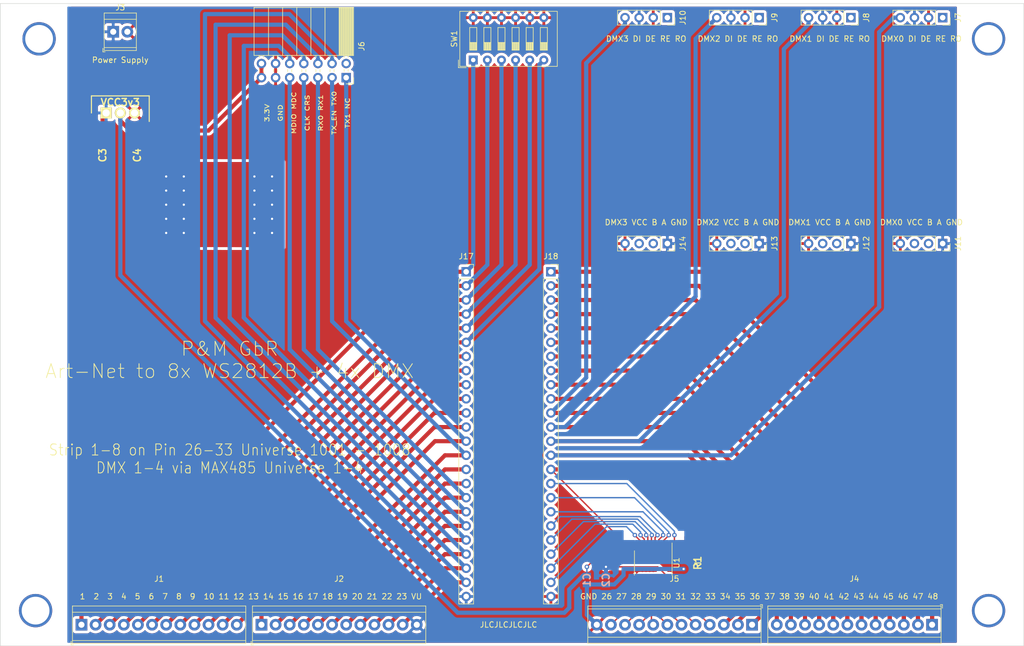
<source format=kicad_pcb>
(kicad_pcb (version 20171130) (host pcbnew "(5.1.6-0-10_14)")

  (general
    (thickness 1.6)
    (drawings 7)
    (tracks 329)
    (zones 0)
    (modules 24)
    (nets 71)
  )

  (page A4)
  (layers
    (0 F.Cu signal)
    (31 B.Cu signal)
    (32 B.Adhes user hide)
    (33 F.Adhes user hide)
    (34 B.Paste user)
    (35 F.Paste user)
    (36 B.SilkS user)
    (37 F.SilkS user)
    (38 B.Mask user)
    (39 F.Mask user)
    (40 Dwgs.User user hide)
    (41 Cmts.User user hide)
    (42 Eco1.User user hide)
    (43 Eco2.User user hide)
    (44 Edge.Cuts user)
    (45 Margin user hide)
    (46 B.CrtYd user hide)
    (47 F.CrtYd user hide)
    (48 B.Fab user hide)
    (49 F.Fab user hide)
  )

  (setup
    (last_trace_width 0.25)
    (user_trace_width 0.5)
    (user_trace_width 0.75)
    (trace_clearance 0.2)
    (zone_clearance 0.508)
    (zone_45_only no)
    (trace_min 0.2)
    (via_size 0.8)
    (via_drill 0.4)
    (via_min_size 0.4)
    (via_min_drill 0.3)
    (uvia_size 0.3)
    (uvia_drill 0.1)
    (uvias_allowed no)
    (uvia_min_size 0.2)
    (uvia_min_drill 0.1)
    (edge_width 0.05)
    (segment_width 0.2)
    (pcb_text_width 0.3)
    (pcb_text_size 1.5 1.5)
    (mod_edge_width 0.12)
    (mod_text_size 1 1)
    (mod_text_width 0.15)
    (pad_size 2.1 2.1)
    (pad_drill 1.1)
    (pad_to_mask_clearance 0.051)
    (solder_mask_min_width 0.25)
    (aux_axis_origin 0 0)
    (visible_elements FFFFFF7F)
    (pcbplotparams
      (layerselection 0x010fc_ffffffff)
      (usegerberextensions false)
      (usegerberattributes false)
      (usegerberadvancedattributes false)
      (creategerberjobfile false)
      (excludeedgelayer true)
      (linewidth 0.100000)
      (plotframeref false)
      (viasonmask false)
      (mode 1)
      (useauxorigin false)
      (hpglpennumber 1)
      (hpglpenspeed 20)
      (hpglpendiameter 15.000000)
      (psnegative false)
      (psa4output false)
      (plotreference true)
      (plotvalue true)
      (plotinvisibletext false)
      (padsonsilk false)
      (subtractmaskfromsilk false)
      (outputformat 1)
      (mirror false)
      (drillshape 0)
      (scaleselection 1)
      (outputdirectory "export/"))
  )

  (net 0 "")
  (net 1 "Net-(J1-Pad1)")
  (net 2 "Net-(J1-Pad2)")
  (net 3 "Net-(J1-Pad3)")
  (net 4 "Net-(J1-Pad4)")
  (net 5 "Net-(J1-Pad5)")
  (net 6 "Net-(J1-Pad6)")
  (net 7 "Net-(J1-Pad7)")
  (net 8 "Net-(J1-Pad8)")
  (net 9 "Net-(J1-Pad9)")
  (net 10 "Net-(J1-Pad10)")
  (net 11 "Net-(J1-Pad11)")
  (net 12 "Net-(J1-Pad12)")
  (net 13 "Net-(J7-Pad1)")
  (net 14 "Net-(J8-Pad1)")
  (net 15 "Net-(J9-Pad1)")
  (net 16 "Net-(J10-Pad1)")
  (net 17 "Net-(J10-Pad4)")
  (net 18 "Net-(J11-Pad3)")
  (net 19 "Net-(J11-Pad2)")
  (net 20 "Net-(J12-Pad3)")
  (net 21 "Net-(J12-Pad2)")
  (net 22 "Net-(J13-Pad3)")
  (net 23 "Net-(J13-Pad2)")
  (net 24 "Net-(J14-Pad3)")
  (net 25 "Net-(J14-Pad2)")
  (net 26 "Net-(J17-Pad13)")
  (net 27 "Net-(J17-Pad14)")
  (net 28 "Net-(J17-Pad15)")
  (net 29 "Net-(J17-Pad16)")
  (net 30 "Net-(J17-Pad17)")
  (net 31 "Net-(J17-Pad18)")
  (net 32 "Net-(J17-Pad19)")
  (net 33 "Net-(J17-Pad20)")
  (net 34 "Net-(J17-Pad21)")
  (net 35 "Net-(J17-Pad22)")
  (net 36 "Net-(J17-Pad23)")
  (net 37 "Net-(J18-Pad23)")
  (net 38 "Net-(J18-Pad22)")
  (net 39 "Net-(J18-Pad21)")
  (net 40 "Net-(J18-Pad20)")
  (net 41 "Net-(J18-Pad19)")
  (net 42 "Net-(J18-Pad18)")
  (net 43 "Net-(J18-Pad17)")
  (net 44 "Net-(J18-Pad16)")
  (net 45 "Net-(J18-Pad15)")
  (net 46 "Net-(J18-Pad14)")
  (net 47 "Net-(J18-Pad13)")
  (net 48 "Net-(J18-Pad10)")
  (net 49 "Net-(J18-Pad9)")
  (net 50 "Net-(J18-Pad8)")
  (net 51 "Net-(J18-Pad7)")
  (net 52 "Net-(J18-Pad6)")
  (net 53 "Net-(J18-Pad5)")
  (net 54 "Net-(J18-Pad4)")
  (net 55 "Net-(J18-Pad3)")
  (net 56 "Net-(J18-Pad2)")
  (net 57 "Net-(J18-Pad1)")
  (net 58 +5V)
  (net 59 GND)
  (net 60 "Net-(J6-Pad2)")
  (net 61 "Net-(J5-Pad11)")
  (net 62 "Net-(J5-Pad10)")
  (net 63 "Net-(J5-Pad9)")
  (net 64 "Net-(J5-Pad8)")
  (net 65 "Net-(J5-Pad7)")
  (net 66 "Net-(J5-Pad6)")
  (net 67 "Net-(J5-Pad5)")
  (net 68 "Net-(J5-Pad4)")
  (net 69 "Net-(C1-Pad1)")
  (net 70 "Net-(J18-Pad12)")

  (net_class Default "Dies ist die voreingestellte Netzklasse."
    (clearance 0.2)
    (trace_width 0.25)
    (via_dia 0.8)
    (via_drill 0.4)
    (uvia_dia 0.3)
    (uvia_drill 0.1)
    (add_net +5V)
    (add_net GND)
    (add_net "Net-(C1-Pad1)")
    (add_net "Net-(J1-Pad1)")
    (add_net "Net-(J1-Pad10)")
    (add_net "Net-(J1-Pad11)")
    (add_net "Net-(J1-Pad12)")
    (add_net "Net-(J1-Pad2)")
    (add_net "Net-(J1-Pad3)")
    (add_net "Net-(J1-Pad4)")
    (add_net "Net-(J1-Pad5)")
    (add_net "Net-(J1-Pad6)")
    (add_net "Net-(J1-Pad7)")
    (add_net "Net-(J1-Pad8)")
    (add_net "Net-(J1-Pad9)")
    (add_net "Net-(J10-Pad1)")
    (add_net "Net-(J10-Pad4)")
    (add_net "Net-(J11-Pad2)")
    (add_net "Net-(J11-Pad3)")
    (add_net "Net-(J12-Pad2)")
    (add_net "Net-(J12-Pad3)")
    (add_net "Net-(J13-Pad2)")
    (add_net "Net-(J13-Pad3)")
    (add_net "Net-(J14-Pad2)")
    (add_net "Net-(J14-Pad3)")
    (add_net "Net-(J17-Pad13)")
    (add_net "Net-(J17-Pad14)")
    (add_net "Net-(J17-Pad15)")
    (add_net "Net-(J17-Pad16)")
    (add_net "Net-(J17-Pad17)")
    (add_net "Net-(J17-Pad18)")
    (add_net "Net-(J17-Pad19)")
    (add_net "Net-(J17-Pad20)")
    (add_net "Net-(J17-Pad21)")
    (add_net "Net-(J17-Pad22)")
    (add_net "Net-(J17-Pad23)")
    (add_net "Net-(J18-Pad1)")
    (add_net "Net-(J18-Pad10)")
    (add_net "Net-(J18-Pad12)")
    (add_net "Net-(J18-Pad13)")
    (add_net "Net-(J18-Pad14)")
    (add_net "Net-(J18-Pad15)")
    (add_net "Net-(J18-Pad16)")
    (add_net "Net-(J18-Pad17)")
    (add_net "Net-(J18-Pad18)")
    (add_net "Net-(J18-Pad19)")
    (add_net "Net-(J18-Pad2)")
    (add_net "Net-(J18-Pad20)")
    (add_net "Net-(J18-Pad21)")
    (add_net "Net-(J18-Pad22)")
    (add_net "Net-(J18-Pad23)")
    (add_net "Net-(J18-Pad3)")
    (add_net "Net-(J18-Pad4)")
    (add_net "Net-(J18-Pad5)")
    (add_net "Net-(J18-Pad6)")
    (add_net "Net-(J18-Pad7)")
    (add_net "Net-(J18-Pad8)")
    (add_net "Net-(J18-Pad9)")
    (add_net "Net-(J5-Pad10)")
    (add_net "Net-(J5-Pad11)")
    (add_net "Net-(J5-Pad4)")
    (add_net "Net-(J5-Pad5)")
    (add_net "Net-(J5-Pad6)")
    (add_net "Net-(J5-Pad7)")
    (add_net "Net-(J5-Pad8)")
    (add_net "Net-(J5-Pad9)")
    (add_net "Net-(J6-Pad2)")
    (add_net "Net-(J7-Pad1)")
    (add_net "Net-(J8-Pad1)")
    (add_net "Net-(J9-Pad1)")
  )

  (module CRCW08054K70FKEAC:RESC2012X60N (layer F.Cu) (tedit 5F58A022) (tstamp 5F593EEF)
    (at 157.861 117.795 270)
    (descr 0805-ren2)
    (tags Resistor)
    (path /6055B232)
    (attr smd)
    (fp_text reference R1 (at 0 0 90) (layer F.SilkS)
      (effects (font (size 1.27 1.27) (thickness 0.254)))
    )
    (fp_text value CRCW08054K70FKEAC (at 0 0 90) (layer F.SilkS) hide
      (effects (font (size 1.27 1.27) (thickness 0.254)))
    )
    (fp_line (start 0 -0.525) (end 0 0.525) (layer F.SilkS) (width 0.2))
    (fp_line (start -1 0.625) (end -1 -0.625) (layer Dwgs.User) (width 0.1))
    (fp_line (start 1 0.625) (end -1 0.625) (layer Dwgs.User) (width 0.1))
    (fp_line (start 1 -0.625) (end 1 0.625) (layer Dwgs.User) (width 0.1))
    (fp_line (start -1 -0.625) (end 1 -0.625) (layer Dwgs.User) (width 0.1))
    (fp_line (start -1.65 1) (end -1.65 -1) (layer Dwgs.User) (width 0.05))
    (fp_line (start 1.65 1) (end -1.65 1) (layer Dwgs.User) (width 0.05))
    (fp_line (start 1.65 -1) (end 1.65 1) (layer Dwgs.User) (width 0.05))
    (fp_line (start -1.65 -1) (end 1.65 -1) (layer Dwgs.User) (width 0.05))
    (pad 2 smd rect (at 0.95 0 270) (size 0.9 1.45) (layers F.Cu F.Paste F.Mask)
      (net 59 GND))
    (pad 1 smd rect (at -0.95 0 270) (size 0.9 1.45) (layers F.Cu F.Paste F.Mask)
      (net 45 "Net-(J18-Pad15)"))
  )

  (module Package_SO:TSSOP-20_4.4x6.5mm_P0.65mm (layer F.Cu) (tedit 5E476F32) (tstamp 5F590A65)
    (at 149.86 117.7875 270)
    (descr "TSSOP, 20 Pin (JEDEC MO-153 Var AC https://www.jedec.org/document_search?search_api_views_fulltext=MO-153), generated with kicad-footprint-generator ipc_gullwing_generator.py")
    (tags "TSSOP SO")
    (path /60B14C8C)
    (attr smd)
    (fp_text reference U1 (at 0 -4.2 90) (layer F.SilkS)
      (effects (font (size 1 1) (thickness 0.15)))
    )
    (fp_text value TXS0108EPW (at 0 4.2 90) (layer F.Fab)
      (effects (font (size 1 1) (thickness 0.15)))
    )
    (fp_line (start 0 3.385) (end 2.2 3.385) (layer F.SilkS) (width 0.12))
    (fp_line (start 0 3.385) (end -2.2 3.385) (layer F.SilkS) (width 0.12))
    (fp_line (start 0 -3.385) (end 2.2 -3.385) (layer F.SilkS) (width 0.12))
    (fp_line (start 0 -3.385) (end -3.6 -3.385) (layer F.SilkS) (width 0.12))
    (fp_line (start -1.2 -3.25) (end 2.2 -3.25) (layer F.Fab) (width 0.1))
    (fp_line (start 2.2 -3.25) (end 2.2 3.25) (layer F.Fab) (width 0.1))
    (fp_line (start 2.2 3.25) (end -2.2 3.25) (layer F.Fab) (width 0.1))
    (fp_line (start -2.2 3.25) (end -2.2 -2.25) (layer F.Fab) (width 0.1))
    (fp_line (start -2.2 -2.25) (end -1.2 -3.25) (layer F.Fab) (width 0.1))
    (fp_line (start -3.85 -3.5) (end -3.85 3.5) (layer F.CrtYd) (width 0.05))
    (fp_line (start -3.85 3.5) (end 3.85 3.5) (layer F.CrtYd) (width 0.05))
    (fp_line (start 3.85 3.5) (end 3.85 -3.5) (layer F.CrtYd) (width 0.05))
    (fp_line (start 3.85 -3.5) (end -3.85 -3.5) (layer F.CrtYd) (width 0.05))
    (fp_text user %R (at 0 0 90) (layer F.Fab)
      (effects (font (size 1 1) (thickness 0.15)))
    )
    (pad 20 smd roundrect (at 2.8625 -2.925 270) (size 1.475 0.4) (layers F.Cu F.Paste F.Mask) (roundrect_rratio 0.25)
      (net 68 "Net-(J5-Pad4)"))
    (pad 19 smd roundrect (at 2.8625 -2.275 270) (size 1.475 0.4) (layers F.Cu F.Paste F.Mask) (roundrect_rratio 0.25)
      (net 58 +5V))
    (pad 18 smd roundrect (at 2.8625 -1.625 270) (size 1.475 0.4) (layers F.Cu F.Paste F.Mask) (roundrect_rratio 0.25)
      (net 67 "Net-(J5-Pad5)"))
    (pad 17 smd roundrect (at 2.8625 -0.975 270) (size 1.475 0.4) (layers F.Cu F.Paste F.Mask) (roundrect_rratio 0.25)
      (net 66 "Net-(J5-Pad6)"))
    (pad 16 smd roundrect (at 2.8625 -0.325 270) (size 1.475 0.4) (layers F.Cu F.Paste F.Mask) (roundrect_rratio 0.25)
      (net 65 "Net-(J5-Pad7)"))
    (pad 15 smd roundrect (at 2.8625 0.325 270) (size 1.475 0.4) (layers F.Cu F.Paste F.Mask) (roundrect_rratio 0.25)
      (net 64 "Net-(J5-Pad8)"))
    (pad 14 smd roundrect (at 2.8625 0.975 270) (size 1.475 0.4) (layers F.Cu F.Paste F.Mask) (roundrect_rratio 0.25)
      (net 63 "Net-(J5-Pad9)"))
    (pad 13 smd roundrect (at 2.8625 1.625 270) (size 1.475 0.4) (layers F.Cu F.Paste F.Mask) (roundrect_rratio 0.25)
      (net 62 "Net-(J5-Pad10)"))
    (pad 12 smd roundrect (at 2.8625 2.275 270) (size 1.475 0.4) (layers F.Cu F.Paste F.Mask) (roundrect_rratio 0.25)
      (net 61 "Net-(J5-Pad11)"))
    (pad 11 smd roundrect (at 2.8625 2.925 270) (size 1.475 0.4) (layers F.Cu F.Paste F.Mask) (roundrect_rratio 0.25)
      (net 59 GND))
    (pad 10 smd roundrect (at -2.8625 2.925 270) (size 1.475 0.4) (layers F.Cu F.Paste F.Mask) (roundrect_rratio 0.25)
      (net 45 "Net-(J18-Pad15)"))
    (pad 9 smd roundrect (at -2.8625 2.275 270) (size 1.475 0.4) (layers F.Cu F.Paste F.Mask) (roundrect_rratio 0.25)
      (net 37 "Net-(J18-Pad23)"))
    (pad 8 smd roundrect (at -2.8625 1.625 270) (size 1.475 0.4) (layers F.Cu F.Paste F.Mask) (roundrect_rratio 0.25)
      (net 38 "Net-(J18-Pad22)"))
    (pad 7 smd roundrect (at -2.8625 0.975 270) (size 1.475 0.4) (layers F.Cu F.Paste F.Mask) (roundrect_rratio 0.25)
      (net 39 "Net-(J18-Pad21)"))
    (pad 6 smd roundrect (at -2.8625 0.325 270) (size 1.475 0.4) (layers F.Cu F.Paste F.Mask) (roundrect_rratio 0.25)
      (net 40 "Net-(J18-Pad20)"))
    (pad 5 smd roundrect (at -2.8625 -0.325 270) (size 1.475 0.4) (layers F.Cu F.Paste F.Mask) (roundrect_rratio 0.25)
      (net 41 "Net-(J18-Pad19)"))
    (pad 4 smd roundrect (at -2.8625 -0.975 270) (size 1.475 0.4) (layers F.Cu F.Paste F.Mask) (roundrect_rratio 0.25)
      (net 42 "Net-(J18-Pad18)"))
    (pad 3 smd roundrect (at -2.8625 -1.625 270) (size 1.475 0.4) (layers F.Cu F.Paste F.Mask) (roundrect_rratio 0.25)
      (net 43 "Net-(J18-Pad17)"))
    (pad 2 smd roundrect (at -2.8625 -2.275 270) (size 1.475 0.4) (layers F.Cu F.Paste F.Mask) (roundrect_rratio 0.25)
      (net 69 "Net-(C1-Pad1)"))
    (pad 1 smd roundrect (at -2.8625 -2.925 270) (size 1.475 0.4) (layers F.Cu F.Paste F.Mask) (roundrect_rratio 0.25)
      (net 44 "Net-(J18-Pad16)"))
    (model ${KISYS3DMOD}/Package_SO.3dshapes/TSSOP-20_4.4x6.5mm_P0.65mm.wrl
      (at (xyz 0 0 0))
      (scale (xyz 1 1 1))
      (rotate (xyz 0 0 0))
    )
  )

  (module C0805X106K8RACAUTO:CAPC2012X100N (layer F.Cu) (tedit 5F58965D) (tstamp 5F590313)
    (at 57.023 44.45 90)
    (descr 0805-ren4)
    (tags Capacitor)
    (path /61AE490B)
    (attr smd)
    (fp_text reference C4 (at 0 0 90) (layer F.SilkS)
      (effects (font (size 1.27 1.27) (thickness 0.254)))
    )
    (fp_text value C0805X106K8RACAUTO (at 0 0 90) (layer F.SilkS) hide
      (effects (font (size 1.27 1.27) (thickness 0.254)))
    )
    (fp_line (start -1 0.625) (end -1 -0.625) (layer Dwgs.User) (width 0.1))
    (fp_line (start 1 0.625) (end -1 0.625) (layer Dwgs.User) (width 0.1))
    (fp_line (start 1 -0.625) (end 1 0.625) (layer Dwgs.User) (width 0.1))
    (fp_line (start -1 -0.625) (end 1 -0.625) (layer Dwgs.User) (width 0.1))
    (fp_line (start -1.46 0.89) (end -1.46 -0.89) (layer Dwgs.User) (width 0.05))
    (fp_line (start 1.46 0.89) (end -1.46 0.89) (layer Dwgs.User) (width 0.05))
    (fp_line (start 1.46 -0.89) (end 1.46 0.89) (layer Dwgs.User) (width 0.05))
    (fp_line (start -1.46 -0.89) (end 1.46 -0.89) (layer Dwgs.User) (width 0.05))
    (pad 2 smd rect (at 0.8 0 90) (size 1.02 1.47) (layers F.Cu F.Paste F.Mask)
      (net 69 "Net-(C1-Pad1)"))
    (pad 1 smd rect (at -0.8 0 90) (size 1.02 1.47) (layers F.Cu F.Paste F.Mask)
      (net 59 GND))
  )

  (module C0805C104K5RAC7411:CAPC2012X88N (layer F.Cu) (tedit 5F5892AE) (tstamp 5F590305)
    (at 50.8 44.45 270)
    (descr C0805C104K5RAC7411-+-+)
    (tags Capacitor)
    (path /61AE12C5)
    (attr smd)
    (fp_text reference C3 (at 0 0 90) (layer F.SilkS)
      (effects (font (size 1.27 1.27) (thickness 0.254)))
    )
    (fp_text value C0805C104K5RAC7411 (at 0 0 90) (layer F.SilkS) hide
      (effects (font (size 1.27 1.27) (thickness 0.254)))
    )
    (fp_line (start -1 0.625) (end -1 -0.625) (layer Dwgs.User) (width 0.1))
    (fp_line (start 1 0.625) (end -1 0.625) (layer Dwgs.User) (width 0.1))
    (fp_line (start 1 -0.625) (end 1 0.625) (layer Dwgs.User) (width 0.1))
    (fp_line (start -1 -0.625) (end 1 -0.625) (layer Dwgs.User) (width 0.1))
    (fp_line (start -1.46 0.89) (end -1.46 -0.89) (layer Dwgs.User) (width 0.05))
    (fp_line (start 1.46 0.89) (end -1.46 0.89) (layer Dwgs.User) (width 0.05))
    (fp_line (start 1.46 -0.89) (end 1.46 0.89) (layer Dwgs.User) (width 0.05))
    (fp_line (start -1.46 -0.89) (end 1.46 -0.89) (layer Dwgs.User) (width 0.05))
    (pad 2 smd rect (at 0.8 0 270) (size 1.02 1.47) (layers F.Cu F.Paste F.Mask)
      (net 59 GND))
    (pad 1 smd rect (at -0.8 0 270) (size 1.02 1.47) (layers F.Cu F.Paste F.Mask)
      (net 58 +5V))
  )

  (module C0805C104K5RAC7411:CAPC2012X88N (layer B.Cu) (tedit 5F5892AE) (tstamp 5F5902F7)
    (at 141.351 120.866 270)
    (descr C0805C104K5RAC7411-+-+)
    (tags Capacitor)
    (path /61A81CE2)
    (attr smd)
    (fp_text reference C2 (at 0 0 90) (layer B.SilkS)
      (effects (font (size 1.27 1.27) (thickness 0.254)) (justify mirror))
    )
    (fp_text value C0805C104K5RAC7411 (at 0 0 90) (layer B.SilkS) hide
      (effects (font (size 1.27 1.27) (thickness 0.254)) (justify mirror))
    )
    (fp_line (start -1 -0.625) (end -1 0.625) (layer Dwgs.User) (width 0.1))
    (fp_line (start 1 -0.625) (end -1 -0.625) (layer Dwgs.User) (width 0.1))
    (fp_line (start 1 0.625) (end 1 -0.625) (layer Dwgs.User) (width 0.1))
    (fp_line (start -1 0.625) (end 1 0.625) (layer Dwgs.User) (width 0.1))
    (fp_line (start -1.46 -0.89) (end -1.46 0.89) (layer Dwgs.User) (width 0.05))
    (fp_line (start 1.46 -0.89) (end -1.46 -0.89) (layer Dwgs.User) (width 0.05))
    (fp_line (start 1.46 0.89) (end 1.46 -0.89) (layer Dwgs.User) (width 0.05))
    (fp_line (start -1.46 0.89) (end 1.46 0.89) (layer Dwgs.User) (width 0.05))
    (pad 2 smd rect (at 0.8 0 270) (size 1.02 1.47) (layers B.Cu B.Paste B.Mask)
      (net 59 GND))
    (pad 1 smd rect (at -0.8 0 270) (size 1.02 1.47) (layers B.Cu B.Paste B.Mask)
      (net 58 +5V))
  )

  (module C0805C104K5RAC7411:CAPC2012X88N (layer B.Cu) (tedit 5F5892AE) (tstamp 5F5902E9)
    (at 137.922 120.866 270)
    (descr C0805C104K5RAC7411-+-+)
    (tags Capacitor)
    (path /61998171)
    (attr smd)
    (fp_text reference C1 (at 0 0 90) (layer B.SilkS)
      (effects (font (size 1.27 1.27) (thickness 0.254)) (justify mirror))
    )
    (fp_text value C0805C104K5RAC7411 (at 0 0 90) (layer B.SilkS) hide
      (effects (font (size 1.27 1.27) (thickness 0.254)) (justify mirror))
    )
    (fp_line (start -1 -0.625) (end -1 0.625) (layer Dwgs.User) (width 0.1))
    (fp_line (start 1 -0.625) (end -1 -0.625) (layer Dwgs.User) (width 0.1))
    (fp_line (start 1 0.625) (end 1 -0.625) (layer Dwgs.User) (width 0.1))
    (fp_line (start -1 0.625) (end 1 0.625) (layer Dwgs.User) (width 0.1))
    (fp_line (start -1.46 -0.89) (end -1.46 0.89) (layer Dwgs.User) (width 0.05))
    (fp_line (start 1.46 -0.89) (end -1.46 -0.89) (layer Dwgs.User) (width 0.05))
    (fp_line (start 1.46 0.89) (end 1.46 -0.89) (layer Dwgs.User) (width 0.05))
    (fp_line (start -1.46 0.89) (end 1.46 0.89) (layer Dwgs.User) (width 0.05))
    (pad 2 smd rect (at 0.8 0 270) (size 1.02 1.47) (layers B.Cu B.Paste B.Mask)
      (net 59 GND))
    (pad 1 smd rect (at -0.8 0 270) (size 1.02 1.47) (layers B.Cu B.Paste B.Mask)
      (net 69 "Net-(C1-Pad1)"))
  )

  (module Button_Switch_THT:SW_DIP_SPSTx06_Slide_9.78x17.42mm_W7.62mm_P2.54mm (layer F.Cu) (tedit 5A4E1405) (tstamp 5F4EBE24)
    (at 117.475 27.305 90)
    (descr "6x-dip-switch SPST , Slide, row spacing 7.62 mm (300 mils), body size 9.78x17.42mm (see e.g. https://www.ctscorp.com/wp-content/uploads/206-208.pdf)")
    (tags "DIP Switch SPST Slide 7.62mm 300mil")
    (path /619A0A26)
    (fp_text reference SW1 (at 3.81 -3.42 90) (layer F.SilkS)
      (effects (font (size 1 1) (thickness 0.15)))
    )
    (fp_text value SW_DIP_x06 (at 3.81 16.12 90) (layer F.Fab)
      (effects (font (size 1 1) (thickness 0.15)))
    )
    (fp_line (start -0.08 -2.36) (end 8.7 -2.36) (layer F.Fab) (width 0.1))
    (fp_line (start 8.7 -2.36) (end 8.7 15.06) (layer F.Fab) (width 0.1))
    (fp_line (start 8.7 15.06) (end -1.08 15.06) (layer F.Fab) (width 0.1))
    (fp_line (start -1.08 15.06) (end -1.08 -1.36) (layer F.Fab) (width 0.1))
    (fp_line (start -1.08 -1.36) (end -0.08 -2.36) (layer F.Fab) (width 0.1))
    (fp_line (start 1.78 -0.635) (end 1.78 0.635) (layer F.Fab) (width 0.1))
    (fp_line (start 1.78 0.635) (end 5.84 0.635) (layer F.Fab) (width 0.1))
    (fp_line (start 5.84 0.635) (end 5.84 -0.635) (layer F.Fab) (width 0.1))
    (fp_line (start 5.84 -0.635) (end 1.78 -0.635) (layer F.Fab) (width 0.1))
    (fp_line (start 1.78 -0.535) (end 3.133333 -0.535) (layer F.Fab) (width 0.1))
    (fp_line (start 1.78 -0.435) (end 3.133333 -0.435) (layer F.Fab) (width 0.1))
    (fp_line (start 1.78 -0.335) (end 3.133333 -0.335) (layer F.Fab) (width 0.1))
    (fp_line (start 1.78 -0.235) (end 3.133333 -0.235) (layer F.Fab) (width 0.1))
    (fp_line (start 1.78 -0.135) (end 3.133333 -0.135) (layer F.Fab) (width 0.1))
    (fp_line (start 1.78 -0.035) (end 3.133333 -0.035) (layer F.Fab) (width 0.1))
    (fp_line (start 1.78 0.065) (end 3.133333 0.065) (layer F.Fab) (width 0.1))
    (fp_line (start 1.78 0.165) (end 3.133333 0.165) (layer F.Fab) (width 0.1))
    (fp_line (start 1.78 0.265) (end 3.133333 0.265) (layer F.Fab) (width 0.1))
    (fp_line (start 1.78 0.365) (end 3.133333 0.365) (layer F.Fab) (width 0.1))
    (fp_line (start 1.78 0.465) (end 3.133333 0.465) (layer F.Fab) (width 0.1))
    (fp_line (start 1.78 0.565) (end 3.133333 0.565) (layer F.Fab) (width 0.1))
    (fp_line (start 3.133333 -0.635) (end 3.133333 0.635) (layer F.Fab) (width 0.1))
    (fp_line (start 1.78 1.905) (end 1.78 3.175) (layer F.Fab) (width 0.1))
    (fp_line (start 1.78 3.175) (end 5.84 3.175) (layer F.Fab) (width 0.1))
    (fp_line (start 5.84 3.175) (end 5.84 1.905) (layer F.Fab) (width 0.1))
    (fp_line (start 5.84 1.905) (end 1.78 1.905) (layer F.Fab) (width 0.1))
    (fp_line (start 1.78 2.005) (end 3.133333 2.005) (layer F.Fab) (width 0.1))
    (fp_line (start 1.78 2.105) (end 3.133333 2.105) (layer F.Fab) (width 0.1))
    (fp_line (start 1.78 2.205) (end 3.133333 2.205) (layer F.Fab) (width 0.1))
    (fp_line (start 1.78 2.305) (end 3.133333 2.305) (layer F.Fab) (width 0.1))
    (fp_line (start 1.78 2.405) (end 3.133333 2.405) (layer F.Fab) (width 0.1))
    (fp_line (start 1.78 2.505) (end 3.133333 2.505) (layer F.Fab) (width 0.1))
    (fp_line (start 1.78 2.605) (end 3.133333 2.605) (layer F.Fab) (width 0.1))
    (fp_line (start 1.78 2.705) (end 3.133333 2.705) (layer F.Fab) (width 0.1))
    (fp_line (start 1.78 2.805) (end 3.133333 2.805) (layer F.Fab) (width 0.1))
    (fp_line (start 1.78 2.905) (end 3.133333 2.905) (layer F.Fab) (width 0.1))
    (fp_line (start 1.78 3.005) (end 3.133333 3.005) (layer F.Fab) (width 0.1))
    (fp_line (start 1.78 3.105) (end 3.133333 3.105) (layer F.Fab) (width 0.1))
    (fp_line (start 3.133333 1.905) (end 3.133333 3.175) (layer F.Fab) (width 0.1))
    (fp_line (start 1.78 4.445) (end 1.78 5.715) (layer F.Fab) (width 0.1))
    (fp_line (start 1.78 5.715) (end 5.84 5.715) (layer F.Fab) (width 0.1))
    (fp_line (start 5.84 5.715) (end 5.84 4.445) (layer F.Fab) (width 0.1))
    (fp_line (start 5.84 4.445) (end 1.78 4.445) (layer F.Fab) (width 0.1))
    (fp_line (start 1.78 4.545) (end 3.133333 4.545) (layer F.Fab) (width 0.1))
    (fp_line (start 1.78 4.645) (end 3.133333 4.645) (layer F.Fab) (width 0.1))
    (fp_line (start 1.78 4.745) (end 3.133333 4.745) (layer F.Fab) (width 0.1))
    (fp_line (start 1.78 4.845) (end 3.133333 4.845) (layer F.Fab) (width 0.1))
    (fp_line (start 1.78 4.945) (end 3.133333 4.945) (layer F.Fab) (width 0.1))
    (fp_line (start 1.78 5.045) (end 3.133333 5.045) (layer F.Fab) (width 0.1))
    (fp_line (start 1.78 5.145) (end 3.133333 5.145) (layer F.Fab) (width 0.1))
    (fp_line (start 1.78 5.245) (end 3.133333 5.245) (layer F.Fab) (width 0.1))
    (fp_line (start 1.78 5.345) (end 3.133333 5.345) (layer F.Fab) (width 0.1))
    (fp_line (start 1.78 5.445) (end 3.133333 5.445) (layer F.Fab) (width 0.1))
    (fp_line (start 1.78 5.545) (end 3.133333 5.545) (layer F.Fab) (width 0.1))
    (fp_line (start 1.78 5.645) (end 3.133333 5.645) (layer F.Fab) (width 0.1))
    (fp_line (start 3.133333 4.445) (end 3.133333 5.715) (layer F.Fab) (width 0.1))
    (fp_line (start 1.78 6.985) (end 1.78 8.255) (layer F.Fab) (width 0.1))
    (fp_line (start 1.78 8.255) (end 5.84 8.255) (layer F.Fab) (width 0.1))
    (fp_line (start 5.84 8.255) (end 5.84 6.985) (layer F.Fab) (width 0.1))
    (fp_line (start 5.84 6.985) (end 1.78 6.985) (layer F.Fab) (width 0.1))
    (fp_line (start 1.78 7.085) (end 3.133333 7.085) (layer F.Fab) (width 0.1))
    (fp_line (start 1.78 7.185) (end 3.133333 7.185) (layer F.Fab) (width 0.1))
    (fp_line (start 1.78 7.285) (end 3.133333 7.285) (layer F.Fab) (width 0.1))
    (fp_line (start 1.78 7.385) (end 3.133333 7.385) (layer F.Fab) (width 0.1))
    (fp_line (start 1.78 7.485) (end 3.133333 7.485) (layer F.Fab) (width 0.1))
    (fp_line (start 1.78 7.585) (end 3.133333 7.585) (layer F.Fab) (width 0.1))
    (fp_line (start 1.78 7.685) (end 3.133333 7.685) (layer F.Fab) (width 0.1))
    (fp_line (start 1.78 7.785) (end 3.133333 7.785) (layer F.Fab) (width 0.1))
    (fp_line (start 1.78 7.885) (end 3.133333 7.885) (layer F.Fab) (width 0.1))
    (fp_line (start 1.78 7.985) (end 3.133333 7.985) (layer F.Fab) (width 0.1))
    (fp_line (start 1.78 8.085) (end 3.133333 8.085) (layer F.Fab) (width 0.1))
    (fp_line (start 1.78 8.185) (end 3.133333 8.185) (layer F.Fab) (width 0.1))
    (fp_line (start 3.133333 6.985) (end 3.133333 8.255) (layer F.Fab) (width 0.1))
    (fp_line (start 1.78 9.525) (end 1.78 10.795) (layer F.Fab) (width 0.1))
    (fp_line (start 1.78 10.795) (end 5.84 10.795) (layer F.Fab) (width 0.1))
    (fp_line (start 5.84 10.795) (end 5.84 9.525) (layer F.Fab) (width 0.1))
    (fp_line (start 5.84 9.525) (end 1.78 9.525) (layer F.Fab) (width 0.1))
    (fp_line (start 1.78 9.625) (end 3.133333 9.625) (layer F.Fab) (width 0.1))
    (fp_line (start 1.78 9.725) (end 3.133333 9.725) (layer F.Fab) (width 0.1))
    (fp_line (start 1.78 9.825) (end 3.133333 9.825) (layer F.Fab) (width 0.1))
    (fp_line (start 1.78 9.925) (end 3.133333 9.925) (layer F.Fab) (width 0.1))
    (fp_line (start 1.78 10.025) (end 3.133333 10.025) (layer F.Fab) (width 0.1))
    (fp_line (start 1.78 10.125) (end 3.133333 10.125) (layer F.Fab) (width 0.1))
    (fp_line (start 1.78 10.225) (end 3.133333 10.225) (layer F.Fab) (width 0.1))
    (fp_line (start 1.78 10.325) (end 3.133333 10.325) (layer F.Fab) (width 0.1))
    (fp_line (start 1.78 10.425) (end 3.133333 10.425) (layer F.Fab) (width 0.1))
    (fp_line (start 1.78 10.525) (end 3.133333 10.525) (layer F.Fab) (width 0.1))
    (fp_line (start 1.78 10.625) (end 3.133333 10.625) (layer F.Fab) (width 0.1))
    (fp_line (start 1.78 10.725) (end 3.133333 10.725) (layer F.Fab) (width 0.1))
    (fp_line (start 3.133333 9.525) (end 3.133333 10.795) (layer F.Fab) (width 0.1))
    (fp_line (start 1.78 12.065) (end 1.78 13.335) (layer F.Fab) (width 0.1))
    (fp_line (start 1.78 13.335) (end 5.84 13.335) (layer F.Fab) (width 0.1))
    (fp_line (start 5.84 13.335) (end 5.84 12.065) (layer F.Fab) (width 0.1))
    (fp_line (start 5.84 12.065) (end 1.78 12.065) (layer F.Fab) (width 0.1))
    (fp_line (start 1.78 12.165) (end 3.133333 12.165) (layer F.Fab) (width 0.1))
    (fp_line (start 1.78 12.265) (end 3.133333 12.265) (layer F.Fab) (width 0.1))
    (fp_line (start 1.78 12.365) (end 3.133333 12.365) (layer F.Fab) (width 0.1))
    (fp_line (start 1.78 12.465) (end 3.133333 12.465) (layer F.Fab) (width 0.1))
    (fp_line (start 1.78 12.565) (end 3.133333 12.565) (layer F.Fab) (width 0.1))
    (fp_line (start 1.78 12.665) (end 3.133333 12.665) (layer F.Fab) (width 0.1))
    (fp_line (start 1.78 12.765) (end 3.133333 12.765) (layer F.Fab) (width 0.1))
    (fp_line (start 1.78 12.865) (end 3.133333 12.865) (layer F.Fab) (width 0.1))
    (fp_line (start 1.78 12.965) (end 3.133333 12.965) (layer F.Fab) (width 0.1))
    (fp_line (start 1.78 13.065) (end 3.133333 13.065) (layer F.Fab) (width 0.1))
    (fp_line (start 1.78 13.165) (end 3.133333 13.165) (layer F.Fab) (width 0.1))
    (fp_line (start 1.78 13.265) (end 3.133333 13.265) (layer F.Fab) (width 0.1))
    (fp_line (start 3.133333 12.065) (end 3.133333 13.335) (layer F.Fab) (width 0.1))
    (fp_line (start -1.14 -2.42) (end 8.76 -2.42) (layer F.SilkS) (width 0.12))
    (fp_line (start -1.14 15.12) (end 8.76 15.12) (layer F.SilkS) (width 0.12))
    (fp_line (start -1.14 -2.42) (end -1.14 15.12) (layer F.SilkS) (width 0.12))
    (fp_line (start 8.76 -2.42) (end 8.76 15.12) (layer F.SilkS) (width 0.12))
    (fp_line (start -1.38 -2.66) (end 0.004 -2.66) (layer F.SilkS) (width 0.12))
    (fp_line (start -1.38 -2.66) (end -1.38 -1.277) (layer F.SilkS) (width 0.12))
    (fp_line (start 1.78 -0.635) (end 1.78 0.635) (layer F.SilkS) (width 0.12))
    (fp_line (start 1.78 0.635) (end 5.84 0.635) (layer F.SilkS) (width 0.12))
    (fp_line (start 5.84 0.635) (end 5.84 -0.635) (layer F.SilkS) (width 0.12))
    (fp_line (start 5.84 -0.635) (end 1.78 -0.635) (layer F.SilkS) (width 0.12))
    (fp_line (start 1.78 -0.515) (end 3.133333 -0.515) (layer F.SilkS) (width 0.12))
    (fp_line (start 1.78 -0.395) (end 3.133333 -0.395) (layer F.SilkS) (width 0.12))
    (fp_line (start 1.78 -0.275) (end 3.133333 -0.275) (layer F.SilkS) (width 0.12))
    (fp_line (start 1.78 -0.155) (end 3.133333 -0.155) (layer F.SilkS) (width 0.12))
    (fp_line (start 1.78 -0.035) (end 3.133333 -0.035) (layer F.SilkS) (width 0.12))
    (fp_line (start 1.78 0.085) (end 3.133333 0.085) (layer F.SilkS) (width 0.12))
    (fp_line (start 1.78 0.205) (end 3.133333 0.205) (layer F.SilkS) (width 0.12))
    (fp_line (start 1.78 0.325) (end 3.133333 0.325) (layer F.SilkS) (width 0.12))
    (fp_line (start 1.78 0.445) (end 3.133333 0.445) (layer F.SilkS) (width 0.12))
    (fp_line (start 1.78 0.565) (end 3.133333 0.565) (layer F.SilkS) (width 0.12))
    (fp_line (start 3.133333 -0.635) (end 3.133333 0.635) (layer F.SilkS) (width 0.12))
    (fp_line (start 1.78 1.905) (end 1.78 3.175) (layer F.SilkS) (width 0.12))
    (fp_line (start 1.78 3.175) (end 5.84 3.175) (layer F.SilkS) (width 0.12))
    (fp_line (start 5.84 3.175) (end 5.84 1.905) (layer F.SilkS) (width 0.12))
    (fp_line (start 5.84 1.905) (end 1.78 1.905) (layer F.SilkS) (width 0.12))
    (fp_line (start 1.78 2.025) (end 3.133333 2.025) (layer F.SilkS) (width 0.12))
    (fp_line (start 1.78 2.145) (end 3.133333 2.145) (layer F.SilkS) (width 0.12))
    (fp_line (start 1.78 2.265) (end 3.133333 2.265) (layer F.SilkS) (width 0.12))
    (fp_line (start 1.78 2.385) (end 3.133333 2.385) (layer F.SilkS) (width 0.12))
    (fp_line (start 1.78 2.505) (end 3.133333 2.505) (layer F.SilkS) (width 0.12))
    (fp_line (start 1.78 2.625) (end 3.133333 2.625) (layer F.SilkS) (width 0.12))
    (fp_line (start 1.78 2.745) (end 3.133333 2.745) (layer F.SilkS) (width 0.12))
    (fp_line (start 1.78 2.865) (end 3.133333 2.865) (layer F.SilkS) (width 0.12))
    (fp_line (start 1.78 2.985) (end 3.133333 2.985) (layer F.SilkS) (width 0.12))
    (fp_line (start 1.78 3.105) (end 3.133333 3.105) (layer F.SilkS) (width 0.12))
    (fp_line (start 3.133333 1.905) (end 3.133333 3.175) (layer F.SilkS) (width 0.12))
    (fp_line (start 1.78 4.445) (end 1.78 5.715) (layer F.SilkS) (width 0.12))
    (fp_line (start 1.78 5.715) (end 5.84 5.715) (layer F.SilkS) (width 0.12))
    (fp_line (start 5.84 5.715) (end 5.84 4.445) (layer F.SilkS) (width 0.12))
    (fp_line (start 5.84 4.445) (end 1.78 4.445) (layer F.SilkS) (width 0.12))
    (fp_line (start 1.78 4.565) (end 3.133333 4.565) (layer F.SilkS) (width 0.12))
    (fp_line (start 1.78 4.685) (end 3.133333 4.685) (layer F.SilkS) (width 0.12))
    (fp_line (start 1.78 4.805) (end 3.133333 4.805) (layer F.SilkS) (width 0.12))
    (fp_line (start 1.78 4.925) (end 3.133333 4.925) (layer F.SilkS) (width 0.12))
    (fp_line (start 1.78 5.045) (end 3.133333 5.045) (layer F.SilkS) (width 0.12))
    (fp_line (start 1.78 5.165) (end 3.133333 5.165) (layer F.SilkS) (width 0.12))
    (fp_line (start 1.78 5.285) (end 3.133333 5.285) (layer F.SilkS) (width 0.12))
    (fp_line (start 1.78 5.405) (end 3.133333 5.405) (layer F.SilkS) (width 0.12))
    (fp_line (start 1.78 5.525) (end 3.133333 5.525) (layer F.SilkS) (width 0.12))
    (fp_line (start 1.78 5.645) (end 3.133333 5.645) (layer F.SilkS) (width 0.12))
    (fp_line (start 3.133333 4.445) (end 3.133333 5.715) (layer F.SilkS) (width 0.12))
    (fp_line (start 1.78 6.985) (end 1.78 8.255) (layer F.SilkS) (width 0.12))
    (fp_line (start 1.78 8.255) (end 5.84 8.255) (layer F.SilkS) (width 0.12))
    (fp_line (start 5.84 8.255) (end 5.84 6.985) (layer F.SilkS) (width 0.12))
    (fp_line (start 5.84 6.985) (end 1.78 6.985) (layer F.SilkS) (width 0.12))
    (fp_line (start 1.78 7.105) (end 3.133333 7.105) (layer F.SilkS) (width 0.12))
    (fp_line (start 1.78 7.225) (end 3.133333 7.225) (layer F.SilkS) (width 0.12))
    (fp_line (start 1.78 7.345) (end 3.133333 7.345) (layer F.SilkS) (width 0.12))
    (fp_line (start 1.78 7.465) (end 3.133333 7.465) (layer F.SilkS) (width 0.12))
    (fp_line (start 1.78 7.585) (end 3.133333 7.585) (layer F.SilkS) (width 0.12))
    (fp_line (start 1.78 7.705) (end 3.133333 7.705) (layer F.SilkS) (width 0.12))
    (fp_line (start 1.78 7.825) (end 3.133333 7.825) (layer F.SilkS) (width 0.12))
    (fp_line (start 1.78 7.945) (end 3.133333 7.945) (layer F.SilkS) (width 0.12))
    (fp_line (start 1.78 8.065) (end 3.133333 8.065) (layer F.SilkS) (width 0.12))
    (fp_line (start 1.78 8.185) (end 3.133333 8.185) (layer F.SilkS) (width 0.12))
    (fp_line (start 3.133333 6.985) (end 3.133333 8.255) (layer F.SilkS) (width 0.12))
    (fp_line (start 1.78 9.525) (end 1.78 10.795) (layer F.SilkS) (width 0.12))
    (fp_line (start 1.78 10.795) (end 5.84 10.795) (layer F.SilkS) (width 0.12))
    (fp_line (start 5.84 10.795) (end 5.84 9.525) (layer F.SilkS) (width 0.12))
    (fp_line (start 5.84 9.525) (end 1.78 9.525) (layer F.SilkS) (width 0.12))
    (fp_line (start 1.78 9.645) (end 3.133333 9.645) (layer F.SilkS) (width 0.12))
    (fp_line (start 1.78 9.765) (end 3.133333 9.765) (layer F.SilkS) (width 0.12))
    (fp_line (start 1.78 9.885) (end 3.133333 9.885) (layer F.SilkS) (width 0.12))
    (fp_line (start 1.78 10.005) (end 3.133333 10.005) (layer F.SilkS) (width 0.12))
    (fp_line (start 1.78 10.125) (end 3.133333 10.125) (layer F.SilkS) (width 0.12))
    (fp_line (start 1.78 10.245) (end 3.133333 10.245) (layer F.SilkS) (width 0.12))
    (fp_line (start 1.78 10.365) (end 3.133333 10.365) (layer F.SilkS) (width 0.12))
    (fp_line (start 1.78 10.485) (end 3.133333 10.485) (layer F.SilkS) (width 0.12))
    (fp_line (start 1.78 10.605) (end 3.133333 10.605) (layer F.SilkS) (width 0.12))
    (fp_line (start 1.78 10.725) (end 3.133333 10.725) (layer F.SilkS) (width 0.12))
    (fp_line (start 3.133333 9.525) (end 3.133333 10.795) (layer F.SilkS) (width 0.12))
    (fp_line (start 1.78 12.065) (end 1.78 13.335) (layer F.SilkS) (width 0.12))
    (fp_line (start 1.78 13.335) (end 5.84 13.335) (layer F.SilkS) (width 0.12))
    (fp_line (start 5.84 13.335) (end 5.84 12.065) (layer F.SilkS) (width 0.12))
    (fp_line (start 5.84 12.065) (end 1.78 12.065) (layer F.SilkS) (width 0.12))
    (fp_line (start 1.78 12.185) (end 3.133333 12.185) (layer F.SilkS) (width 0.12))
    (fp_line (start 1.78 12.305) (end 3.133333 12.305) (layer F.SilkS) (width 0.12))
    (fp_line (start 1.78 12.425) (end 3.133333 12.425) (layer F.SilkS) (width 0.12))
    (fp_line (start 1.78 12.545) (end 3.133333 12.545) (layer F.SilkS) (width 0.12))
    (fp_line (start 1.78 12.665) (end 3.133333 12.665) (layer F.SilkS) (width 0.12))
    (fp_line (start 1.78 12.785) (end 3.133333 12.785) (layer F.SilkS) (width 0.12))
    (fp_line (start 1.78 12.905) (end 3.133333 12.905) (layer F.SilkS) (width 0.12))
    (fp_line (start 1.78 13.025) (end 3.133333 13.025) (layer F.SilkS) (width 0.12))
    (fp_line (start 1.78 13.145) (end 3.133333 13.145) (layer F.SilkS) (width 0.12))
    (fp_line (start 1.78 13.265) (end 3.133333 13.265) (layer F.SilkS) (width 0.12))
    (fp_line (start 3.133333 12.065) (end 3.133333 13.335) (layer F.SilkS) (width 0.12))
    (fp_line (start -1.35 -2.7) (end -1.35 15.4) (layer F.CrtYd) (width 0.05))
    (fp_line (start -1.35 15.4) (end 8.95 15.4) (layer F.CrtYd) (width 0.05))
    (fp_line (start 8.95 15.4) (end 8.95 -2.7) (layer F.CrtYd) (width 0.05))
    (fp_line (start 8.95 -2.7) (end -1.35 -2.7) (layer F.CrtYd) (width 0.05))
    (fp_text user on (at 5.365 -1.4975 90) (layer F.Fab)
      (effects (font (size 0.8 0.8) (thickness 0.12)))
    )
    (fp_text user %R (at 7.27 6.35) (layer F.Fab)
      (effects (font (size 0.8 0.8) (thickness 0.12)))
    )
    (pad 12 thru_hole oval (at 7.62 0 90) (size 1.6 1.6) (drill 0.8) (layers *.Cu *.Mask)
      (net 59 GND))
    (pad 6 thru_hole oval (at 0 12.7 90) (size 1.6 1.6) (drill 0.8) (layers *.Cu *.Mask)
      (net 6 "Net-(J1-Pad6)"))
    (pad 11 thru_hole oval (at 7.62 2.54 90) (size 1.6 1.6) (drill 0.8) (layers *.Cu *.Mask)
      (net 59 GND))
    (pad 5 thru_hole oval (at 0 10.16 90) (size 1.6 1.6) (drill 0.8) (layers *.Cu *.Mask)
      (net 5 "Net-(J1-Pad5)"))
    (pad 10 thru_hole oval (at 7.62 5.08 90) (size 1.6 1.6) (drill 0.8) (layers *.Cu *.Mask)
      (net 59 GND))
    (pad 4 thru_hole oval (at 0 7.62 90) (size 1.6 1.6) (drill 0.8) (layers *.Cu *.Mask)
      (net 4 "Net-(J1-Pad4)"))
    (pad 9 thru_hole oval (at 7.62 7.62 90) (size 1.6 1.6) (drill 0.8) (layers *.Cu *.Mask)
      (net 59 GND))
    (pad 3 thru_hole oval (at 0 5.08 90) (size 1.6 1.6) (drill 0.8) (layers *.Cu *.Mask)
      (net 3 "Net-(J1-Pad3)"))
    (pad 8 thru_hole oval (at 7.62 10.16 90) (size 1.6 1.6) (drill 0.8) (layers *.Cu *.Mask)
      (net 59 GND))
    (pad 2 thru_hole oval (at 0 2.54 90) (size 1.6 1.6) (drill 0.8) (layers *.Cu *.Mask)
      (net 2 "Net-(J1-Pad2)"))
    (pad 7 thru_hole oval (at 7.62 12.7 90) (size 1.6 1.6) (drill 0.8) (layers *.Cu *.Mask)
      (net 59 GND))
    (pad 1 thru_hole rect (at 0 0 90) (size 1.6 1.6) (drill 0.8) (layers *.Cu *.Mask)
      (net 1 "Net-(J1-Pad1)"))
    (model ${KISYS3DMOD}/Button_Switch_THT.3dshapes/SW_DIP_SPSTx06_Slide_9.78x17.42mm_W7.62mm_P2.54mm.wrl
      (at (xyz 0 0 0))
      (scale (xyz 1 1 1))
      (rotate (xyz 0 0 90))
    )
  )

  (module LD1117V33:TO255P460X1020X2008-3P (layer F.Cu) (tedit 5F4CDE42) (tstamp 5F4E4359)
    (at 51.435 36.83)
    (descr "3-Pin TO-220")
    (tags "Integrated Circuit")
    (path /5F6D9254)
    (fp_text reference VCC3v3 (at 2.54 -1.905) (layer F.SilkS)
      (effects (font (size 1.27 1.27) (thickness 0.254)))
    )
    (fp_text value LD1117V33 (at 0 0) (layer F.SilkS) hide
      (effects (font (size 1.27 1.27) (thickness 0.254)))
    )
    (fp_line (start -2.9 -3.32) (end 8 -3.32) (layer Dwgs.User) (width 0.05))
    (fp_line (start 8 -3.32) (end 8 1.78) (layer Dwgs.User) (width 0.05))
    (fp_line (start 8 1.78) (end -2.9 1.78) (layer Dwgs.User) (width 0.05))
    (fp_line (start -2.9 1.78) (end -2.9 -3.32) (layer Dwgs.User) (width 0.05))
    (fp_line (start -2.65 -3.07) (end 7.75 -3.07) (layer Dwgs.User) (width 0.1))
    (fp_line (start 7.75 -3.07) (end 7.75 1.53) (layer Dwgs.User) (width 0.1))
    (fp_line (start 7.75 1.53) (end -2.65 1.53) (layer Dwgs.User) (width 0.1))
    (fp_line (start -2.65 1.53) (end -2.65 -3.07) (layer Dwgs.User) (width 0.1))
    (fp_line (start -2.65 -1.795) (end -1.375 -3.07) (layer Dwgs.User) (width 0.1))
    (fp_line (start 7.75 1.53) (end 7.75 -3.07) (layer F.SilkS) (width 0.2))
    (fp_line (start 7.75 -3.07) (end -2.65 -3.07) (layer F.SilkS) (width 0.2))
    (fp_line (start -2.65 -3.07) (end -2.65 0) (layer F.SilkS) (width 0.2))
    (pad 3 thru_hole circle (at 5.1 0 90) (size 1.98 1.98) (drill 1.32) (layers *.Cu *.Mask F.SilkS)
      (net 59 GND))
    (pad 2 thru_hole circle (at 2.55 0 90) (size 1.98 1.98) (drill 1.32) (layers *.Cu *.Mask F.SilkS)
      (net 69 "Net-(C1-Pad1)"))
    (pad 1 thru_hole rect (at 0 0 90) (size 1.98 1.98) (drill 1.32) (layers *.Cu *.Mask F.SilkS)
      (net 58 +5V))
  )

  (module Connector_PinSocket_2.54mm:PinSocket_1x24_P2.54mm_Vertical (layer F.Cu) (tedit 5A19A427) (tstamp 5EB87CDB)
    (at 116.205 65.405)
    (descr "Through hole straight socket strip, 1x24, 2.54mm pitch, single row (from Kicad 4.0.7), script generated")
    (tags "Through hole socket strip THT 1x24 2.54mm single row")
    (path /5EBEF8A2)
    (fp_text reference J17 (at 0 -2.77) (layer F.SilkS)
      (effects (font (size 1 1) (thickness 0.15)))
    )
    (fp_text value "CMOD A7 J1" (at 0 61.19) (layer F.Fab)
      (effects (font (size 1 1) (thickness 0.15)))
    )
    (fp_line (start -1.8 60.2) (end -1.8 -1.8) (layer F.CrtYd) (width 0.05))
    (fp_line (start 1.75 60.2) (end -1.8 60.2) (layer F.CrtYd) (width 0.05))
    (fp_line (start 1.75 -1.8) (end 1.75 60.2) (layer F.CrtYd) (width 0.05))
    (fp_line (start -1.8 -1.8) (end 1.75 -1.8) (layer F.CrtYd) (width 0.05))
    (fp_line (start 0 -1.33) (end 1.33 -1.33) (layer F.SilkS) (width 0.12))
    (fp_line (start 1.33 -1.33) (end 1.33 0) (layer F.SilkS) (width 0.12))
    (fp_line (start 1.33 1.27) (end 1.33 59.75) (layer F.SilkS) (width 0.12))
    (fp_line (start -1.33 59.75) (end 1.33 59.75) (layer F.SilkS) (width 0.12))
    (fp_line (start -1.33 1.27) (end -1.33 59.75) (layer F.SilkS) (width 0.12))
    (fp_line (start -1.33 1.27) (end 1.33 1.27) (layer F.SilkS) (width 0.12))
    (fp_line (start -1.27 59.69) (end -1.27 -1.27) (layer F.Fab) (width 0.1))
    (fp_line (start 1.27 59.69) (end -1.27 59.69) (layer F.Fab) (width 0.1))
    (fp_line (start 1.27 -0.635) (end 1.27 59.69) (layer F.Fab) (width 0.1))
    (fp_line (start 0.635 -1.27) (end 1.27 -0.635) (layer F.Fab) (width 0.1))
    (fp_line (start -1.27 -1.27) (end 0.635 -1.27) (layer F.Fab) (width 0.1))
    (fp_text user %R (at 0 29.21 90) (layer F.Fab)
      (effects (font (size 1 1) (thickness 0.15)))
    )
    (pad 1 thru_hole rect (at 0 0) (size 1.7 1.7) (drill 1) (layers *.Cu *.Mask)
      (net 1 "Net-(J1-Pad1)"))
    (pad 2 thru_hole oval (at 0 2.54) (size 1.7 1.7) (drill 1) (layers *.Cu *.Mask)
      (net 2 "Net-(J1-Pad2)"))
    (pad 3 thru_hole oval (at 0 5.08) (size 1.7 1.7) (drill 1) (layers *.Cu *.Mask)
      (net 3 "Net-(J1-Pad3)"))
    (pad 4 thru_hole oval (at 0 7.62) (size 1.7 1.7) (drill 1) (layers *.Cu *.Mask)
      (net 4 "Net-(J1-Pad4)"))
    (pad 5 thru_hole oval (at 0 10.16) (size 1.7 1.7) (drill 1) (layers *.Cu *.Mask)
      (net 5 "Net-(J1-Pad5)"))
    (pad 6 thru_hole oval (at 0 12.7) (size 1.7 1.7) (drill 1) (layers *.Cu *.Mask)
      (net 6 "Net-(J1-Pad6)"))
    (pad 7 thru_hole oval (at 0 15.24) (size 1.7 1.7) (drill 1) (layers *.Cu *.Mask)
      (net 7 "Net-(J1-Pad7)"))
    (pad 8 thru_hole oval (at 0 17.78) (size 1.7 1.7) (drill 1) (layers *.Cu *.Mask)
      (net 8 "Net-(J1-Pad8)"))
    (pad 9 thru_hole oval (at 0 20.32) (size 1.7 1.7) (drill 1) (layers *.Cu *.Mask)
      (net 9 "Net-(J1-Pad9)"))
    (pad 10 thru_hole oval (at 0 22.86) (size 1.7 1.7) (drill 1) (layers *.Cu *.Mask)
      (net 10 "Net-(J1-Pad10)"))
    (pad 11 thru_hole oval (at 0 25.4) (size 1.7 1.7) (drill 1) (layers *.Cu *.Mask)
      (net 11 "Net-(J1-Pad11)"))
    (pad 12 thru_hole oval (at 0 27.94) (size 1.7 1.7) (drill 1) (layers *.Cu *.Mask)
      (net 12 "Net-(J1-Pad12)"))
    (pad 13 thru_hole oval (at 0 30.48) (size 1.7 1.7) (drill 1) (layers *.Cu *.Mask)
      (net 26 "Net-(J17-Pad13)"))
    (pad 14 thru_hole oval (at 0 33.02) (size 1.7 1.7) (drill 1) (layers *.Cu *.Mask)
      (net 27 "Net-(J17-Pad14)"))
    (pad 15 thru_hole oval (at 0 35.56) (size 1.7 1.7) (drill 1) (layers *.Cu *.Mask)
      (net 28 "Net-(J17-Pad15)"))
    (pad 16 thru_hole oval (at 0 38.1) (size 1.7 1.7) (drill 1) (layers *.Cu *.Mask)
      (net 29 "Net-(J17-Pad16)"))
    (pad 17 thru_hole oval (at 0 40.64) (size 1.7 1.7) (drill 1) (layers *.Cu *.Mask)
      (net 30 "Net-(J17-Pad17)"))
    (pad 18 thru_hole oval (at 0 43.18) (size 1.7 1.7) (drill 1) (layers *.Cu *.Mask)
      (net 31 "Net-(J17-Pad18)"))
    (pad 19 thru_hole oval (at 0 45.72) (size 1.7 1.7) (drill 1) (layers *.Cu *.Mask)
      (net 32 "Net-(J17-Pad19)"))
    (pad 20 thru_hole oval (at 0 48.26) (size 1.7 1.7) (drill 1) (layers *.Cu *.Mask)
      (net 33 "Net-(J17-Pad20)"))
    (pad 21 thru_hole oval (at 0 50.8) (size 1.7 1.7) (drill 1) (layers *.Cu *.Mask)
      (net 34 "Net-(J17-Pad21)"))
    (pad 22 thru_hole oval (at 0 53.34) (size 1.7 1.7) (drill 1) (layers *.Cu *.Mask)
      (net 35 "Net-(J17-Pad22)"))
    (pad 23 thru_hole oval (at 0 55.88) (size 1.7 1.7) (drill 1) (layers *.Cu *.Mask)
      (net 36 "Net-(J17-Pad23)"))
    (pad 24 thru_hole oval (at 0 58.42) (size 1.7 1.7) (drill 1) (layers *.Cu *.Mask)
      (net 58 +5V))
    (model ${KISYS3DMOD}/Connector_PinSocket_2.54mm.3dshapes/PinSocket_1x24_P2.54mm_Vertical.wrl
      (at (xyz 0 0 0))
      (scale (xyz 1 1 1))
      (rotate (xyz 0 0 0))
    )
  )

  (module Connector_PinSocket_2.54mm:PinSocket_1x04_P2.54mm_Vertical (layer F.Cu) (tedit 5A19A429) (tstamp 5EB87C07)
    (at 201.93 19.685 270)
    (descr "Through hole straight socket strip, 1x04, 2.54mm pitch, single row (from Kicad 4.0.7), script generated")
    (tags "Through hole socket strip THT 1x04 2.54mm single row")
    (path /5EBA115E)
    (fp_text reference J7 (at 0 -2.77 90) (layer F.SilkS)
      (effects (font (size 1 1) (thickness 0.15)))
    )
    (fp_text value "DMX0 DI DE RE RO" (at 3.81 3.81) (layer F.SilkS)
      (effects (font (size 1 1) (thickness 0.15)))
    )
    (fp_line (start -1.8 9.4) (end -1.8 -1.8) (layer F.CrtYd) (width 0.05))
    (fp_line (start 1.75 9.4) (end -1.8 9.4) (layer F.CrtYd) (width 0.05))
    (fp_line (start 1.75 -1.8) (end 1.75 9.4) (layer F.CrtYd) (width 0.05))
    (fp_line (start -1.8 -1.8) (end 1.75 -1.8) (layer F.CrtYd) (width 0.05))
    (fp_line (start 0 -1.33) (end 1.33 -1.33) (layer F.SilkS) (width 0.12))
    (fp_line (start 1.33 -1.33) (end 1.33 0) (layer F.SilkS) (width 0.12))
    (fp_line (start 1.33 1.27) (end 1.33 8.95) (layer F.SilkS) (width 0.12))
    (fp_line (start -1.33 8.95) (end 1.33 8.95) (layer F.SilkS) (width 0.12))
    (fp_line (start -1.33 1.27) (end -1.33 8.95) (layer F.SilkS) (width 0.12))
    (fp_line (start -1.33 1.27) (end 1.33 1.27) (layer F.SilkS) (width 0.12))
    (fp_line (start -1.27 8.89) (end -1.27 -1.27) (layer F.Fab) (width 0.1))
    (fp_line (start 1.27 8.89) (end -1.27 8.89) (layer F.Fab) (width 0.1))
    (fp_line (start 1.27 -0.635) (end 1.27 8.89) (layer F.Fab) (width 0.1))
    (fp_line (start 0.635 -1.27) (end 1.27 -0.635) (layer F.Fab) (width 0.1))
    (fp_line (start -1.27 -1.27) (end 0.635 -1.27) (layer F.Fab) (width 0.1))
    (fp_text user %R (at 0 3.81) (layer F.Fab)
      (effects (font (size 1 1) (thickness 0.15)))
    )
    (pad 1 thru_hole rect (at 0 0 270) (size 1.7 1.7) (drill 1) (layers *.Cu *.Mask)
      (net 13 "Net-(J7-Pad1)"))
    (pad 2 thru_hole oval (at 0 2.54 270) (size 1.7 1.7) (drill 1) (layers *.Cu *.Mask)
      (net 59 GND))
    (pad 3 thru_hole oval (at 0 5.08 270) (size 1.7 1.7) (drill 1) (layers *.Cu *.Mask)
      (net 58 +5V))
    (pad 4 thru_hole oval (at 0 7.62 270) (size 1.7 1.7) (drill 1) (layers *.Cu *.Mask)
      (net 46 "Net-(J18-Pad14)"))
    (model ${KISYS3DMOD}/Connector_PinSocket_2.54mm.3dshapes/PinSocket_1x04_P2.54mm_Vertical.wrl
      (at (xyz 0 0 0))
      (scale (xyz 1 1 1))
      (rotate (xyz 0 0 0))
    )
  )

  (module Connector_PinSocket_2.54mm:PinSocket_2x07_P2.54mm_Horizontal (layer F.Cu) (tedit 5A19A422) (tstamp 5EB8928C)
    (at 94.615 30.48 270)
    (descr "Through hole angled socket strip, 2x07, 2.54mm pitch, 8.51mm socket length, double cols (from Kicad 4.0.7), script generated")
    (tags "Through hole angled socket strip THT 2x07 2.54mm double row")
    (path /5EDAE843)
    (fp_text reference J6 (at -5.65 -2.77 90) (layer F.SilkS)
      (effects (font (size 1 1) (thickness 0.15)))
    )
    (fp_text value LAN8720 (at -5.65 18.01 90) (layer F.Fab)
      (effects (font (size 1 1) (thickness 0.15)))
    )
    (fp_line (start 1.8 17.05) (end 1.8 -1.75) (layer F.CrtYd) (width 0.05))
    (fp_line (start -13.05 17.05) (end 1.8 17.05) (layer F.CrtYd) (width 0.05))
    (fp_line (start -13.05 -1.75) (end -13.05 17.05) (layer F.CrtYd) (width 0.05))
    (fp_line (start 1.8 -1.75) (end -13.05 -1.75) (layer F.CrtYd) (width 0.05))
    (fp_line (start 0 -1.33) (end 1.11 -1.33) (layer F.SilkS) (width 0.12))
    (fp_line (start 1.11 -1.33) (end 1.11 0) (layer F.SilkS) (width 0.12))
    (fp_line (start -12.63 -1.33) (end -12.63 16.57) (layer F.SilkS) (width 0.12))
    (fp_line (start -12.63 16.57) (end -4 16.57) (layer F.SilkS) (width 0.12))
    (fp_line (start -4 -1.33) (end -4 16.57) (layer F.SilkS) (width 0.12))
    (fp_line (start -12.63 -1.33) (end -4 -1.33) (layer F.SilkS) (width 0.12))
    (fp_line (start -12.63 13.97) (end -4 13.97) (layer F.SilkS) (width 0.12))
    (fp_line (start -12.63 11.43) (end -4 11.43) (layer F.SilkS) (width 0.12))
    (fp_line (start -12.63 8.89) (end -4 8.89) (layer F.SilkS) (width 0.12))
    (fp_line (start -12.63 6.35) (end -4 6.35) (layer F.SilkS) (width 0.12))
    (fp_line (start -12.63 3.81) (end -4 3.81) (layer F.SilkS) (width 0.12))
    (fp_line (start -12.63 1.27) (end -4 1.27) (layer F.SilkS) (width 0.12))
    (fp_line (start -1.49 15.6) (end -1.05 15.6) (layer F.SilkS) (width 0.12))
    (fp_line (start -4 15.6) (end -3.59 15.6) (layer F.SilkS) (width 0.12))
    (fp_line (start -1.49 14.88) (end -1.05 14.88) (layer F.SilkS) (width 0.12))
    (fp_line (start -4 14.88) (end -3.59 14.88) (layer F.SilkS) (width 0.12))
    (fp_line (start -1.49 13.06) (end -1.05 13.06) (layer F.SilkS) (width 0.12))
    (fp_line (start -4 13.06) (end -3.59 13.06) (layer F.SilkS) (width 0.12))
    (fp_line (start -1.49 12.34) (end -1.05 12.34) (layer F.SilkS) (width 0.12))
    (fp_line (start -4 12.34) (end -3.59 12.34) (layer F.SilkS) (width 0.12))
    (fp_line (start -1.49 10.52) (end -1.05 10.52) (layer F.SilkS) (width 0.12))
    (fp_line (start -4 10.52) (end -3.59 10.52) (layer F.SilkS) (width 0.12))
    (fp_line (start -1.49 9.8) (end -1.05 9.8) (layer F.SilkS) (width 0.12))
    (fp_line (start -4 9.8) (end -3.59 9.8) (layer F.SilkS) (width 0.12))
    (fp_line (start -1.49 7.98) (end -1.05 7.98) (layer F.SilkS) (width 0.12))
    (fp_line (start -4 7.98) (end -3.59 7.98) (layer F.SilkS) (width 0.12))
    (fp_line (start -1.49 7.26) (end -1.05 7.26) (layer F.SilkS) (width 0.12))
    (fp_line (start -4 7.26) (end -3.59 7.26) (layer F.SilkS) (width 0.12))
    (fp_line (start -1.49 5.44) (end -1.05 5.44) (layer F.SilkS) (width 0.12))
    (fp_line (start -4 5.44) (end -3.59 5.44) (layer F.SilkS) (width 0.12))
    (fp_line (start -1.49 4.72) (end -1.05 4.72) (layer F.SilkS) (width 0.12))
    (fp_line (start -4 4.72) (end -3.59 4.72) (layer F.SilkS) (width 0.12))
    (fp_line (start -1.49 2.9) (end -1.05 2.9) (layer F.SilkS) (width 0.12))
    (fp_line (start -4 2.9) (end -3.59 2.9) (layer F.SilkS) (width 0.12))
    (fp_line (start -1.49 2.18) (end -1.05 2.18) (layer F.SilkS) (width 0.12))
    (fp_line (start -4 2.18) (end -3.59 2.18) (layer F.SilkS) (width 0.12))
    (fp_line (start -1.49 0.36) (end -1.11 0.36) (layer F.SilkS) (width 0.12))
    (fp_line (start -4 0.36) (end -3.59 0.36) (layer F.SilkS) (width 0.12))
    (fp_line (start -1.49 -0.36) (end -1.11 -0.36) (layer F.SilkS) (width 0.12))
    (fp_line (start -4 -0.36) (end -3.59 -0.36) (layer F.SilkS) (width 0.12))
    (fp_line (start -12.63 1.1519) (end -4 1.1519) (layer F.SilkS) (width 0.12))
    (fp_line (start -12.63 1.033805) (end -4 1.033805) (layer F.SilkS) (width 0.12))
    (fp_line (start -12.63 0.91571) (end -4 0.91571) (layer F.SilkS) (width 0.12))
    (fp_line (start -12.63 0.797615) (end -4 0.797615) (layer F.SilkS) (width 0.12))
    (fp_line (start -12.63 0.67952) (end -4 0.67952) (layer F.SilkS) (width 0.12))
    (fp_line (start -12.63 0.561425) (end -4 0.561425) (layer F.SilkS) (width 0.12))
    (fp_line (start -12.63 0.44333) (end -4 0.44333) (layer F.SilkS) (width 0.12))
    (fp_line (start -12.63 0.325235) (end -4 0.325235) (layer F.SilkS) (width 0.12))
    (fp_line (start -12.63 0.20714) (end -4 0.20714) (layer F.SilkS) (width 0.12))
    (fp_line (start -12.63 0.089045) (end -4 0.089045) (layer F.SilkS) (width 0.12))
    (fp_line (start -12.63 -0.02905) (end -4 -0.02905) (layer F.SilkS) (width 0.12))
    (fp_line (start -12.63 -0.147145) (end -4 -0.147145) (layer F.SilkS) (width 0.12))
    (fp_line (start -12.63 -0.26524) (end -4 -0.26524) (layer F.SilkS) (width 0.12))
    (fp_line (start -12.63 -0.383335) (end -4 -0.383335) (layer F.SilkS) (width 0.12))
    (fp_line (start -12.63 -0.50143) (end -4 -0.50143) (layer F.SilkS) (width 0.12))
    (fp_line (start -12.63 -0.619525) (end -4 -0.619525) (layer F.SilkS) (width 0.12))
    (fp_line (start -12.63 -0.73762) (end -4 -0.73762) (layer F.SilkS) (width 0.12))
    (fp_line (start -12.63 -0.855715) (end -4 -0.855715) (layer F.SilkS) (width 0.12))
    (fp_line (start -12.63 -0.97381) (end -4 -0.97381) (layer F.SilkS) (width 0.12))
    (fp_line (start -12.63 -1.091905) (end -4 -1.091905) (layer F.SilkS) (width 0.12))
    (fp_line (start -12.63 -1.21) (end -4 -1.21) (layer F.SilkS) (width 0.12))
    (fp_line (start 0 15.54) (end 0 14.94) (layer F.Fab) (width 0.1))
    (fp_line (start -4.06 15.54) (end 0 15.54) (layer F.Fab) (width 0.1))
    (fp_line (start 0 14.94) (end -4.06 14.94) (layer F.Fab) (width 0.1))
    (fp_line (start 0 13) (end 0 12.4) (layer F.Fab) (width 0.1))
    (fp_line (start -4.06 13) (end 0 13) (layer F.Fab) (width 0.1))
    (fp_line (start 0 12.4) (end -4.06 12.4) (layer F.Fab) (width 0.1))
    (fp_line (start 0 10.46) (end 0 9.86) (layer F.Fab) (width 0.1))
    (fp_line (start -4.06 10.46) (end 0 10.46) (layer F.Fab) (width 0.1))
    (fp_line (start 0 9.86) (end -4.06 9.86) (layer F.Fab) (width 0.1))
    (fp_line (start 0 7.92) (end 0 7.32) (layer F.Fab) (width 0.1))
    (fp_line (start -4.06 7.92) (end 0 7.92) (layer F.Fab) (width 0.1))
    (fp_line (start 0 7.32) (end -4.06 7.32) (layer F.Fab) (width 0.1))
    (fp_line (start 0 5.38) (end 0 4.78) (layer F.Fab) (width 0.1))
    (fp_line (start -4.06 5.38) (end 0 5.38) (layer F.Fab) (width 0.1))
    (fp_line (start 0 4.78) (end -4.06 4.78) (layer F.Fab) (width 0.1))
    (fp_line (start 0 2.84) (end 0 2.24) (layer F.Fab) (width 0.1))
    (fp_line (start -4.06 2.84) (end 0 2.84) (layer F.Fab) (width 0.1))
    (fp_line (start 0 2.24) (end -4.06 2.24) (layer F.Fab) (width 0.1))
    (fp_line (start 0 0.3) (end 0 -0.3) (layer F.Fab) (width 0.1))
    (fp_line (start -4.06 0.3) (end 0 0.3) (layer F.Fab) (width 0.1))
    (fp_line (start 0 -0.3) (end -4.06 -0.3) (layer F.Fab) (width 0.1))
    (fp_line (start -12.57 16.51) (end -12.57 -1.27) (layer F.Fab) (width 0.1))
    (fp_line (start -4.06 16.51) (end -12.57 16.51) (layer F.Fab) (width 0.1))
    (fp_line (start -4.06 -0.3) (end -4.06 16.51) (layer F.Fab) (width 0.1))
    (fp_line (start -5.03 -1.27) (end -4.06 -0.3) (layer F.Fab) (width 0.1))
    (fp_line (start -12.57 -1.27) (end -5.03 -1.27) (layer F.Fab) (width 0.1))
    (fp_text user %R (at -8.315 7.62) (layer F.Fab)
      (effects (font (size 1 1) (thickness 0.15)))
    )
    (pad 1 thru_hole rect (at 0 0 270) (size 1.7 1.7) (drill 1) (layers *.Cu *.Mask)
      (net 26 "Net-(J17-Pad13)"))
    (pad 2 thru_hole oval (at -2.54 0 270) (size 1.7 1.7) (drill 1) (layers *.Cu *.Mask)
      (net 60 "Net-(J6-Pad2)"))
    (pad 3 thru_hole oval (at 0 2.54 270) (size 1.7 1.7) (drill 1) (layers *.Cu *.Mask)
      (net 27 "Net-(J17-Pad14)"))
    (pad 4 thru_hole oval (at -2.54 2.54 270) (size 1.7 1.7) (drill 1) (layers *.Cu *.Mask)
      (net 36 "Net-(J17-Pad23)"))
    (pad 5 thru_hole oval (at 0 5.08 270) (size 1.7 1.7) (drill 1) (layers *.Cu *.Mask)
      (net 30 "Net-(J17-Pad17)"))
    (pad 6 thru_hole oval (at -2.54 5.08 270) (size 1.7 1.7) (drill 1) (layers *.Cu *.Mask)
      (net 35 "Net-(J17-Pad22)"))
    (pad 7 thru_hole oval (at 0 7.62 270) (size 1.7 1.7) (drill 1) (layers *.Cu *.Mask)
      (net 31 "Net-(J17-Pad18)"))
    (pad 8 thru_hole oval (at -2.54 7.62 270) (size 1.7 1.7) (drill 1) (layers *.Cu *.Mask)
      (net 34 "Net-(J17-Pad21)"))
    (pad 9 thru_hole oval (at 0 10.16 270) (size 1.7 1.7) (drill 1) (layers *.Cu *.Mask)
      (net 32 "Net-(J17-Pad19)"))
    (pad 10 thru_hole oval (at -2.54 10.16 270) (size 1.7 1.7) (drill 1) (layers *.Cu *.Mask)
      (net 33 "Net-(J17-Pad20)"))
    (pad 11 thru_hole oval (at 0 12.7 270) (size 1.7 1.7) (drill 1) (layers *.Cu *.Mask)
      (net 59 GND))
    (pad 12 thru_hole oval (at -2.54 12.7 270) (size 1.7 1.7) (drill 1) (layers *.Cu *.Mask)
      (net 59 GND))
    (pad 13 thru_hole oval (at 0 15.24 270) (size 1.7 1.7) (drill 1) (layers *.Cu *.Mask)
      (net 69 "Net-(C1-Pad1)"))
    (pad 14 thru_hole oval (at -2.54 15.24 270) (size 1.7 1.7) (drill 1) (layers *.Cu *.Mask)
      (net 69 "Net-(C1-Pad1)"))
    (model ${KISYS3DMOD}/Connector_PinSocket_2.54mm.3dshapes/PinSocket_2x07_P2.54mm_Horizontal.wrl
      (at (xyz 0 0 0))
      (scale (xyz 1 1 1))
      (rotate (xyz 0 0 0))
    )
  )

  (module TerminalBlock_TE-Connectivity:TerminalBlock_TE_1-282834-2_1x12_P2.54mm_Horizontal (layer F.Cu) (tedit 5B1EC517) (tstamp 5EB87BEF)
    (at 167.64 128.905 180)
    (descr "Terminal Block TE 1-282834-2, 12 pins, pitch 2.54mm, size 30.94x6.5mm^2, drill diamater 1.1mm, pad diameter 2.1mm, see http://www.te.com/commerce/DocumentDelivery/DDEController?Action=showdoc&DocId=Customer+Drawing%7F282834%7FC1%7Fpdf%7FEnglish%7FENG_CD_282834_C1.pdf, script-generated using https://github.com/pointhi/kicad-footprint-generator/scripts/TerminalBlock_TE-Connectivity")
    (tags "THT Terminal Block TE 1-282834-2 pitch 2.54mm size 30.94x6.5mm^2 drill 1.1mm pad 2.1mm")
    (path /5EBFCB16)
    (fp_text reference J5 (at 13.97 8.255) (layer F.SilkS)
      (effects (font (size 1 1) (thickness 0.15)))
    )
    (fp_text value "FPGA PIN 25-36" (at 13.335 -4.445) (layer F.Fab)
      (effects (font (size 1 1) (thickness 0.15)))
    )
    (fp_circle (center 0 0) (end 1.1 0) (layer F.Fab) (width 0.1))
    (fp_circle (center 2.54 0) (end 3.64 0) (layer F.Fab) (width 0.1))
    (fp_circle (center 5.08 0) (end 6.18 0) (layer F.Fab) (width 0.1))
    (fp_circle (center 7.62 0) (end 8.72 0) (layer F.Fab) (width 0.1))
    (fp_circle (center 10.16 0) (end 11.26 0) (layer F.Fab) (width 0.1))
    (fp_circle (center 12.7 0) (end 13.8 0) (layer F.Fab) (width 0.1))
    (fp_circle (center 15.24 0) (end 16.34 0) (layer F.Fab) (width 0.1))
    (fp_circle (center 17.78 0) (end 18.88 0) (layer F.Fab) (width 0.1))
    (fp_circle (center 20.32 0) (end 21.42 0) (layer F.Fab) (width 0.1))
    (fp_circle (center 22.86 0) (end 23.96 0) (layer F.Fab) (width 0.1))
    (fp_circle (center 25.4 0) (end 26.5 0) (layer F.Fab) (width 0.1))
    (fp_circle (center 27.94 0) (end 29.04 0) (layer F.Fab) (width 0.1))
    (fp_line (start -1.5 -3.25) (end 29.44 -3.25) (layer F.Fab) (width 0.1))
    (fp_line (start 29.44 -3.25) (end 29.44 3.25) (layer F.Fab) (width 0.1))
    (fp_line (start 29.44 3.25) (end -1.1 3.25) (layer F.Fab) (width 0.1))
    (fp_line (start -1.1 3.25) (end -1.5 2.85) (layer F.Fab) (width 0.1))
    (fp_line (start -1.5 2.85) (end -1.5 -3.25) (layer F.Fab) (width 0.1))
    (fp_line (start -1.5 2.85) (end 29.44 2.85) (layer F.Fab) (width 0.1))
    (fp_line (start -1.62 2.85) (end 29.56 2.85) (layer F.SilkS) (width 0.12))
    (fp_line (start -1.5 -2.25) (end 29.44 -2.25) (layer F.Fab) (width 0.1))
    (fp_line (start -1.62 -2.25) (end 29.56 -2.25) (layer F.SilkS) (width 0.12))
    (fp_line (start -1.62 -3.37) (end 29.56 -3.37) (layer F.SilkS) (width 0.12))
    (fp_line (start -1.62 3.37) (end 29.56 3.37) (layer F.SilkS) (width 0.12))
    (fp_line (start -1.62 -3.37) (end -1.62 3.37) (layer F.SilkS) (width 0.12))
    (fp_line (start 29.56 -3.37) (end 29.56 3.37) (layer F.SilkS) (width 0.12))
    (fp_line (start 0.835 -0.7) (end -0.701 0.835) (layer F.Fab) (width 0.1))
    (fp_line (start 0.701 -0.835) (end -0.835 0.7) (layer F.Fab) (width 0.1))
    (fp_line (start 3.375 -0.7) (end 1.84 0.835) (layer F.Fab) (width 0.1))
    (fp_line (start 3.241 -0.835) (end 1.706 0.7) (layer F.Fab) (width 0.1))
    (fp_line (start 5.915 -0.7) (end 4.38 0.835) (layer F.Fab) (width 0.1))
    (fp_line (start 5.781 -0.835) (end 4.246 0.7) (layer F.Fab) (width 0.1))
    (fp_line (start 8.455 -0.7) (end 6.92 0.835) (layer F.Fab) (width 0.1))
    (fp_line (start 8.321 -0.835) (end 6.786 0.7) (layer F.Fab) (width 0.1))
    (fp_line (start 10.995 -0.7) (end 9.46 0.835) (layer F.Fab) (width 0.1))
    (fp_line (start 10.861 -0.835) (end 9.326 0.7) (layer F.Fab) (width 0.1))
    (fp_line (start 13.535 -0.7) (end 12 0.835) (layer F.Fab) (width 0.1))
    (fp_line (start 13.401 -0.835) (end 11.866 0.7) (layer F.Fab) (width 0.1))
    (fp_line (start 16.075 -0.7) (end 14.54 0.835) (layer F.Fab) (width 0.1))
    (fp_line (start 15.941 -0.835) (end 14.406 0.7) (layer F.Fab) (width 0.1))
    (fp_line (start 18.615 -0.7) (end 17.08 0.835) (layer F.Fab) (width 0.1))
    (fp_line (start 18.481 -0.835) (end 16.946 0.7) (layer F.Fab) (width 0.1))
    (fp_line (start 21.155 -0.7) (end 19.62 0.835) (layer F.Fab) (width 0.1))
    (fp_line (start 21.021 -0.835) (end 19.486 0.7) (layer F.Fab) (width 0.1))
    (fp_line (start 23.695 -0.7) (end 22.16 0.835) (layer F.Fab) (width 0.1))
    (fp_line (start 23.561 -0.835) (end 22.026 0.7) (layer F.Fab) (width 0.1))
    (fp_line (start 26.235 -0.7) (end 24.7 0.835) (layer F.Fab) (width 0.1))
    (fp_line (start 26.101 -0.835) (end 24.566 0.7) (layer F.Fab) (width 0.1))
    (fp_line (start 28.775 -0.7) (end 27.24 0.835) (layer F.Fab) (width 0.1))
    (fp_line (start 28.641 -0.835) (end 27.106 0.7) (layer F.Fab) (width 0.1))
    (fp_line (start -1.86 2.97) (end -1.86 3.61) (layer F.SilkS) (width 0.12))
    (fp_line (start -1.86 3.61) (end -1.46 3.61) (layer F.SilkS) (width 0.12))
    (fp_line (start -2 -3.75) (end -2 3.75) (layer F.CrtYd) (width 0.05))
    (fp_line (start -2 3.75) (end 29.94 3.75) (layer F.CrtYd) (width 0.05))
    (fp_line (start 29.94 3.75) (end 29.94 -3.75) (layer F.CrtYd) (width 0.05))
    (fp_line (start 29.94 -3.75) (end -2 -3.75) (layer F.CrtYd) (width 0.05))
    (fp_text user %R (at 13.97 2) (layer F.Fab)
      (effects (font (size 1 1) (thickness 0.15)))
    )
    (pad 12 thru_hole circle (at 27.94 0 180) (size 2.1 2.1) (drill 1.1) (layers *.Cu *.Mask)
      (net 59 GND))
    (pad 11 thru_hole circle (at 25.4 0 180) (size 2.1 2.1) (drill 1.1) (layers *.Cu *.Mask)
      (net 61 "Net-(J5-Pad11)"))
    (pad 10 thru_hole circle (at 22.86 0 180) (size 2.1 2.1) (drill 1.1) (layers *.Cu *.Mask)
      (net 62 "Net-(J5-Pad10)"))
    (pad 9 thru_hole circle (at 20.32 0 180) (size 2.1 2.1) (drill 1.1) (layers *.Cu *.Mask)
      (net 63 "Net-(J5-Pad9)"))
    (pad 8 thru_hole circle (at 17.78 0 180) (size 2.1 2.1) (drill 1.1) (layers *.Cu *.Mask)
      (net 64 "Net-(J5-Pad8)"))
    (pad 7 thru_hole circle (at 15.24 0 180) (size 2.1 2.1) (drill 1.1) (layers *.Cu *.Mask)
      (net 65 "Net-(J5-Pad7)"))
    (pad 6 thru_hole circle (at 12.7 0 180) (size 2.1 2.1) (drill 1.1) (layers *.Cu *.Mask)
      (net 66 "Net-(J5-Pad6)"))
    (pad 5 thru_hole circle (at 10.16 0 180) (size 2.1 2.1) (drill 1.1) (layers *.Cu *.Mask)
      (net 67 "Net-(J5-Pad5)"))
    (pad 4 thru_hole circle (at 7.62 0 180) (size 2.1 2.1) (drill 1.1) (layers *.Cu *.Mask)
      (net 68 "Net-(J5-Pad4)"))
    (pad 3 thru_hole circle (at 5.08 0 180) (size 2.1 2.1) (drill 1.1) (layers *.Cu *.Mask)
      (net 45 "Net-(J18-Pad15)"))
    (pad 2 thru_hole circle (at 2.54 0 180) (size 2.1 2.1) (drill 1.1) (layers *.Cu *.Mask)
      (net 46 "Net-(J18-Pad14)"))
    (pad 1 thru_hole rect (at 0 0 180) (size 2.1 2.1) (drill 1.1) (layers *.Cu *.Mask)
      (net 47 "Net-(J18-Pad13)"))
    (model ${KISYS3DMOD}/TerminalBlock_TE-Connectivity.3dshapes/TerminalBlock_TE_1-282834-2_1x12_P2.54mm_Horizontal.wrl
      (at (xyz 0 0 0))
      (scale (xyz 1 1 1))
      (rotate (xyz 0 0 0))
    )
  )

  (module TerminalBlock_TE-Connectivity:TerminalBlock_TE_1-282834-2_1x12_P2.54mm_Horizontal (layer F.Cu) (tedit 5B1EC517) (tstamp 5EB87BA7)
    (at 200.025 128.905 180)
    (descr "Terminal Block TE 1-282834-2, 12 pins, pitch 2.54mm, size 30.94x6.5mm^2, drill diamater 1.1mm, pad diameter 2.1mm, see http://www.te.com/commerce/DocumentDelivery/DDEController?Action=showdoc&DocId=Customer+Drawing%7F282834%7FC1%7Fpdf%7FEnglish%7FENG_CD_282834_C1.pdf, script-generated using https://github.com/pointhi/kicad-footprint-generator/scripts/TerminalBlock_TE-Connectivity")
    (tags "THT Terminal Block TE 1-282834-2 pitch 2.54mm size 30.94x6.5mm^2 drill 1.1mm pad 2.1mm")
    (path /5EBFAF44)
    (fp_text reference J4 (at 13.97 8.255) (layer F.SilkS)
      (effects (font (size 1 1) (thickness 0.15)))
    )
    (fp_text value "FPGA PIN 37-48" (at 15.24 -4.445) (layer F.Fab)
      (effects (font (size 1 1) (thickness 0.15)))
    )
    (fp_line (start 29.94 -3.75) (end -2 -3.75) (layer F.CrtYd) (width 0.05))
    (fp_line (start 29.94 3.75) (end 29.94 -3.75) (layer F.CrtYd) (width 0.05))
    (fp_line (start -2 3.75) (end 29.94 3.75) (layer F.CrtYd) (width 0.05))
    (fp_line (start -2 -3.75) (end -2 3.75) (layer F.CrtYd) (width 0.05))
    (fp_line (start -1.86 3.61) (end -1.46 3.61) (layer F.SilkS) (width 0.12))
    (fp_line (start -1.86 2.97) (end -1.86 3.61) (layer F.SilkS) (width 0.12))
    (fp_line (start 28.641 -0.835) (end 27.106 0.7) (layer F.Fab) (width 0.1))
    (fp_line (start 28.775 -0.7) (end 27.24 0.835) (layer F.Fab) (width 0.1))
    (fp_line (start 26.101 -0.835) (end 24.566 0.7) (layer F.Fab) (width 0.1))
    (fp_line (start 26.235 -0.7) (end 24.7 0.835) (layer F.Fab) (width 0.1))
    (fp_line (start 23.561 -0.835) (end 22.026 0.7) (layer F.Fab) (width 0.1))
    (fp_line (start 23.695 -0.7) (end 22.16 0.835) (layer F.Fab) (width 0.1))
    (fp_line (start 21.021 -0.835) (end 19.486 0.7) (layer F.Fab) (width 0.1))
    (fp_line (start 21.155 -0.7) (end 19.62 0.835) (layer F.Fab) (width 0.1))
    (fp_line (start 18.481 -0.835) (end 16.946 0.7) (layer F.Fab) (width 0.1))
    (fp_line (start 18.615 -0.7) (end 17.08 0.835) (layer F.Fab) (width 0.1))
    (fp_line (start 15.941 -0.835) (end 14.406 0.7) (layer F.Fab) (width 0.1))
    (fp_line (start 16.075 -0.7) (end 14.54 0.835) (layer F.Fab) (width 0.1))
    (fp_line (start 13.401 -0.835) (end 11.866 0.7) (layer F.Fab) (width 0.1))
    (fp_line (start 13.535 -0.7) (end 12 0.835) (layer F.Fab) (width 0.1))
    (fp_line (start 10.861 -0.835) (end 9.326 0.7) (layer F.Fab) (width 0.1))
    (fp_line (start 10.995 -0.7) (end 9.46 0.835) (layer F.Fab) (width 0.1))
    (fp_line (start 8.321 -0.835) (end 6.786 0.7) (layer F.Fab) (width 0.1))
    (fp_line (start 8.455 -0.7) (end 6.92 0.835) (layer F.Fab) (width 0.1))
    (fp_line (start 5.781 -0.835) (end 4.246 0.7) (layer F.Fab) (width 0.1))
    (fp_line (start 5.915 -0.7) (end 4.38 0.835) (layer F.Fab) (width 0.1))
    (fp_line (start 3.241 -0.835) (end 1.706 0.7) (layer F.Fab) (width 0.1))
    (fp_line (start 3.375 -0.7) (end 1.84 0.835) (layer F.Fab) (width 0.1))
    (fp_line (start 0.701 -0.835) (end -0.835 0.7) (layer F.Fab) (width 0.1))
    (fp_line (start 0.835 -0.7) (end -0.701 0.835) (layer F.Fab) (width 0.1))
    (fp_line (start 29.56 -3.37) (end 29.56 3.37) (layer F.SilkS) (width 0.12))
    (fp_line (start -1.62 -3.37) (end -1.62 3.37) (layer F.SilkS) (width 0.12))
    (fp_line (start -1.62 3.37) (end 29.56 3.37) (layer F.SilkS) (width 0.12))
    (fp_line (start -1.62 -3.37) (end 29.56 -3.37) (layer F.SilkS) (width 0.12))
    (fp_line (start -1.62 -2.25) (end 29.56 -2.25) (layer F.SilkS) (width 0.12))
    (fp_line (start -1.5 -2.25) (end 29.44 -2.25) (layer F.Fab) (width 0.1))
    (fp_line (start -1.62 2.85) (end 29.56 2.85) (layer F.SilkS) (width 0.12))
    (fp_line (start -1.5 2.85) (end 29.44 2.85) (layer F.Fab) (width 0.1))
    (fp_line (start -1.5 2.85) (end -1.5 -3.25) (layer F.Fab) (width 0.1))
    (fp_line (start -1.1 3.25) (end -1.5 2.85) (layer F.Fab) (width 0.1))
    (fp_line (start 29.44 3.25) (end -1.1 3.25) (layer F.Fab) (width 0.1))
    (fp_line (start 29.44 -3.25) (end 29.44 3.25) (layer F.Fab) (width 0.1))
    (fp_line (start -1.5 -3.25) (end 29.44 -3.25) (layer F.Fab) (width 0.1))
    (fp_circle (center 27.94 0) (end 29.04 0) (layer F.Fab) (width 0.1))
    (fp_circle (center 25.4 0) (end 26.5 0) (layer F.Fab) (width 0.1))
    (fp_circle (center 22.86 0) (end 23.96 0) (layer F.Fab) (width 0.1))
    (fp_circle (center 20.32 0) (end 21.42 0) (layer F.Fab) (width 0.1))
    (fp_circle (center 17.78 0) (end 18.88 0) (layer F.Fab) (width 0.1))
    (fp_circle (center 15.24 0) (end 16.34 0) (layer F.Fab) (width 0.1))
    (fp_circle (center 12.7 0) (end 13.8 0) (layer F.Fab) (width 0.1))
    (fp_circle (center 10.16 0) (end 11.26 0) (layer F.Fab) (width 0.1))
    (fp_circle (center 7.62 0) (end 8.72 0) (layer F.Fab) (width 0.1))
    (fp_circle (center 5.08 0) (end 6.18 0) (layer F.Fab) (width 0.1))
    (fp_circle (center 2.54 0) (end 3.64 0) (layer F.Fab) (width 0.1))
    (fp_circle (center 0 0) (end 1.1 0) (layer F.Fab) (width 0.1))
    (fp_text user %R (at 13.97 2) (layer F.Fab)
      (effects (font (size 1 1) (thickness 0.15)))
    )
    (pad 1 thru_hole rect (at 0 0 180) (size 2.1 2.1) (drill 1.1) (layers *.Cu *.Mask)
      (net 57 "Net-(J18-Pad1)"))
    (pad 2 thru_hole circle (at 2.54 0 180) (size 2.1 2.1) (drill 1.1) (layers *.Cu *.Mask)
      (net 56 "Net-(J18-Pad2)"))
    (pad 3 thru_hole circle (at 5.08 0 180) (size 2.1 2.1) (drill 1.1) (layers *.Cu *.Mask)
      (net 55 "Net-(J18-Pad3)"))
    (pad 4 thru_hole circle (at 7.62 0 180) (size 2.1 2.1) (drill 1.1) (layers *.Cu *.Mask)
      (net 54 "Net-(J18-Pad4)"))
    (pad 5 thru_hole circle (at 10.16 0 180) (size 2.1 2.1) (drill 1.1) (layers *.Cu *.Mask)
      (net 53 "Net-(J18-Pad5)"))
    (pad 6 thru_hole circle (at 12.7 0 180) (size 2.1 2.1) (drill 1.1) (layers *.Cu *.Mask)
      (net 52 "Net-(J18-Pad6)"))
    (pad 7 thru_hole circle (at 15.24 0 180) (size 2.1 2.1) (drill 1.1) (layers *.Cu *.Mask)
      (net 51 "Net-(J18-Pad7)"))
    (pad 8 thru_hole circle (at 17.78 0 180) (size 2.1 2.1) (drill 1.1) (layers *.Cu *.Mask)
      (net 50 "Net-(J18-Pad8)"))
    (pad 9 thru_hole circle (at 20.32 0 180) (size 2.1 2.1) (drill 1.1) (layers *.Cu *.Mask)
      (net 49 "Net-(J18-Pad9)"))
    (pad 10 thru_hole circle (at 22.86 0 180) (size 2.1 2.1) (drill 1.1) (layers *.Cu *.Mask)
      (net 48 "Net-(J18-Pad10)"))
    (pad 11 thru_hole circle (at 25.4 0 180) (size 2.1 2.1) (drill 1.1) (layers *.Cu *.Mask)
      (net 17 "Net-(J10-Pad4)"))
    (pad 12 thru_hole circle (at 27.94 0 180) (size 2.1 2.1) (drill 1.1) (layers *.Cu *.Mask)
      (net 70 "Net-(J18-Pad12)"))
    (model ${KISYS3DMOD}/TerminalBlock_TE-Connectivity.3dshapes/TerminalBlock_TE_1-282834-2_1x12_P2.54mm_Horizontal.wrl
      (at (xyz 0 0 0))
      (scale (xyz 1 1 1))
      (rotate (xyz 0 0 0))
    )
  )

  (module TerminalBlock_TE-Connectivity:TerminalBlock_TE_1-282834-2_1x12_P2.54mm_Horizontal (layer F.Cu) (tedit 5EB86CF3) (tstamp 5EB87AF7)
    (at 46.99 128.905)
    (descr "Terminal Block TE 1-282834-2, 12 pins, pitch 2.54mm, size 30.94x6.5mm^2, drill diamater 1.1mm, pad diameter 2.1mm, see http://www.te.com/commerce/DocumentDelivery/DDEController?Action=showdoc&DocId=Customer+Drawing%7F282834%7FC1%7Fpdf%7FEnglish%7FENG_CD_282834_C1.pdf, script-generated using https://github.com/pointhi/kicad-footprint-generator/scripts/TerminalBlock_TE-Connectivity")
    (tags "THT Terminal Block TE 1-282834-2 pitch 2.54mm size 30.94x6.5mm^2 drill 1.1mm pad 2.1mm")
    (path /5EBF7475)
    (fp_text reference J1 (at 13.97 -8.255) (layer F.SilkS)
      (effects (font (size 1 1) (thickness 0.15)))
    )
    (fp_text value "FPGA PIN 1-12" (at 13.97 4.37) (layer F.Fab)
      (effects (font (size 1 1) (thickness 0.15)))
    )
    (fp_line (start 29.94 -3.75) (end -2 -3.75) (layer F.CrtYd) (width 0.05))
    (fp_line (start 29.94 3.75) (end 29.94 -3.75) (layer F.CrtYd) (width 0.05))
    (fp_line (start -2 3.75) (end 29.94 3.75) (layer F.CrtYd) (width 0.05))
    (fp_line (start -2 -3.75) (end -2 3.75) (layer F.CrtYd) (width 0.05))
    (fp_line (start -1.86 3.61) (end -1.46 3.61) (layer F.SilkS) (width 0.12))
    (fp_line (start -1.86 2.97) (end -1.86 3.61) (layer F.SilkS) (width 0.12))
    (fp_line (start 28.641 -0.835) (end 27.106 0.7) (layer F.Fab) (width 0.1))
    (fp_line (start 28.775 -0.7) (end 27.24 0.835) (layer F.Fab) (width 0.1))
    (fp_line (start 26.101 -0.835) (end 24.566 0.7) (layer F.Fab) (width 0.1))
    (fp_line (start 26.235 -0.7) (end 24.7 0.835) (layer F.Fab) (width 0.1))
    (fp_line (start 23.561 -0.835) (end 22.026 0.7) (layer F.Fab) (width 0.1))
    (fp_line (start 23.695 -0.7) (end 22.16 0.835) (layer F.Fab) (width 0.1))
    (fp_line (start 21.021 -0.835) (end 19.486 0.7) (layer F.Fab) (width 0.1))
    (fp_line (start 21.155 -0.7) (end 19.62 0.835) (layer F.Fab) (width 0.1))
    (fp_line (start 18.481 -0.835) (end 16.946 0.7) (layer F.Fab) (width 0.1))
    (fp_line (start 18.615 -0.7) (end 17.08 0.835) (layer F.Fab) (width 0.1))
    (fp_line (start 15.941 -0.835) (end 14.406 0.7) (layer F.Fab) (width 0.1))
    (fp_line (start 16.075 -0.7) (end 14.54 0.835) (layer F.Fab) (width 0.1))
    (fp_line (start 13.401 -0.835) (end 11.866 0.7) (layer F.Fab) (width 0.1))
    (fp_line (start 13.535 -0.7) (end 12 0.835) (layer F.Fab) (width 0.1))
    (fp_line (start 10.861 -0.835) (end 9.326 0.7) (layer F.Fab) (width 0.1))
    (fp_line (start 10.995 -0.7) (end 9.46 0.835) (layer F.Fab) (width 0.1))
    (fp_line (start 8.321 -0.835) (end 6.786 0.7) (layer F.Fab) (width 0.1))
    (fp_line (start 8.455 -0.7) (end 6.92 0.835) (layer F.Fab) (width 0.1))
    (fp_line (start 5.781 -0.835) (end 4.246 0.7) (layer F.Fab) (width 0.1))
    (fp_line (start 5.915 -0.7) (end 4.38 0.835) (layer F.Fab) (width 0.1))
    (fp_line (start 3.241 -0.835) (end 1.706 0.7) (layer F.Fab) (width 0.1))
    (fp_line (start 3.375 -0.7) (end 1.84 0.835) (layer F.Fab) (width 0.1))
    (fp_line (start 0.701 -0.835) (end -0.835 0.7) (layer F.Fab) (width 0.1))
    (fp_line (start 0.835 -0.7) (end -0.701 0.835) (layer F.Fab) (width 0.1))
    (fp_line (start 29.56 -3.37) (end 29.56 3.37) (layer F.SilkS) (width 0.12))
    (fp_line (start -1.62 -3.37) (end -1.62 3.37) (layer F.SilkS) (width 0.12))
    (fp_line (start -1.62 3.37) (end 29.56 3.37) (layer F.SilkS) (width 0.12))
    (fp_line (start -1.62 -3.37) (end 29.56 -3.37) (layer F.SilkS) (width 0.12))
    (fp_line (start -1.62 -2.25) (end 29.56 -2.25) (layer F.SilkS) (width 0.12))
    (fp_line (start -1.5 -2.25) (end 29.44 -2.25) (layer F.Fab) (width 0.1))
    (fp_line (start -1.62 2.85) (end 29.56 2.85) (layer F.SilkS) (width 0.12))
    (fp_line (start -1.5 2.85) (end 29.44 2.85) (layer F.Fab) (width 0.1))
    (fp_line (start -1.5 2.85) (end -1.5 -3.25) (layer F.Fab) (width 0.1))
    (fp_line (start -1.1 3.25) (end -1.5 2.85) (layer F.Fab) (width 0.1))
    (fp_line (start 29.44 3.25) (end -1.1 3.25) (layer F.Fab) (width 0.1))
    (fp_line (start 29.44 -3.25) (end 29.44 3.25) (layer F.Fab) (width 0.1))
    (fp_line (start -1.5 -3.25) (end 29.44 -3.25) (layer F.Fab) (width 0.1))
    (fp_circle (center 27.94 0) (end 29.04 0) (layer F.Fab) (width 0.1))
    (fp_circle (center 25.4 0) (end 26.5 0) (layer F.Fab) (width 0.1))
    (fp_circle (center 22.86 0) (end 23.96 0) (layer F.Fab) (width 0.1))
    (fp_circle (center 20.32 0) (end 21.42 0) (layer F.Fab) (width 0.1))
    (fp_circle (center 17.78 0) (end 18.88 0) (layer F.Fab) (width 0.1))
    (fp_circle (center 15.24 0) (end 16.34 0) (layer F.Fab) (width 0.1))
    (fp_circle (center 12.7 0) (end 13.8 0) (layer F.Fab) (width 0.1))
    (fp_circle (center 10.16 0) (end 11.26 0) (layer F.Fab) (width 0.1))
    (fp_circle (center 7.62 0) (end 8.72 0) (layer F.Fab) (width 0.1))
    (fp_circle (center 5.08 0) (end 6.18 0) (layer F.Fab) (width 0.1))
    (fp_circle (center 2.54 0) (end 3.64 0) (layer F.Fab) (width 0.1))
    (fp_circle (center 0 0) (end 1.1 0) (layer F.Fab) (width 0.1))
    (fp_text user %R (at 13.97 2) (layer F.Fab)
      (effects (font (size 1 1) (thickness 0.15)))
    )
    (pad 1 thru_hole rect (at 0 0) (size 2.1 2.1) (drill 1.1) (layers *.Cu *.Mask)
      (net 1 "Net-(J1-Pad1)"))
    (pad 2 thru_hole circle (at 2.54 0) (size 2.1 2.1) (drill 1.1) (layers *.Cu *.Mask)
      (net 2 "Net-(J1-Pad2)"))
    (pad 3 thru_hole circle (at 5.08 0) (size 2.1 2.1) (drill 1.1) (layers *.Cu *.Mask)
      (net 3 "Net-(J1-Pad3)"))
    (pad 4 thru_hole circle (at 7.62 0) (size 2.1 2.1) (drill 1.1) (layers *.Cu *.Mask)
      (net 4 "Net-(J1-Pad4)"))
    (pad 5 thru_hole circle (at 10.16 0) (size 2.1 2.1) (drill 1.1) (layers *.Cu *.Mask)
      (net 5 "Net-(J1-Pad5)"))
    (pad 6 thru_hole circle (at 12.7 0) (size 2.1 2.1) (drill 1.1) (layers *.Cu *.Mask)
      (net 6 "Net-(J1-Pad6)"))
    (pad 7 thru_hole circle (at 15.24 0) (size 2.1 2.1) (drill 1.1) (layers *.Cu *.Mask)
      (net 7 "Net-(J1-Pad7)"))
    (pad 8 thru_hole circle (at 17.78 0) (size 2.1 2.1) (drill 1.1) (layers *.Cu *.Mask)
      (net 8 "Net-(J1-Pad8)"))
    (pad 9 thru_hole circle (at 20.32 0) (size 2.1 2.1) (drill 1.1) (layers *.Cu *.Mask)
      (net 9 "Net-(J1-Pad9)"))
    (pad 10 thru_hole circle (at 22.86 0) (size 2.1 2.1) (drill 1.1) (layers *.Cu *.Mask)
      (net 10 "Net-(J1-Pad10)"))
    (pad 11 thru_hole circle (at 25.4 0) (size 2.1 2.1) (drill 1.1) (layers *.Cu *.Mask)
      (net 11 "Net-(J1-Pad11)"))
    (pad 12 thru_hole circle (at 27.94 0) (size 2.1 2.1) (drill 1.1) (layers *.Cu *.Mask)
      (net 12 "Net-(J1-Pad12)"))
    (model ${KISYS3DMOD}/TerminalBlock_TE-Connectivity.3dshapes/TerminalBlock_TE_1-282834-2_1x12_P2.54mm_Horizontal.wrl
      (at (xyz 0 0 0))
      (scale (xyz 1 1 1))
      (rotate (xyz 0 0 0))
    )
  )

  (module TerminalBlock_TE-Connectivity:TerminalBlock_TE_1-282834-2_1x12_P2.54mm_Horizontal (layer F.Cu) (tedit 5B1EC517) (tstamp 5EB87B3F)
    (at 79.375 128.905)
    (descr "Terminal Block TE 1-282834-2, 12 pins, pitch 2.54mm, size 30.94x6.5mm^2, drill diamater 1.1mm, pad diameter 2.1mm, see http://www.te.com/commerce/DocumentDelivery/DDEController?Action=showdoc&DocId=Customer+Drawing%7F282834%7FC1%7Fpdf%7FEnglish%7FENG_CD_282834_C1.pdf, script-generated using https://github.com/pointhi/kicad-footprint-generator/scripts/TerminalBlock_TE-Connectivity")
    (tags "THT Terminal Block TE 1-282834-2 pitch 2.54mm size 30.94x6.5mm^2 drill 1.1mm pad 2.1mm")
    (path /5EBFA515)
    (fp_text reference J2 (at 13.97 -8.255) (layer F.SilkS)
      (effects (font (size 1 1) (thickness 0.15)))
    )
    (fp_text value "FPGA PIN 13-24" (at 13.97 4.37) (layer F.Fab)
      (effects (font (size 1 1) (thickness 0.15)))
    )
    (fp_circle (center 0 0) (end 1.1 0) (layer F.Fab) (width 0.1))
    (fp_circle (center 2.54 0) (end 3.64 0) (layer F.Fab) (width 0.1))
    (fp_circle (center 5.08 0) (end 6.18 0) (layer F.Fab) (width 0.1))
    (fp_circle (center 7.62 0) (end 8.72 0) (layer F.Fab) (width 0.1))
    (fp_circle (center 10.16 0) (end 11.26 0) (layer F.Fab) (width 0.1))
    (fp_circle (center 12.7 0) (end 13.8 0) (layer F.Fab) (width 0.1))
    (fp_circle (center 15.24 0) (end 16.34 0) (layer F.Fab) (width 0.1))
    (fp_circle (center 17.78 0) (end 18.88 0) (layer F.Fab) (width 0.1))
    (fp_circle (center 20.32 0) (end 21.42 0) (layer F.Fab) (width 0.1))
    (fp_circle (center 22.86 0) (end 23.96 0) (layer F.Fab) (width 0.1))
    (fp_circle (center 25.4 0) (end 26.5 0) (layer F.Fab) (width 0.1))
    (fp_circle (center 27.94 0) (end 29.04 0) (layer F.Fab) (width 0.1))
    (fp_line (start -1.5 -3.25) (end 29.44 -3.25) (layer F.Fab) (width 0.1))
    (fp_line (start 29.44 -3.25) (end 29.44 3.25) (layer F.Fab) (width 0.1))
    (fp_line (start 29.44 3.25) (end -1.1 3.25) (layer F.Fab) (width 0.1))
    (fp_line (start -1.1 3.25) (end -1.5 2.85) (layer F.Fab) (width 0.1))
    (fp_line (start -1.5 2.85) (end -1.5 -3.25) (layer F.Fab) (width 0.1))
    (fp_line (start -1.5 2.85) (end 29.44 2.85) (layer F.Fab) (width 0.1))
    (fp_line (start -1.62 2.85) (end 29.56 2.85) (layer F.SilkS) (width 0.12))
    (fp_line (start -1.5 -2.25) (end 29.44 -2.25) (layer F.Fab) (width 0.1))
    (fp_line (start -1.62 -2.25) (end 29.56 -2.25) (layer F.SilkS) (width 0.12))
    (fp_line (start -1.62 -3.37) (end 29.56 -3.37) (layer F.SilkS) (width 0.12))
    (fp_line (start -1.62 3.37) (end 29.56 3.37) (layer F.SilkS) (width 0.12))
    (fp_line (start -1.62 -3.37) (end -1.62 3.37) (layer F.SilkS) (width 0.12))
    (fp_line (start 29.56 -3.37) (end 29.56 3.37) (layer F.SilkS) (width 0.12))
    (fp_line (start 0.835 -0.7) (end -0.701 0.835) (layer F.Fab) (width 0.1))
    (fp_line (start 0.701 -0.835) (end -0.835 0.7) (layer F.Fab) (width 0.1))
    (fp_line (start 3.375 -0.7) (end 1.84 0.835) (layer F.Fab) (width 0.1))
    (fp_line (start 3.241 -0.835) (end 1.706 0.7) (layer F.Fab) (width 0.1))
    (fp_line (start 5.915 -0.7) (end 4.38 0.835) (layer F.Fab) (width 0.1))
    (fp_line (start 5.781 -0.835) (end 4.246 0.7) (layer F.Fab) (width 0.1))
    (fp_line (start 8.455 -0.7) (end 6.92 0.835) (layer F.Fab) (width 0.1))
    (fp_line (start 8.321 -0.835) (end 6.786 0.7) (layer F.Fab) (width 0.1))
    (fp_line (start 10.995 -0.7) (end 9.46 0.835) (layer F.Fab) (width 0.1))
    (fp_line (start 10.861 -0.835) (end 9.326 0.7) (layer F.Fab) (width 0.1))
    (fp_line (start 13.535 -0.7) (end 12 0.835) (layer F.Fab) (width 0.1))
    (fp_line (start 13.401 -0.835) (end 11.866 0.7) (layer F.Fab) (width 0.1))
    (fp_line (start 16.075 -0.7) (end 14.54 0.835) (layer F.Fab) (width 0.1))
    (fp_line (start 15.941 -0.835) (end 14.406 0.7) (layer F.Fab) (width 0.1))
    (fp_line (start 18.615 -0.7) (end 17.08 0.835) (layer F.Fab) (width 0.1))
    (fp_line (start 18.481 -0.835) (end 16.946 0.7) (layer F.Fab) (width 0.1))
    (fp_line (start 21.155 -0.7) (end 19.62 0.835) (layer F.Fab) (width 0.1))
    (fp_line (start 21.021 -0.835) (end 19.486 0.7) (layer F.Fab) (width 0.1))
    (fp_line (start 23.695 -0.7) (end 22.16 0.835) (layer F.Fab) (width 0.1))
    (fp_line (start 23.561 -0.835) (end 22.026 0.7) (layer F.Fab) (width 0.1))
    (fp_line (start 26.235 -0.7) (end 24.7 0.835) (layer F.Fab) (width 0.1))
    (fp_line (start 26.101 -0.835) (end 24.566 0.7) (layer F.Fab) (width 0.1))
    (fp_line (start 28.775 -0.7) (end 27.24 0.835) (layer F.Fab) (width 0.1))
    (fp_line (start 28.641 -0.835) (end 27.106 0.7) (layer F.Fab) (width 0.1))
    (fp_line (start -1.86 2.97) (end -1.86 3.61) (layer F.SilkS) (width 0.12))
    (fp_line (start -1.86 3.61) (end -1.46 3.61) (layer F.SilkS) (width 0.12))
    (fp_line (start -2 -3.75) (end -2 3.75) (layer F.CrtYd) (width 0.05))
    (fp_line (start -2 3.75) (end 29.94 3.75) (layer F.CrtYd) (width 0.05))
    (fp_line (start 29.94 3.75) (end 29.94 -3.75) (layer F.CrtYd) (width 0.05))
    (fp_line (start 29.94 -3.75) (end -2 -3.75) (layer F.CrtYd) (width 0.05))
    (fp_text user %R (at 13.97 2) (layer F.Fab)
      (effects (font (size 1 1) (thickness 0.15)))
    )
    (pad 12 thru_hole circle (at 27.94 0) (size 2.1 2.1) (drill 1.1) (layers *.Cu *.Mask)
      (net 58 +5V))
    (pad 11 thru_hole circle (at 25.4 0) (size 2.1 2.1) (drill 1.1) (layers *.Cu *.Mask)
      (net 36 "Net-(J17-Pad23)"))
    (pad 10 thru_hole circle (at 22.86 0) (size 2.1 2.1) (drill 1.1) (layers *.Cu *.Mask)
      (net 35 "Net-(J17-Pad22)"))
    (pad 9 thru_hole circle (at 20.32 0) (size 2.1 2.1) (drill 1.1) (layers *.Cu *.Mask)
      (net 34 "Net-(J17-Pad21)"))
    (pad 8 thru_hole circle (at 17.78 0) (size 2.1 2.1) (drill 1.1) (layers *.Cu *.Mask)
      (net 33 "Net-(J17-Pad20)"))
    (pad 7 thru_hole circle (at 15.24 0) (size 2.1 2.1) (drill 1.1) (layers *.Cu *.Mask)
      (net 32 "Net-(J17-Pad19)"))
    (pad 6 thru_hole circle (at 12.7 0) (size 2.1 2.1) (drill 1.1) (layers *.Cu *.Mask)
      (net 31 "Net-(J17-Pad18)"))
    (pad 5 thru_hole circle (at 10.16 0) (size 2.1 2.1) (drill 1.1) (layers *.Cu *.Mask)
      (net 30 "Net-(J17-Pad17)"))
    (pad 4 thru_hole circle (at 7.62 0) (size 2.1 2.1) (drill 1.1) (layers *.Cu *.Mask)
      (net 29 "Net-(J17-Pad16)"))
    (pad 3 thru_hole circle (at 5.08 0) (size 2.1 2.1) (drill 1.1) (layers *.Cu *.Mask)
      (net 28 "Net-(J17-Pad15)"))
    (pad 2 thru_hole circle (at 2.54 0) (size 2.1 2.1) (drill 1.1) (layers *.Cu *.Mask)
      (net 27 "Net-(J17-Pad14)"))
    (pad 1 thru_hole rect (at 0 0) (size 2.1 2.1) (drill 1.1) (layers *.Cu *.Mask)
      (net 26 "Net-(J17-Pad13)"))
    (model ${KISYS3DMOD}/TerminalBlock_TE-Connectivity.3dshapes/TerminalBlock_TE_1-282834-2_1x12_P2.54mm_Horizontal.wrl
      (at (xyz 0 0 0))
      (scale (xyz 1 1 1))
      (rotate (xyz 0 0 0))
    )
  )

  (module TerminalBlock_TE-Connectivity:TerminalBlock_TE_282834-2_1x02_P2.54mm_Horizontal (layer F.Cu) (tedit 5B1EC513) (tstamp 5EB87B5F)
    (at 52.705 22.225)
    (descr "Terminal Block TE 282834-2, 2 pins, pitch 2.54mm, size 5.54x6.5mm^2, drill diamater 1.1mm, pad diameter 2.1mm, see http://www.te.com/commerce/DocumentDelivery/DDEController?Action=showdoc&DocId=Customer+Drawing%7F282834%7FC1%7Fpdf%7FEnglish%7FENG_CD_282834_C1.pdf, script-generated using https://github.com/pointhi/kicad-footprint-generator/scripts/TerminalBlock_TE-Connectivity")
    (tags "THT Terminal Block TE 282834-2 pitch 2.54mm size 5.54x6.5mm^2 drill 1.1mm pad 2.1mm")
    (path /5EBFFD2E)
    (fp_text reference J3 (at 1.27 -4.37) (layer F.SilkS)
      (effects (font (size 1 1) (thickness 0.15)))
    )
    (fp_text value "Power Supply" (at 1.27 5.08) (layer F.SilkS)
      (effects (font (size 1 1) (thickness 0.15)))
    )
    (fp_line (start 4.54 -3.75) (end -2 -3.75) (layer F.CrtYd) (width 0.05))
    (fp_line (start 4.54 3.75) (end 4.54 -3.75) (layer F.CrtYd) (width 0.05))
    (fp_line (start -2 3.75) (end 4.54 3.75) (layer F.CrtYd) (width 0.05))
    (fp_line (start -2 -3.75) (end -2 3.75) (layer F.CrtYd) (width 0.05))
    (fp_line (start -1.86 3.61) (end -1.46 3.61) (layer F.SilkS) (width 0.12))
    (fp_line (start -1.86 2.97) (end -1.86 3.61) (layer F.SilkS) (width 0.12))
    (fp_line (start 3.241 -0.835) (end 1.706 0.7) (layer F.Fab) (width 0.1))
    (fp_line (start 3.375 -0.7) (end 1.84 0.835) (layer F.Fab) (width 0.1))
    (fp_line (start 0.701 -0.835) (end -0.835 0.7) (layer F.Fab) (width 0.1))
    (fp_line (start 0.835 -0.7) (end -0.701 0.835) (layer F.Fab) (width 0.1))
    (fp_line (start 4.16 -3.37) (end 4.16 3.37) (layer F.SilkS) (width 0.12))
    (fp_line (start -1.62 -3.37) (end -1.62 3.37) (layer F.SilkS) (width 0.12))
    (fp_line (start -1.62 3.37) (end 4.16 3.37) (layer F.SilkS) (width 0.12))
    (fp_line (start -1.62 -3.37) (end 4.16 -3.37) (layer F.SilkS) (width 0.12))
    (fp_line (start -1.62 -2.25) (end 4.16 -2.25) (layer F.SilkS) (width 0.12))
    (fp_line (start -1.5 -2.25) (end 4.04 -2.25) (layer F.Fab) (width 0.1))
    (fp_line (start -1.62 2.85) (end 4.16 2.85) (layer F.SilkS) (width 0.12))
    (fp_line (start -1.5 2.85) (end 4.04 2.85) (layer F.Fab) (width 0.1))
    (fp_line (start -1.5 2.85) (end -1.5 -3.25) (layer F.Fab) (width 0.1))
    (fp_line (start -1.1 3.25) (end -1.5 2.85) (layer F.Fab) (width 0.1))
    (fp_line (start 4.04 3.25) (end -1.1 3.25) (layer F.Fab) (width 0.1))
    (fp_line (start 4.04 -3.25) (end 4.04 3.25) (layer F.Fab) (width 0.1))
    (fp_line (start -1.5 -3.25) (end 4.04 -3.25) (layer F.Fab) (width 0.1))
    (fp_circle (center 2.54 0) (end 3.64 0) (layer F.Fab) (width 0.1))
    (fp_circle (center 0 0) (end 1.1 0) (layer F.Fab) (width 0.1))
    (fp_text user %R (at 1.27 2) (layer F.Fab)
      (effects (font (size 1 1) (thickness 0.15)))
    )
    (pad 1 thru_hole rect (at 0 0) (size 2.1 2.1) (drill 1.1) (layers *.Cu *.Mask)
      (net 58 +5V))
    (pad 2 thru_hole circle (at 2.54 0) (size 2.1 2.1) (drill 1.1) (layers *.Cu *.Mask)
      (net 59 GND))
    (model ${KISYS3DMOD}/TerminalBlock_TE-Connectivity.3dshapes/TerminalBlock_TE_282834-2_1x02_P2.54mm_Horizontal.wrl
      (at (xyz 0 0 0))
      (scale (xyz 1 1 1))
      (rotate (xyz 0 0 0))
    )
  )

  (module Connector_PinSocket_2.54mm:PinSocket_1x04_P2.54mm_Vertical (layer F.Cu) (tedit 5A19A429) (tstamp 5EB87C1F)
    (at 185.42 19.685 270)
    (descr "Through hole straight socket strip, 1x04, 2.54mm pitch, single row (from Kicad 4.0.7), script generated")
    (tags "Through hole socket strip THT 1x04 2.54mm single row")
    (path /5EBA62A6)
    (fp_text reference J8 (at 0 -2.77 90) (layer F.SilkS)
      (effects (font (size 1 1) (thickness 0.15)))
    )
    (fp_text value "DMX1 DI DE RE RO" (at 3.81 3.81) (layer F.SilkS)
      (effects (font (size 1 1) (thickness 0.15)))
    )
    (fp_line (start -1.8 9.4) (end -1.8 -1.8) (layer F.CrtYd) (width 0.05))
    (fp_line (start 1.75 9.4) (end -1.8 9.4) (layer F.CrtYd) (width 0.05))
    (fp_line (start 1.75 -1.8) (end 1.75 9.4) (layer F.CrtYd) (width 0.05))
    (fp_line (start -1.8 -1.8) (end 1.75 -1.8) (layer F.CrtYd) (width 0.05))
    (fp_line (start 0 -1.33) (end 1.33 -1.33) (layer F.SilkS) (width 0.12))
    (fp_line (start 1.33 -1.33) (end 1.33 0) (layer F.SilkS) (width 0.12))
    (fp_line (start 1.33 1.27) (end 1.33 8.95) (layer F.SilkS) (width 0.12))
    (fp_line (start -1.33 8.95) (end 1.33 8.95) (layer F.SilkS) (width 0.12))
    (fp_line (start -1.33 1.27) (end -1.33 8.95) (layer F.SilkS) (width 0.12))
    (fp_line (start -1.33 1.27) (end 1.33 1.27) (layer F.SilkS) (width 0.12))
    (fp_line (start -1.27 8.89) (end -1.27 -1.27) (layer F.Fab) (width 0.1))
    (fp_line (start 1.27 8.89) (end -1.27 8.89) (layer F.Fab) (width 0.1))
    (fp_line (start 1.27 -0.635) (end 1.27 8.89) (layer F.Fab) (width 0.1))
    (fp_line (start 0.635 -1.27) (end 1.27 -0.635) (layer F.Fab) (width 0.1))
    (fp_line (start -1.27 -1.27) (end 0.635 -1.27) (layer F.Fab) (width 0.1))
    (fp_text user %R (at 0 3.81) (layer F.Fab)
      (effects (font (size 1 1) (thickness 0.15)))
    )
    (pad 1 thru_hole rect (at 0 0 270) (size 1.7 1.7) (drill 1) (layers *.Cu *.Mask)
      (net 14 "Net-(J8-Pad1)"))
    (pad 2 thru_hole oval (at 0 2.54 270) (size 1.7 1.7) (drill 1) (layers *.Cu *.Mask)
      (net 59 GND))
    (pad 3 thru_hole oval (at 0 5.08 270) (size 1.7 1.7) (drill 1) (layers *.Cu *.Mask)
      (net 58 +5V))
    (pad 4 thru_hole oval (at 0 7.62 270) (size 1.7 1.7) (drill 1) (layers *.Cu *.Mask)
      (net 47 "Net-(J18-Pad13)"))
    (model ${KISYS3DMOD}/Connector_PinSocket_2.54mm.3dshapes/PinSocket_1x04_P2.54mm_Vertical.wrl
      (at (xyz 0 0 0))
      (scale (xyz 1 1 1))
      (rotate (xyz 0 0 0))
    )
  )

  (module Connector_PinSocket_2.54mm:PinSocket_1x04_P2.54mm_Vertical (layer F.Cu) (tedit 5A19A429) (tstamp 5EB87C37)
    (at 168.91 19.685 270)
    (descr "Through hole straight socket strip, 1x04, 2.54mm pitch, single row (from Kicad 4.0.7), script generated")
    (tags "Through hole socket strip THT 1x04 2.54mm single row")
    (path /5EBA7AB2)
    (fp_text reference J9 (at 0 -2.77 90) (layer F.SilkS)
      (effects (font (size 1 1) (thickness 0.15)))
    )
    (fp_text value "DMX2 DI DE RE RO" (at 3.81 3.81) (layer F.SilkS)
      (effects (font (size 1 1) (thickness 0.15)))
    )
    (fp_line (start -1.8 9.4) (end -1.8 -1.8) (layer F.CrtYd) (width 0.05))
    (fp_line (start 1.75 9.4) (end -1.8 9.4) (layer F.CrtYd) (width 0.05))
    (fp_line (start 1.75 -1.8) (end 1.75 9.4) (layer F.CrtYd) (width 0.05))
    (fp_line (start -1.8 -1.8) (end 1.75 -1.8) (layer F.CrtYd) (width 0.05))
    (fp_line (start 0 -1.33) (end 1.33 -1.33) (layer F.SilkS) (width 0.12))
    (fp_line (start 1.33 -1.33) (end 1.33 0) (layer F.SilkS) (width 0.12))
    (fp_line (start 1.33 1.27) (end 1.33 8.95) (layer F.SilkS) (width 0.12))
    (fp_line (start -1.33 8.95) (end 1.33 8.95) (layer F.SilkS) (width 0.12))
    (fp_line (start -1.33 1.27) (end -1.33 8.95) (layer F.SilkS) (width 0.12))
    (fp_line (start -1.33 1.27) (end 1.33 1.27) (layer F.SilkS) (width 0.12))
    (fp_line (start -1.27 8.89) (end -1.27 -1.27) (layer F.Fab) (width 0.1))
    (fp_line (start 1.27 8.89) (end -1.27 8.89) (layer F.Fab) (width 0.1))
    (fp_line (start 1.27 -0.635) (end 1.27 8.89) (layer F.Fab) (width 0.1))
    (fp_line (start 0.635 -1.27) (end 1.27 -0.635) (layer F.Fab) (width 0.1))
    (fp_line (start -1.27 -1.27) (end 0.635 -1.27) (layer F.Fab) (width 0.1))
    (fp_text user %R (at 0 3.81) (layer F.Fab)
      (effects (font (size 1 1) (thickness 0.15)))
    )
    (pad 1 thru_hole rect (at 0 0 270) (size 1.7 1.7) (drill 1) (layers *.Cu *.Mask)
      (net 15 "Net-(J9-Pad1)"))
    (pad 2 thru_hole oval (at 0 2.54 270) (size 1.7 1.7) (drill 1) (layers *.Cu *.Mask)
      (net 59 GND))
    (pad 3 thru_hole oval (at 0 5.08 270) (size 1.7 1.7) (drill 1) (layers *.Cu *.Mask)
      (net 58 +5V))
    (pad 4 thru_hole oval (at 0 7.62 270) (size 1.7 1.7) (drill 1) (layers *.Cu *.Mask)
      (net 70 "Net-(J18-Pad12)"))
    (model ${KISYS3DMOD}/Connector_PinSocket_2.54mm.3dshapes/PinSocket_1x04_P2.54mm_Vertical.wrl
      (at (xyz 0 0 0))
      (scale (xyz 1 1 1))
      (rotate (xyz 0 0 0))
    )
  )

  (module Connector_PinSocket_2.54mm:PinSocket_1x04_P2.54mm_Vertical (layer F.Cu) (tedit 5A19A429) (tstamp 5EB87C4F)
    (at 152.4 19.685 270)
    (descr "Through hole straight socket strip, 1x04, 2.54mm pitch, single row (from Kicad 4.0.7), script generated")
    (tags "Through hole socket strip THT 1x04 2.54mm single row")
    (path /5EBA903B)
    (fp_text reference J10 (at 0 -2.77 90) (layer F.SilkS)
      (effects (font (size 1 1) (thickness 0.15)))
    )
    (fp_text value "DMX3 DI DE RE RO" (at 3.81 3.81) (layer F.SilkS)
      (effects (font (size 1 1) (thickness 0.15)))
    )
    (fp_line (start -1.8 9.4) (end -1.8 -1.8) (layer F.CrtYd) (width 0.05))
    (fp_line (start 1.75 9.4) (end -1.8 9.4) (layer F.CrtYd) (width 0.05))
    (fp_line (start 1.75 -1.8) (end 1.75 9.4) (layer F.CrtYd) (width 0.05))
    (fp_line (start -1.8 -1.8) (end 1.75 -1.8) (layer F.CrtYd) (width 0.05))
    (fp_line (start 0 -1.33) (end 1.33 -1.33) (layer F.SilkS) (width 0.12))
    (fp_line (start 1.33 -1.33) (end 1.33 0) (layer F.SilkS) (width 0.12))
    (fp_line (start 1.33 1.27) (end 1.33 8.95) (layer F.SilkS) (width 0.12))
    (fp_line (start -1.33 8.95) (end 1.33 8.95) (layer F.SilkS) (width 0.12))
    (fp_line (start -1.33 1.27) (end -1.33 8.95) (layer F.SilkS) (width 0.12))
    (fp_line (start -1.33 1.27) (end 1.33 1.27) (layer F.SilkS) (width 0.12))
    (fp_line (start -1.27 8.89) (end -1.27 -1.27) (layer F.Fab) (width 0.1))
    (fp_line (start 1.27 8.89) (end -1.27 8.89) (layer F.Fab) (width 0.1))
    (fp_line (start 1.27 -0.635) (end 1.27 8.89) (layer F.Fab) (width 0.1))
    (fp_line (start 0.635 -1.27) (end 1.27 -0.635) (layer F.Fab) (width 0.1))
    (fp_line (start -1.27 -1.27) (end 0.635 -1.27) (layer F.Fab) (width 0.1))
    (fp_text user %R (at 0 3.81) (layer F.Fab)
      (effects (font (size 1 1) (thickness 0.15)))
    )
    (pad 1 thru_hole rect (at 0 0 270) (size 1.7 1.7) (drill 1) (layers *.Cu *.Mask)
      (net 16 "Net-(J10-Pad1)"))
    (pad 2 thru_hole oval (at 0 2.54 270) (size 1.7 1.7) (drill 1) (layers *.Cu *.Mask)
      (net 59 GND))
    (pad 3 thru_hole oval (at 0 5.08 270) (size 1.7 1.7) (drill 1) (layers *.Cu *.Mask)
      (net 58 +5V))
    (pad 4 thru_hole oval (at 0 7.62 270) (size 1.7 1.7) (drill 1) (layers *.Cu *.Mask)
      (net 17 "Net-(J10-Pad4)"))
    (model ${KISYS3DMOD}/Connector_PinSocket_2.54mm.3dshapes/PinSocket_1x04_P2.54mm_Vertical.wrl
      (at (xyz 0 0 0))
      (scale (xyz 1 1 1))
      (rotate (xyz 0 0 0))
    )
  )

  (module Connector_PinSocket_2.54mm:PinSocket_1x04_P2.54mm_Vertical (layer F.Cu) (tedit 5A19A429) (tstamp 5EB87C67)
    (at 201.93 60.325 270)
    (descr "Through hole straight socket strip, 1x04, 2.54mm pitch, single row (from Kicad 4.0.7), script generated")
    (tags "Through hole socket strip THT 1x04 2.54mm single row")
    (path /5EBA477C)
    (fp_text reference J11 (at 0 -2.77 90) (layer F.SilkS)
      (effects (font (size 1 1) (thickness 0.15)))
    )
    (fp_text value "DMX0 VCC B A GND" (at -3.81 3.81) (layer F.SilkS)
      (effects (font (size 1 1) (thickness 0.15)))
    )
    (fp_line (start -1.27 -1.27) (end 0.635 -1.27) (layer F.Fab) (width 0.1))
    (fp_line (start 0.635 -1.27) (end 1.27 -0.635) (layer F.Fab) (width 0.1))
    (fp_line (start 1.27 -0.635) (end 1.27 8.89) (layer F.Fab) (width 0.1))
    (fp_line (start 1.27 8.89) (end -1.27 8.89) (layer F.Fab) (width 0.1))
    (fp_line (start -1.27 8.89) (end -1.27 -1.27) (layer F.Fab) (width 0.1))
    (fp_line (start -1.33 1.27) (end 1.33 1.27) (layer F.SilkS) (width 0.12))
    (fp_line (start -1.33 1.27) (end -1.33 8.95) (layer F.SilkS) (width 0.12))
    (fp_line (start -1.33 8.95) (end 1.33 8.95) (layer F.SilkS) (width 0.12))
    (fp_line (start 1.33 1.27) (end 1.33 8.95) (layer F.SilkS) (width 0.12))
    (fp_line (start 1.33 -1.33) (end 1.33 0) (layer F.SilkS) (width 0.12))
    (fp_line (start 0 -1.33) (end 1.33 -1.33) (layer F.SilkS) (width 0.12))
    (fp_line (start -1.8 -1.8) (end 1.75 -1.8) (layer F.CrtYd) (width 0.05))
    (fp_line (start 1.75 -1.8) (end 1.75 9.4) (layer F.CrtYd) (width 0.05))
    (fp_line (start 1.75 9.4) (end -1.8 9.4) (layer F.CrtYd) (width 0.05))
    (fp_line (start -1.8 9.4) (end -1.8 -1.8) (layer F.CrtYd) (width 0.05))
    (fp_text user %R (at 0 3.81) (layer F.Fab)
      (effects (font (size 1 1) (thickness 0.15)))
    )
    (pad 4 thru_hole oval (at 0 7.62 270) (size 1.7 1.7) (drill 1) (layers *.Cu *.Mask)
      (net 59 GND))
    (pad 3 thru_hole oval (at 0 5.08 270) (size 1.7 1.7) (drill 1) (layers *.Cu *.Mask)
      (net 18 "Net-(J11-Pad3)"))
    (pad 2 thru_hole oval (at 0 2.54 270) (size 1.7 1.7) (drill 1) (layers *.Cu *.Mask)
      (net 19 "Net-(J11-Pad2)"))
    (pad 1 thru_hole rect (at 0 0 270) (size 1.7 1.7) (drill 1) (layers *.Cu *.Mask)
      (net 58 +5V))
    (model ${KISYS3DMOD}/Connector_PinSocket_2.54mm.3dshapes/PinSocket_1x04_P2.54mm_Vertical.wrl
      (at (xyz 0 0 0))
      (scale (xyz 1 1 1))
      (rotate (xyz 0 0 0))
    )
  )

  (module Connector_PinSocket_2.54mm:PinSocket_1x04_P2.54mm_Vertical (layer F.Cu) (tedit 5A19A429) (tstamp 5EB87C7F)
    (at 185.42 60.325 270)
    (descr "Through hole straight socket strip, 1x04, 2.54mm pitch, single row (from Kicad 4.0.7), script generated")
    (tags "Through hole socket strip THT 1x04 2.54mm single row")
    (path /5EBA6DA2)
    (fp_text reference J12 (at 0 -2.77 90) (layer F.SilkS)
      (effects (font (size 1 1) (thickness 0.15)))
    )
    (fp_text value "DMX1 VCC B A GND" (at -3.81 3.81) (layer F.SilkS)
      (effects (font (size 1 1) (thickness 0.15)))
    )
    (fp_line (start -1.27 -1.27) (end 0.635 -1.27) (layer F.Fab) (width 0.1))
    (fp_line (start 0.635 -1.27) (end 1.27 -0.635) (layer F.Fab) (width 0.1))
    (fp_line (start 1.27 -0.635) (end 1.27 8.89) (layer F.Fab) (width 0.1))
    (fp_line (start 1.27 8.89) (end -1.27 8.89) (layer F.Fab) (width 0.1))
    (fp_line (start -1.27 8.89) (end -1.27 -1.27) (layer F.Fab) (width 0.1))
    (fp_line (start -1.33 1.27) (end 1.33 1.27) (layer F.SilkS) (width 0.12))
    (fp_line (start -1.33 1.27) (end -1.33 8.95) (layer F.SilkS) (width 0.12))
    (fp_line (start -1.33 8.95) (end 1.33 8.95) (layer F.SilkS) (width 0.12))
    (fp_line (start 1.33 1.27) (end 1.33 8.95) (layer F.SilkS) (width 0.12))
    (fp_line (start 1.33 -1.33) (end 1.33 0) (layer F.SilkS) (width 0.12))
    (fp_line (start 0 -1.33) (end 1.33 -1.33) (layer F.SilkS) (width 0.12))
    (fp_line (start -1.8 -1.8) (end 1.75 -1.8) (layer F.CrtYd) (width 0.05))
    (fp_line (start 1.75 -1.8) (end 1.75 9.4) (layer F.CrtYd) (width 0.05))
    (fp_line (start 1.75 9.4) (end -1.8 9.4) (layer F.CrtYd) (width 0.05))
    (fp_line (start -1.8 9.4) (end -1.8 -1.8) (layer F.CrtYd) (width 0.05))
    (fp_text user %R (at 0 3.81) (layer F.Fab)
      (effects (font (size 1 1) (thickness 0.15)))
    )
    (pad 4 thru_hole oval (at 0 7.62 270) (size 1.7 1.7) (drill 1) (layers *.Cu *.Mask)
      (net 59 GND))
    (pad 3 thru_hole oval (at 0 5.08 270) (size 1.7 1.7) (drill 1) (layers *.Cu *.Mask)
      (net 20 "Net-(J12-Pad3)"))
    (pad 2 thru_hole oval (at 0 2.54 270) (size 1.7 1.7) (drill 1) (layers *.Cu *.Mask)
      (net 21 "Net-(J12-Pad2)"))
    (pad 1 thru_hole rect (at 0 0 270) (size 1.7 1.7) (drill 1) (layers *.Cu *.Mask)
      (net 58 +5V))
    (model ${KISYS3DMOD}/Connector_PinSocket_2.54mm.3dshapes/PinSocket_1x04_P2.54mm_Vertical.wrl
      (at (xyz 0 0 0))
      (scale (xyz 1 1 1))
      (rotate (xyz 0 0 0))
    )
  )

  (module Connector_PinSocket_2.54mm:PinSocket_1x04_P2.54mm_Vertical (layer F.Cu) (tedit 5A19A429) (tstamp 5EB87C97)
    (at 168.91 60.325 270)
    (descr "Through hole straight socket strip, 1x04, 2.54mm pitch, single row (from Kicad 4.0.7), script generated")
    (tags "Through hole socket strip THT 1x04 2.54mm single row")
    (path /5EBA85AD)
    (fp_text reference J13 (at 0 -2.77 90) (layer F.SilkS)
      (effects (font (size 1 1) (thickness 0.15)))
    )
    (fp_text value "DMX2 VCC B A GND" (at -3.81 3.81) (layer F.SilkS)
      (effects (font (size 1 1) (thickness 0.15)))
    )
    (fp_line (start -1.27 -1.27) (end 0.635 -1.27) (layer F.Fab) (width 0.1))
    (fp_line (start 0.635 -1.27) (end 1.27 -0.635) (layer F.Fab) (width 0.1))
    (fp_line (start 1.27 -0.635) (end 1.27 8.89) (layer F.Fab) (width 0.1))
    (fp_line (start 1.27 8.89) (end -1.27 8.89) (layer F.Fab) (width 0.1))
    (fp_line (start -1.27 8.89) (end -1.27 -1.27) (layer F.Fab) (width 0.1))
    (fp_line (start -1.33 1.27) (end 1.33 1.27) (layer F.SilkS) (width 0.12))
    (fp_line (start -1.33 1.27) (end -1.33 8.95) (layer F.SilkS) (width 0.12))
    (fp_line (start -1.33 8.95) (end 1.33 8.95) (layer F.SilkS) (width 0.12))
    (fp_line (start 1.33 1.27) (end 1.33 8.95) (layer F.SilkS) (width 0.12))
    (fp_line (start 1.33 -1.33) (end 1.33 0) (layer F.SilkS) (width 0.12))
    (fp_line (start 0 -1.33) (end 1.33 -1.33) (layer F.SilkS) (width 0.12))
    (fp_line (start -1.8 -1.8) (end 1.75 -1.8) (layer F.CrtYd) (width 0.05))
    (fp_line (start 1.75 -1.8) (end 1.75 9.4) (layer F.CrtYd) (width 0.05))
    (fp_line (start 1.75 9.4) (end -1.8 9.4) (layer F.CrtYd) (width 0.05))
    (fp_line (start -1.8 9.4) (end -1.8 -1.8) (layer F.CrtYd) (width 0.05))
    (fp_text user %R (at 0 3.81) (layer F.Fab)
      (effects (font (size 1 1) (thickness 0.15)))
    )
    (pad 4 thru_hole oval (at 0 7.62 270) (size 1.7 1.7) (drill 1) (layers *.Cu *.Mask)
      (net 59 GND))
    (pad 3 thru_hole oval (at 0 5.08 270) (size 1.7 1.7) (drill 1) (layers *.Cu *.Mask)
      (net 22 "Net-(J13-Pad3)"))
    (pad 2 thru_hole oval (at 0 2.54 270) (size 1.7 1.7) (drill 1) (layers *.Cu *.Mask)
      (net 23 "Net-(J13-Pad2)"))
    (pad 1 thru_hole rect (at 0 0 270) (size 1.7 1.7) (drill 1) (layers *.Cu *.Mask)
      (net 58 +5V))
    (model ${KISYS3DMOD}/Connector_PinSocket_2.54mm.3dshapes/PinSocket_1x04_P2.54mm_Vertical.wrl
      (at (xyz 0 0 0))
      (scale (xyz 1 1 1))
      (rotate (xyz 0 0 0))
    )
  )

  (module Connector_PinSocket_2.54mm:PinSocket_1x04_P2.54mm_Vertical (layer F.Cu) (tedit 5A19A429) (tstamp 5EB87CAF)
    (at 152.4 60.325 270)
    (descr "Through hole straight socket strip, 1x04, 2.54mm pitch, single row (from Kicad 4.0.7), script generated")
    (tags "Through hole socket strip THT 1x04 2.54mm single row")
    (path /5EBA980F)
    (fp_text reference J14 (at 0 -2.77 90) (layer F.SilkS)
      (effects (font (size 1 1) (thickness 0.15)))
    )
    (fp_text value "DMX3 VCC B A GND" (at -3.81 3.81) (layer F.SilkS)
      (effects (font (size 1 1) (thickness 0.15)))
    )
    (fp_line (start -1.27 -1.27) (end 0.635 -1.27) (layer F.Fab) (width 0.1))
    (fp_line (start 0.635 -1.27) (end 1.27 -0.635) (layer F.Fab) (width 0.1))
    (fp_line (start 1.27 -0.635) (end 1.27 8.89) (layer F.Fab) (width 0.1))
    (fp_line (start 1.27 8.89) (end -1.27 8.89) (layer F.Fab) (width 0.1))
    (fp_line (start -1.27 8.89) (end -1.27 -1.27) (layer F.Fab) (width 0.1))
    (fp_line (start -1.33 1.27) (end 1.33 1.27) (layer F.SilkS) (width 0.12))
    (fp_line (start -1.33 1.27) (end -1.33 8.95) (layer F.SilkS) (width 0.12))
    (fp_line (start -1.33 8.95) (end 1.33 8.95) (layer F.SilkS) (width 0.12))
    (fp_line (start 1.33 1.27) (end 1.33 8.95) (layer F.SilkS) (width 0.12))
    (fp_line (start 1.33 -1.33) (end 1.33 0) (layer F.SilkS) (width 0.12))
    (fp_line (start 0 -1.33) (end 1.33 -1.33) (layer F.SilkS) (width 0.12))
    (fp_line (start -1.8 -1.8) (end 1.75 -1.8) (layer F.CrtYd) (width 0.05))
    (fp_line (start 1.75 -1.8) (end 1.75 9.4) (layer F.CrtYd) (width 0.05))
    (fp_line (start 1.75 9.4) (end -1.8 9.4) (layer F.CrtYd) (width 0.05))
    (fp_line (start -1.8 9.4) (end -1.8 -1.8) (layer F.CrtYd) (width 0.05))
    (fp_text user %R (at 0 3.81) (layer F.Fab)
      (effects (font (size 1 1) (thickness 0.15)))
    )
    (pad 4 thru_hole oval (at 0 7.62 270) (size 1.7 1.7) (drill 1) (layers *.Cu *.Mask)
      (net 59 GND))
    (pad 3 thru_hole oval (at 0 5.08 270) (size 1.7 1.7) (drill 1) (layers *.Cu *.Mask)
      (net 24 "Net-(J14-Pad3)"))
    (pad 2 thru_hole oval (at 0 2.54 270) (size 1.7 1.7) (drill 1) (layers *.Cu *.Mask)
      (net 25 "Net-(J14-Pad2)"))
    (pad 1 thru_hole rect (at 0 0 270) (size 1.7 1.7) (drill 1) (layers *.Cu *.Mask)
      (net 58 +5V))
    (model ${KISYS3DMOD}/Connector_PinSocket_2.54mm.3dshapes/PinSocket_1x04_P2.54mm_Vertical.wrl
      (at (xyz 0 0 0))
      (scale (xyz 1 1 1))
      (rotate (xyz 0 0 0))
    )
  )

  (module Connector_PinSocket_2.54mm:PinSocket_1x24_P2.54mm_Vertical (layer F.Cu) (tedit 5A19A427) (tstamp 5EB87D07)
    (at 131.445 65.405)
    (descr "Through hole straight socket strip, 1x24, 2.54mm pitch, single row (from Kicad 4.0.7), script generated")
    (tags "Through hole socket strip THT 1x24 2.54mm single row")
    (path /5EBF1AD7)
    (fp_text reference J18 (at 0 -2.77) (layer F.SilkS)
      (effects (font (size 1 1) (thickness 0.15)))
    )
    (fp_text value "CMOD A7 J2" (at 0 61.19) (layer F.Fab)
      (effects (font (size 1 1) (thickness 0.15)))
    )
    (fp_line (start -1.27 -1.27) (end 0.635 -1.27) (layer F.Fab) (width 0.1))
    (fp_line (start 0.635 -1.27) (end 1.27 -0.635) (layer F.Fab) (width 0.1))
    (fp_line (start 1.27 -0.635) (end 1.27 59.69) (layer F.Fab) (width 0.1))
    (fp_line (start 1.27 59.69) (end -1.27 59.69) (layer F.Fab) (width 0.1))
    (fp_line (start -1.27 59.69) (end -1.27 -1.27) (layer F.Fab) (width 0.1))
    (fp_line (start -1.33 1.27) (end 1.33 1.27) (layer F.SilkS) (width 0.12))
    (fp_line (start -1.33 1.27) (end -1.33 59.75) (layer F.SilkS) (width 0.12))
    (fp_line (start -1.33 59.75) (end 1.33 59.75) (layer F.SilkS) (width 0.12))
    (fp_line (start 1.33 1.27) (end 1.33 59.75) (layer F.SilkS) (width 0.12))
    (fp_line (start 1.33 -1.33) (end 1.33 0) (layer F.SilkS) (width 0.12))
    (fp_line (start 0 -1.33) (end 1.33 -1.33) (layer F.SilkS) (width 0.12))
    (fp_line (start -1.8 -1.8) (end 1.75 -1.8) (layer F.CrtYd) (width 0.05))
    (fp_line (start 1.75 -1.8) (end 1.75 60.2) (layer F.CrtYd) (width 0.05))
    (fp_line (start 1.75 60.2) (end -1.8 60.2) (layer F.CrtYd) (width 0.05))
    (fp_line (start -1.8 60.2) (end -1.8 -1.8) (layer F.CrtYd) (width 0.05))
    (fp_text user %R (at 0 29.21 90) (layer F.Fab)
      (effects (font (size 1 1) (thickness 0.15)))
    )
    (pad 24 thru_hole oval (at 0 58.42) (size 1.7 1.7) (drill 1) (layers *.Cu *.Mask)
      (net 59 GND))
    (pad 23 thru_hole oval (at 0 55.88) (size 1.7 1.7) (drill 1) (layers *.Cu *.Mask)
      (net 37 "Net-(J18-Pad23)"))
    (pad 22 thru_hole oval (at 0 53.34) (size 1.7 1.7) (drill 1) (layers *.Cu *.Mask)
      (net 38 "Net-(J18-Pad22)"))
    (pad 21 thru_hole oval (at 0 50.8) (size 1.7 1.7) (drill 1) (layers *.Cu *.Mask)
      (net 39 "Net-(J18-Pad21)"))
    (pad 20 thru_hole oval (at 0 48.26) (size 1.7 1.7) (drill 1) (layers *.Cu *.Mask)
      (net 40 "Net-(J18-Pad20)"))
    (pad 19 thru_hole oval (at 0 45.72) (size 1.7 1.7) (drill 1) (layers *.Cu *.Mask)
      (net 41 "Net-(J18-Pad19)"))
    (pad 18 thru_hole oval (at 0 43.18) (size 1.7 1.7) (drill 1) (layers *.Cu *.Mask)
      (net 42 "Net-(J18-Pad18)"))
    (pad 17 thru_hole oval (at 0 40.64) (size 1.7 1.7) (drill 1) (layers *.Cu *.Mask)
      (net 43 "Net-(J18-Pad17)"))
    (pad 16 thru_hole oval (at 0 38.1) (size 1.7 1.7) (drill 1) (layers *.Cu *.Mask)
      (net 44 "Net-(J18-Pad16)"))
    (pad 15 thru_hole oval (at 0 35.56) (size 1.7 1.7) (drill 1) (layers *.Cu *.Mask)
      (net 45 "Net-(J18-Pad15)"))
    (pad 14 thru_hole oval (at 0 33.02) (size 1.7 1.7) (drill 1) (layers *.Cu *.Mask)
      (net 46 "Net-(J18-Pad14)"))
    (pad 13 thru_hole oval (at 0 30.48) (size 1.7 1.7) (drill 1) (layers *.Cu *.Mask)
      (net 47 "Net-(J18-Pad13)"))
    (pad 12 thru_hole oval (at 0 27.94) (size 1.7 1.7) (drill 1) (layers *.Cu *.Mask)
      (net 70 "Net-(J18-Pad12)"))
    (pad 11 thru_hole oval (at 0 25.4) (size 1.7 1.7) (drill 1) (layers *.Cu *.Mask)
      (net 17 "Net-(J10-Pad4)"))
    (pad 10 thru_hole oval (at 0 22.86) (size 1.7 1.7) (drill 1) (layers *.Cu *.Mask)
      (net 48 "Net-(J18-Pad10)"))
    (pad 9 thru_hole oval (at 0 20.32) (size 1.7 1.7) (drill 1) (layers *.Cu *.Mask)
      (net 49 "Net-(J18-Pad9)"))
    (pad 8 thru_hole oval (at 0 17.78) (size 1.7 1.7) (drill 1) (layers *.Cu *.Mask)
      (net 50 "Net-(J18-Pad8)"))
    (pad 7 thru_hole oval (at 0 15.24) (size 1.7 1.7) (drill 1) (layers *.Cu *.Mask)
      (net 51 "Net-(J18-Pad7)"))
    (pad 6 thru_hole oval (at 0 12.7) (size 1.7 1.7) (drill 1) (layers *.Cu *.Mask)
      (net 52 "Net-(J18-Pad6)"))
    (pad 5 thru_hole oval (at 0 10.16) (size 1.7 1.7) (drill 1) (layers *.Cu *.Mask)
      (net 53 "Net-(J18-Pad5)"))
    (pad 4 thru_hole oval (at 0 7.62) (size 1.7 1.7) (drill 1) (layers *.Cu *.Mask)
      (net 54 "Net-(J18-Pad4)"))
    (pad 3 thru_hole oval (at 0 5.08) (size 1.7 1.7) (drill 1) (layers *.Cu *.Mask)
      (net 55 "Net-(J18-Pad3)"))
    (pad 2 thru_hole oval (at 0 2.54) (size 1.7 1.7) (drill 1) (layers *.Cu *.Mask)
      (net 56 "Net-(J18-Pad2)"))
    (pad 1 thru_hole rect (at 0 0) (size 1.7 1.7) (drill 1) (layers *.Cu *.Mask)
      (net 57 "Net-(J18-Pad1)"))
    (model ${KISYS3DMOD}/Connector_PinSocket_2.54mm.3dshapes/PinSocket_1x24_P2.54mm_Vertical.wrl
      (at (xyz 0 0 0))
      (scale (xyz 1 1 1))
      (rotate (xyz 0 0 0))
    )
  )

  (gr_text JLCJLCJLCJLC (at 123.825 128.905) (layer F.SilkS)
    (effects (font (size 1 1) (thickness 0.15)))
  )
  (gr_text "Strip 1-8 on Pin 26-33 Universe 1001 - 1008\nDMX 1-4 via MAX485 Universe 1-4" (at 73.66 99.06) (layer F.SilkS)
    (effects (font (size 2 1.75) (thickness 0.15)))
  )
  (gr_text "P&M GbR\nArt-Net to 8x WS2812B + 4x DMX" (at 73.66 81.28) (layer F.SilkS)
    (effects (font (size 2.5 2.5) (thickness 0.15)))
  )
  (gr_text "3.3V\n\nGND\n\nMDIO MDC\n\nCLK CRS\n\nRX0 RX1\n\nTX_EN TX0\n\nTX1 NC" (at 87.63 36.83 90) (layer F.SilkS)
    (effects (font (size 0.75 1) (thickness 0.15)))
  )
  (gr_text "GND 26 27 28 29 30 31 32 33 34 35 36 37 38 39 40 41 42 43 44 45 46 47 48" (at 168.91 123.825) (layer F.SilkS)
    (effects (font (size 1 1) (thickness 0.15)))
  )
  (gr_text "1  2  3  4  5  6  7  8  9  10 11 12 13 14 15 16 17 18 19 20 21 22 23 VU" (at 77.47 123.825) (layer F.SilkS)
    (effects (font (size 1 1) (thickness 0.15)))
  )
  (gr_poly (pts (xy 216.535 132.715) (xy 32.385 132.715) (xy 32.385 17.145) (xy 216.535 17.145)) (layer Edge.Cuts) (width 0.1))

  (via (at 39.37 23.495) (size 6) (drill 5) (layers F.Cu B.Cu) (net 0))
  (via (at 38.735 126.365) (size 6) (drill 5) (layers F.Cu B.Cu) (net 0) (tstamp 5EBAFD19))
  (via (at 210.185 126.365) (size 6) (drill 5) (layers F.Cu B.Cu) (net 0) (tstamp 5EBAFD19))
  (via (at 210.185 23.495) (size 6) (drill 5) (layers F.Cu B.Cu) (net 0) (tstamp 5EBAFD19))
  (segment (start 46.99 127.105) (end 46.99 128.905) (width 0.75) (layer F.Cu) (net 1))
  (segment (start 116.205 65.405) (end 108.69 65.405) (width 0.75) (layer F.Cu) (net 1))
  (segment (start 102.9225 71.1725) (end 102.87 71.12) (width 0.25) (layer F.Cu) (net 1))
  (segment (start 108.69 65.405) (end 102.9225 71.1725) (width 0.75) (layer F.Cu) (net 1))
  (segment (start 102.9225 71.1725) (end 46.99 127.105) (width 0.75) (layer F.Cu) (net 1))
  (segment (start 117.475 64.135) (end 116.205 65.405) (width 0.75) (layer B.Cu) (net 1))
  (segment (start 117.475 27.305) (end 117.475 64.135) (width 0.75) (layer B.Cu) (net 1))
  (segment (start 110.49 67.945) (end 49.53 128.905) (width 0.75) (layer F.Cu) (net 2))
  (segment (start 116.205 67.945) (end 110.49 67.945) (width 0.75) (layer F.Cu) (net 2))
  (segment (start 120.015 64.135) (end 116.205 67.945) (width 0.75) (layer B.Cu) (net 2))
  (segment (start 120.015 27.305) (end 120.015 64.135) (width 0.75) (layer B.Cu) (net 2))
  (segment (start 110.49 70.485) (end 52.07 128.905) (width 0.75) (layer F.Cu) (net 3))
  (segment (start 116.205 70.485) (end 110.49 70.485) (width 0.75) (layer F.Cu) (net 3))
  (segment (start 122.555 64.135) (end 116.205 70.485) (width 0.75) (layer B.Cu) (net 3))
  (segment (start 122.555 27.305) (end 122.555 64.135) (width 0.75) (layer B.Cu) (net 3))
  (segment (start 110.49 73.025) (end 54.61 128.905) (width 0.75) (layer F.Cu) (net 4))
  (segment (start 116.205 73.025) (end 110.49 73.025) (width 0.75) (layer F.Cu) (net 4))
  (segment (start 125.095 64.135) (end 116.205 73.025) (width 0.75) (layer B.Cu) (net 4))
  (segment (start 125.095 27.305) (end 125.095 64.135) (width 0.75) (layer B.Cu) (net 4))
  (segment (start 110.49 75.565) (end 57.15 128.905) (width 0.75) (layer F.Cu) (net 5))
  (segment (start 116.205 75.565) (end 110.49 75.565) (width 0.75) (layer F.Cu) (net 5))
  (segment (start 127.635 64.135) (end 116.205 75.565) (width 0.75) (layer B.Cu) (net 5))
  (segment (start 127.635 27.305) (end 127.635 64.135) (width 0.75) (layer B.Cu) (net 5))
  (segment (start 110.49 78.105) (end 59.69 128.905) (width 0.75) (layer F.Cu) (net 6))
  (segment (start 116.205 78.105) (end 110.49 78.105) (width 0.75) (layer F.Cu) (net 6))
  (segment (start 117.054999 77.255001) (end 116.205 78.105) (width 0.75) (layer B.Cu) (net 6))
  (segment (start 129.375001 64.934999) (end 117.054999 77.255001) (width 0.75) (layer B.Cu) (net 6))
  (segment (start 129.375001 28.104999) (end 129.375001 64.934999) (width 0.75) (layer B.Cu) (net 6))
  (segment (start 130.175 27.305) (end 129.375001 28.104999) (width 0.75) (layer B.Cu) (net 6))
  (segment (start 116.205 79.844002) (end 116.205 80.645) (width 0.25) (layer F.Cu) (net 7))
  (segment (start 110.49 80.645) (end 62.23 128.905) (width 0.75) (layer F.Cu) (net 7))
  (segment (start 116.205 80.645) (end 110.49 80.645) (width 0.75) (layer F.Cu) (net 7))
  (segment (start 110.49 83.185) (end 64.77 128.905) (width 0.75) (layer F.Cu) (net 8))
  (segment (start 116.205 83.185) (end 110.49 83.185) (width 0.75) (layer F.Cu) (net 8))
  (segment (start 110.49 85.725) (end 67.31 128.905) (width 0.75) (layer F.Cu) (net 9))
  (segment (start 116.205 85.725) (end 110.49 85.725) (width 0.75) (layer F.Cu) (net 9))
  (segment (start 110.49 88.265) (end 69.85 128.905) (width 0.75) (layer F.Cu) (net 10))
  (segment (start 116.205 88.265) (end 110.49 88.265) (width 0.75) (layer F.Cu) (net 10))
  (segment (start 110.49 90.805) (end 72.39 128.905) (width 0.75) (layer F.Cu) (net 11))
  (segment (start 116.205 90.805) (end 110.49 90.805) (width 0.75) (layer F.Cu) (net 11))
  (segment (start 110.49 93.345) (end 74.93 128.905) (width 0.75) (layer F.Cu) (net 12))
  (segment (start 116.205 93.345) (end 110.49 93.345) (width 0.75) (layer F.Cu) (net 12))
  (segment (start 131.445 90.805) (end 154.94 90.805) (width 0.75) (layer F.Cu) (net 17))
  (segment (start 174.625 110.49) (end 174.625 128.905) (width 0.75) (layer F.Cu) (net 17))
  (segment (start 154.94 90.805) (end 174.625 110.49) (width 0.75) (layer F.Cu) (net 17))
  (segment (start 144.78 20.887081) (end 144.78 19.685) (width 0.75) (layer B.Cu) (net 17))
  (segment (start 137.795 84.455) (end 137.795 27.872081) (width 0.75) (layer B.Cu) (net 17))
  (segment (start 137.795 27.872081) (end 144.78 20.887081) (width 0.75) (layer B.Cu) (net 17))
  (segment (start 131.445 90.805) (end 137.795 84.455) (width 0.75) (layer B.Cu) (net 17))
  (segment (start 79.375 127.105) (end 79.375 128.905) (width 0.75) (layer F.Cu) (net 26))
  (segment (start 110.595 95.885) (end 79.375 127.105) (width 0.75) (layer F.Cu) (net 26))
  (segment (start 116.205 95.885) (end 110.595 95.885) (width 0.75) (layer F.Cu) (net 26))
  (segment (start 94.615 74.295) (end 116.205 95.885) (width 0.75) (layer B.Cu) (net 26))
  (segment (start 94.615 30.48) (end 94.615 74.295) (width 0.75) (layer B.Cu) (net 26))
  (segment (start 112.395 98.425) (end 81.915 128.905) (width 0.75) (layer F.Cu) (net 27))
  (segment (start 116.205 98.425) (end 112.395 98.425) (width 0.75) (layer F.Cu) (net 27))
  (segment (start 92.075 74.295) (end 116.205 98.425) (width 0.75) (layer B.Cu) (net 27))
  (segment (start 92.075 30.48) (end 92.075 74.295) (width 0.75) (layer B.Cu) (net 27))
  (segment (start 112.395 100.965) (end 84.455 128.905) (width 0.75) (layer F.Cu) (net 28))
  (segment (start 116.205 100.965) (end 112.395 100.965) (width 0.75) (layer F.Cu) (net 28))
  (segment (start 112.395 103.505) (end 86.995 128.905) (width 0.75) (layer F.Cu) (net 29))
  (segment (start 116.205 103.505) (end 112.395 103.505) (width 0.75) (layer F.Cu) (net 29))
  (segment (start 112.395 106.045) (end 89.535 128.905) (width 0.75) (layer F.Cu) (net 30))
  (segment (start 116.205 106.045) (end 112.395 106.045) (width 0.75) (layer F.Cu) (net 30))
  (segment (start 89.535 79.375) (end 116.205 106.045) (width 0.75) (layer B.Cu) (net 30))
  (segment (start 89.535 30.48) (end 89.535 79.375) (width 0.75) (layer B.Cu) (net 30))
  (segment (start 112.395 108.585) (end 92.075 128.905) (width 0.75) (layer F.Cu) (net 31))
  (segment (start 116.205 108.585) (end 112.395 108.585) (width 0.75) (layer F.Cu) (net 31))
  (segment (start 86.995 79.375) (end 116.205 108.585) (width 0.75) (layer B.Cu) (net 31))
  (segment (start 86.995 30.48) (end 86.995 79.375) (width 0.75) (layer B.Cu) (net 31))
  (segment (start 112.395 111.125) (end 94.615 128.905) (width 0.75) (layer F.Cu) (net 32))
  (segment (start 116.205 111.125) (end 112.395 111.125) (width 0.75) (layer F.Cu) (net 32))
  (segment (start 84.455 79.375) (end 84.455 30.48) (width 0.75) (layer B.Cu) (net 32))
  (segment (start 116.205 111.125) (end 84.455 79.375) (width 0.75) (layer B.Cu) (net 32))
  (segment (start 112.395 113.665) (end 97.155 128.905) (width 0.75) (layer F.Cu) (net 33))
  (segment (start 116.205 113.665) (end 112.395 113.665) (width 0.75) (layer F.Cu) (net 33))
  (segment (start 76.2 24.765) (end 76.2 73.66) (width 0.75) (layer B.Cu) (net 33))
  (segment (start 82.482081 24.765) (end 76.2 24.765) (width 0.75) (layer B.Cu) (net 33))
  (segment (start 76.2 73.66) (end 116.205 113.665) (width 0.75) (layer B.Cu) (net 33))
  (segment (start 84.455 26.737919) (end 82.482081 24.765) (width 0.75) (layer B.Cu) (net 33))
  (segment (start 84.455 27.94) (end 84.455 26.737919) (width 0.75) (layer B.Cu) (net 33))
  (segment (start 112.395 116.205) (end 99.695 128.905) (width 0.75) (layer F.Cu) (net 34))
  (segment (start 116.205 116.205) (end 112.395 116.205) (width 0.75) (layer F.Cu) (net 34))
  (segment (start 86.995 26.737919) (end 83.117081 22.86) (width 0.75) (layer B.Cu) (net 34))
  (segment (start 86.995 27.94) (end 86.995 26.737919) (width 0.75) (layer B.Cu) (net 34))
  (segment (start 83.117081 22.86) (end 73.66 22.86) (width 0.75) (layer B.Cu) (net 34))
  (segment (start 73.66 73.66) (end 116.205 116.205) (width 0.75) (layer B.Cu) (net 34))
  (segment (start 73.66 22.86) (end 73.66 73.66) (width 0.75) (layer B.Cu) (net 34))
  (segment (start 112.395 118.745) (end 102.235 128.905) (width 0.75) (layer F.Cu) (net 35))
  (segment (start 116.205 118.745) (end 112.395 118.745) (width 0.75) (layer F.Cu) (net 35))
  (segment (start 89.535 26.737919) (end 83.752081 20.955) (width 0.75) (layer B.Cu) (net 35))
  (segment (start 89.535 27.94) (end 89.535 26.737919) (width 0.75) (layer B.Cu) (net 35))
  (segment (start 83.752081 20.955) (end 71.12 20.955) (width 0.75) (layer B.Cu) (net 35))
  (segment (start 71.12 73.66) (end 116.205 118.745) (width 0.75) (layer B.Cu) (net 35))
  (segment (start 71.12 20.955) (end 71.12 73.66) (width 0.75) (layer B.Cu) (net 35))
  (segment (start 112.395 121.285) (end 104.775 128.905) (width 0.75) (layer F.Cu) (net 36))
  (segment (start 116.205 121.285) (end 112.395 121.285) (width 0.75) (layer F.Cu) (net 36))
  (segment (start 92.075 26.737919) (end 84.387081 19.05) (width 0.75) (layer B.Cu) (net 36))
  (segment (start 92.075 27.94) (end 92.075 26.737919) (width 0.75) (layer B.Cu) (net 36))
  (segment (start 84.387081 19.05) (end 69.215 19.05) (width 0.75) (layer B.Cu) (net 36))
  (segment (start 69.215 74.295) (end 116.205 121.285) (width 0.75) (layer B.Cu) (net 36))
  (segment (start 69.215 19.05) (end 69.215 74.295) (width 0.75) (layer B.Cu) (net 36))
  (via (at 146.558 112.776) (size 0.8) (drill 0.4) (layers F.Cu B.Cu) (net 37))
  (segment (start 146.685 112.960002) (end 146.685 112.776) (width 0.25) (layer F.Cu) (net 37))
  (segment (start 131.445 121.285) (end 141.478 111.252) (width 0.25) (layer B.Cu) (net 37))
  (segment (start 146.558 112.833002) (end 146.558 112.776) (width 0.25) (layer F.Cu) (net 37))
  (segment (start 147.585 113.860002) (end 146.558 112.833002) (width 0.25) (layer F.Cu) (net 37))
  (segment (start 147.585 114.925) (end 147.585 113.860002) (width 0.25) (layer F.Cu) (net 37))
  (segment (start 145.034 111.252) (end 146.558 112.776) (width 0.25) (layer B.Cu) (net 37))
  (segment (start 141.478 111.252) (end 145.034 111.252) (width 0.25) (layer B.Cu) (net 37))
  (via (at 147.574 112.776) (size 0.8) (drill 0.4) (layers F.Cu B.Cu) (net 38))
  (segment (start 147.574 112.960002) (end 147.574 112.776) (width 0.25) (layer F.Cu) (net 38))
  (segment (start 139.388009 110.801991) (end 146.165676 110.801991) (width 0.25) (layer B.Cu) (net 38))
  (segment (start 131.445 118.745) (end 139.388009 110.801991) (width 0.25) (layer B.Cu) (net 38))
  (segment (start 148.235 113.494002) (end 147.574 112.833002) (width 0.25) (layer F.Cu) (net 38))
  (segment (start 147.574 112.833002) (end 147.574 112.776) (width 0.25) (layer F.Cu) (net 38))
  (segment (start 148.235 114.925) (end 148.235 113.494002) (width 0.25) (layer F.Cu) (net 38))
  (segment (start 147.574 112.210315) (end 147.574 112.776) (width 0.25) (layer B.Cu) (net 38))
  (segment (start 146.165676 110.801991) (end 147.574 112.210315) (width 0.25) (layer B.Cu) (net 38))
  (via (at 148.59 112.776) (size 0.8) (drill 0.4) (layers F.Cu B.Cu) (net 39))
  (segment (start 148.463 112.960002) (end 148.463 112.776) (width 0.25) (layer F.Cu) (net 39))
  (segment (start 137.298018 110.351982) (end 146.604667 110.351982) (width 0.25) (layer B.Cu) (net 39))
  (segment (start 131.445 116.205) (end 137.298018 110.351982) (width 0.25) (layer B.Cu) (net 39))
  (segment (start 148.885 113.071) (end 148.59 112.776) (width 0.25) (layer F.Cu) (net 39))
  (segment (start 148.885 114.925) (end 148.885 113.071) (width 0.25) (layer F.Cu) (net 39))
  (segment (start 148.59 112.337315) (end 148.59 112.776) (width 0.25) (layer B.Cu) (net 39))
  (segment (start 146.604667 110.351982) (end 148.59 112.337315) (width 0.25) (layer B.Cu) (net 39))
  (via (at 149.606 112.776) (size 0.8) (drill 0.4) (layers F.Cu B.Cu) (net 40))
  (segment (start 149.535 112.959) (end 149.352 112.776) (width 0.25) (layer F.Cu) (net 40))
  (segment (start 135.208027 109.901973) (end 147.043658 109.901973) (width 0.25) (layer B.Cu) (net 40))
  (segment (start 131.445 113.665) (end 135.208027 109.901973) (width 0.25) (layer B.Cu) (net 40))
  (segment (start 149.535 112.847) (end 149.606 112.776) (width 0.25) (layer F.Cu) (net 40))
  (segment (start 149.535 114.925) (end 149.535 112.847) (width 0.25) (layer F.Cu) (net 40))
  (segment (start 149.606 112.464315) (end 149.606 112.776) (width 0.25) (layer B.Cu) (net 40))
  (segment (start 147.043658 109.901973) (end 149.606 112.464315) (width 0.25) (layer B.Cu) (net 40))
  (via (at 150.622 112.776) (size 0.8) (drill 0.4) (layers F.Cu B.Cu) (net 41))
  (segment (start 133.118037 109.451963) (end 147.482649 109.451964) (width 0.25) (layer B.Cu) (net 41))
  (segment (start 131.445 111.125) (end 133.118037 109.451963) (width 0.25) (layer B.Cu) (net 41))
  (segment (start 150.185 113.213) (end 150.622 112.776) (width 0.25) (layer F.Cu) (net 41))
  (segment (start 150.185 114.925) (end 150.185 113.213) (width 0.25) (layer F.Cu) (net 41))
  (segment (start 150.622 112.591315) (end 150.622 112.776) (width 0.25) (layer B.Cu) (net 41))
  (segment (start 147.482649 109.451964) (end 150.622 112.591315) (width 0.25) (layer B.Cu) (net 41))
  (via (at 151.638 112.776) (size 0.8) (drill 0.4) (layers F.Cu B.Cu) (net 42))
  (segment (start 151.638 112.210315) (end 151.638 112.776) (width 0.25) (layer B.Cu) (net 42))
  (segment (start 148.012685 108.585) (end 151.638 112.210315) (width 0.25) (layer B.Cu) (net 42))
  (segment (start 131.445 108.585) (end 148.012685 108.585) (width 0.25) (layer B.Cu) (net 42))
  (segment (start 151.485 112.929) (end 151.638 112.776) (width 0.25) (layer F.Cu) (net 42))
  (segment (start 150.835 113.636002) (end 151.638 112.833002) (width 0.25) (layer F.Cu) (net 42))
  (segment (start 151.638 112.833002) (end 151.638 112.776) (width 0.25) (layer F.Cu) (net 42))
  (segment (start 150.835 114.925) (end 150.835 113.636002) (width 0.25) (layer F.Cu) (net 42))
  (via (at 152.654 112.776) (size 0.8) (drill 0.4) (layers F.Cu B.Cu) (net 43))
  (segment (start 146.488685 106.045) (end 152.654 112.210315) (width 0.25) (layer B.Cu) (net 43))
  (segment (start 152.654 112.210315) (end 152.654 112.776) (width 0.25) (layer B.Cu) (net 43))
  (segment (start 131.445 106.045) (end 146.488685 106.045) (width 0.25) (layer B.Cu) (net 43))
  (segment (start 152.908 112.960002) (end 152.908 112.776) (width 0.25) (layer F.Cu) (net 43))
  (segment (start 152.654 112.833002) (end 152.654 112.776) (width 0.25) (layer F.Cu) (net 43))
  (segment (start 151.485 114.002002) (end 152.654 112.833002) (width 0.25) (layer F.Cu) (net 43))
  (segment (start 151.485 114.925) (end 151.485 114.002002) (width 0.25) (layer F.Cu) (net 43))
  (via (at 153.67 112.776) (size 0.8) (drill 0.4) (layers F.Cu B.Cu) (net 44))
  (segment (start 131.445 103.505) (end 145.091685 103.505) (width 0.25) (layer B.Cu) (net 44))
  (segment (start 153.67 113.024) (end 153.67 112.776) (width 0.25) (layer F.Cu) (net 44))
  (segment (start 153.67 112.083315) (end 153.67 112.776) (width 0.25) (layer B.Cu) (net 44))
  (segment (start 145.091685 103.505) (end 153.67 112.083315) (width 0.25) (layer B.Cu) (net 44))
  (segment (start 153.67 114.04) (end 153.67 112.776) (width 0.25) (layer F.Cu) (net 44))
  (segment (start 152.785 114.925) (end 153.67 114.04) (width 0.25) (layer F.Cu) (net 44))
  (segment (start 162.56 128.905) (end 168.275 123.19) (width 0.75) (layer F.Cu) (net 45))
  (segment (start 168.275 112.395) (end 168.275 123.19) (width 0.75) (layer F.Cu) (net 45))
  (segment (start 156.845 100.965) (end 168.275 112.395) (width 0.75) (layer F.Cu) (net 45))
  (segment (start 157.861 116.845) (end 157.861 113.919) (width 0.75) (layer F.Cu) (net 45))
  (segment (start 144.907 100.965) (end 156.845 100.965) (width 0.75) (layer F.Cu) (net 45))
  (segment (start 131.445 100.965) (end 144.907 100.965) (width 0.75) (layer F.Cu) (net 45))
  (segment (start 145.796 101.854) (end 145.542 101.6) (width 0.25) (layer F.Cu) (net 45))
  (segment (start 157.861 113.919) (end 145.542 101.6) (width 0.75) (layer F.Cu) (net 45))
  (segment (start 145.542 101.6) (end 144.907 100.965) (width 0.75) (layer F.Cu) (net 45))
  (segment (start 145.405 114.925) (end 131.445 100.965) (width 0.25) (layer F.Cu) (net 45))
  (segment (start 146.935 114.925) (end 145.405 114.925) (width 0.25) (layer F.Cu) (net 45))
  (segment (start 193.107919 19.685) (end 194.31 19.685) (width 0.75) (layer B.Cu) (net 46))
  (segment (start 190.5 22.292919) (end 193.107919 19.685) (width 0.75) (layer B.Cu) (net 46))
  (segment (start 190.5 71.755) (end 190.5 22.292919) (width 0.75) (layer B.Cu) (net 46))
  (segment (start 131.445 98.425) (end 130.81 98.425) (width 0.75) (layer B.Cu) (net 46))
  (segment (start 169.545 111.76) (end 169.545 123.825) (width 0.75) (layer F.Cu) (net 46))
  (segment (start 165.1 128.27) (end 165.1 128.905) (width 0.75) (layer F.Cu) (net 46))
  (segment (start 156.21 98.425) (end 169.545 111.76) (width 0.75) (layer F.Cu) (net 46))
  (segment (start 169.545 123.825) (end 165.1 128.27) (width 0.75) (layer F.Cu) (net 46))
  (segment (start 131.445 98.425) (end 156.21 98.425) (width 0.75) (layer F.Cu) (net 46))
  (segment (start 163.83 98.425) (end 190.5 71.755) (width 0.75) (layer B.Cu) (net 46))
  (segment (start 131.445 98.425) (end 163.83 98.425) (width 0.75) (layer B.Cu) (net 46))
  (segment (start 177.8 20.887081) (end 177.8 19.685) (width 0.75) (layer B.Cu) (net 47))
  (segment (start 173.355 25.332081) (end 177.8 20.887081) (width 0.75) (layer B.Cu) (net 47))
  (segment (start 173.355 69.85) (end 173.355 25.332081) (width 0.75) (layer B.Cu) (net 47))
  (segment (start 168.91 127.635) (end 167.64 128.905) (width 0.75) (layer F.Cu) (net 47))
  (segment (start 170.815 111.125) (end 170.815 125.73) (width 0.75) (layer F.Cu) (net 47))
  (segment (start 170.815 125.73) (end 168.91 127.635) (width 0.75) (layer F.Cu) (net 47))
  (segment (start 155.575 95.885) (end 170.815 111.125) (width 0.75) (layer F.Cu) (net 47))
  (segment (start 131.445 95.885) (end 155.575 95.885) (width 0.75) (layer F.Cu) (net 47))
  (segment (start 147.32 95.885) (end 173.355 69.85) (width 0.75) (layer B.Cu) (net 47))
  (segment (start 131.445 95.885) (end 147.32 95.885) (width 0.75) (layer B.Cu) (net 47))
  (segment (start 131.445 88.265) (end 154.94 88.265) (width 0.75) (layer F.Cu) (net 48))
  (segment (start 177.165 110.49) (end 177.165 128.905) (width 0.75) (layer F.Cu) (net 48))
  (segment (start 154.94 88.265) (end 177.165 110.49) (width 0.75) (layer F.Cu) (net 48))
  (segment (start 179.705 128.905) (end 179.705 127.420076) (width 0.75) (layer F.Cu) (net 49))
  (segment (start 131.445 85.725) (end 155.575 85.725) (width 0.75) (layer F.Cu) (net 49))
  (segment (start 179.705 109.855) (end 179.705 128.905) (width 0.75) (layer F.Cu) (net 49))
  (segment (start 155.575 85.725) (end 179.705 109.855) (width 0.75) (layer F.Cu) (net 49))
  (segment (start 182.245 128.905) (end 182.245 127.420076) (width 0.75) (layer F.Cu) (net 50))
  (segment (start 131.445 83.185) (end 155.575 83.185) (width 0.75) (layer F.Cu) (net 50))
  (segment (start 182.245 109.855) (end 182.245 128.905) (width 0.75) (layer F.Cu) (net 50))
  (segment (start 155.575 83.185) (end 182.245 109.855) (width 0.75) (layer F.Cu) (net 50))
  (segment (start 184.785 128.905) (end 184.785 127.420076) (width 0.75) (layer F.Cu) (net 51))
  (segment (start 131.445 80.645) (end 155.575 80.645) (width 0.75) (layer F.Cu) (net 51))
  (segment (start 184.785 109.855) (end 184.785 128.905) (width 0.75) (layer F.Cu) (net 51))
  (segment (start 155.575 80.645) (end 184.785 109.855) (width 0.75) (layer F.Cu) (net 51))
  (segment (start 187.325 128.905) (end 187.325 127.420076) (width 0.75) (layer F.Cu) (net 52))
  (segment (start 131.445 78.105) (end 155.575 78.105) (width 0.75) (layer F.Cu) (net 52))
  (segment (start 187.325 109.855) (end 187.325 128.905) (width 0.75) (layer F.Cu) (net 52))
  (segment (start 155.575 78.105) (end 187.325 109.855) (width 0.75) (layer F.Cu) (net 52))
  (segment (start 189.865 128.905) (end 189.865 127.420076) (width 0.75) (layer F.Cu) (net 53))
  (segment (start 131.445 75.565) (end 156.21 75.565) (width 0.75) (layer F.Cu) (net 53))
  (segment (start 189.865 109.22) (end 189.865 128.905) (width 0.75) (layer F.Cu) (net 53))
  (segment (start 156.21 75.565) (end 189.865 109.22) (width 0.75) (layer F.Cu) (net 53))
  (segment (start 192.405 128.905) (end 192.405 127.420076) (width 0.75) (layer F.Cu) (net 54))
  (segment (start 131.445 73.025) (end 156.845 73.025) (width 0.75) (layer F.Cu) (net 54))
  (segment (start 192.405 108.585) (end 192.405 128.905) (width 0.75) (layer F.Cu) (net 54))
  (segment (start 156.845 73.025) (end 192.405 108.585) (width 0.75) (layer F.Cu) (net 54))
  (segment (start 194.945 128.905) (end 194.945 127.420076) (width 0.75) (layer F.Cu) (net 55))
  (segment (start 131.445 70.485) (end 157.48 70.485) (width 0.75) (layer F.Cu) (net 55))
  (segment (start 194.945 107.95) (end 194.945 128.905) (width 0.75) (layer F.Cu) (net 55))
  (segment (start 157.48 70.485) (end 194.945 107.95) (width 0.75) (layer F.Cu) (net 55))
  (segment (start 197.485 127) (end 197.485 128.905) (width 0.75) (layer F.Cu) (net 56))
  (segment (start 131.445 67.945) (end 158.115 67.945) (width 0.75) (layer F.Cu) (net 56))
  (segment (start 197.485 107.315) (end 197.485 128.905) (width 0.75) (layer F.Cu) (net 56))
  (segment (start 158.115 67.945) (end 197.485 107.315) (width 0.75) (layer F.Cu) (net 56))
  (segment (start 200.025 127.105) (end 200.025 128.905) (width 0.75) (layer F.Cu) (net 57))
  (segment (start 131.445 65.405) (end 158.75 65.405) (width 0.75) (layer F.Cu) (net 57))
  (segment (start 200.025 106.68) (end 200.025 128.905) (width 0.75) (layer F.Cu) (net 57))
  (segment (start 158.75 65.405) (end 200.025 106.68) (width 0.75) (layer F.Cu) (net 57))
  (via (at 78.105 53.34) (size 0.8) (drill 0.4) (layers F.Cu B.Cu) (net 58))
  (via (at 62.23 48.26) (size 0.8) (drill 0.4) (layers F.Cu B.Cu) (net 58))
  (via (at 65.405 48.26) (size 0.8) (drill 0.4) (layers F.Cu B.Cu) (net 58))
  (via (at 65.405 50.8) (size 0.8) (drill 0.4) (layers F.Cu B.Cu) (net 58))
  (via (at 62.23 50.8) (size 0.8) (drill 0.4) (layers F.Cu B.Cu) (net 58))
  (via (at 62.23 53.34) (size 0.8) (drill 0.4) (layers F.Cu B.Cu) (net 58))
  (via (at 65.405 53.34) (size 0.8) (drill 0.4) (layers F.Cu B.Cu) (net 58))
  (via (at 65.405 55.88) (size 0.8) (drill 0.4) (layers F.Cu B.Cu) (net 58))
  (via (at 62.23 55.88) (size 0.8) (drill 0.4) (layers F.Cu B.Cu) (net 58))
  (via (at 62.23 58.42) (size 0.8) (drill 0.4) (layers F.Cu B.Cu) (net 58))
  (via (at 65.405 58.42) (size 0.8) (drill 0.4) (layers F.Cu B.Cu) (net 58))
  (via (at 81.28 48.26) (size 0.8) (drill 0.4) (layers F.Cu B.Cu) (net 58))
  (via (at 78.105 48.26) (size 0.8) (drill 0.4) (layers F.Cu B.Cu) (net 58))
  (via (at 78.105 50.8) (size 0.8) (drill 0.4) (layers F.Cu B.Cu) (net 58))
  (via (at 81.28 50.8) (size 0.8) (drill 0.4) (layers F.Cu B.Cu) (net 58))
  (via (at 81.28 53.34) (size 0.8) (drill 0.4) (layers F.Cu B.Cu) (net 58))
  (via (at 81.28 55.88) (size 0.8) (drill 0.4) (layers F.Cu B.Cu) (net 58))
  (via (at 78.105 55.88) (size 0.8) (drill 0.4) (layers F.Cu B.Cu) (net 58))
  (via (at 78.105 58.42) (size 0.8) (drill 0.4) (layers F.Cu B.Cu) (net 58))
  (via (at 81.28 58.42) (size 0.8) (drill 0.4) (layers F.Cu B.Cu) (net 58))
  (segment (start 50.8 37.465) (end 51.435 36.83) (width 0.75) (layer F.Cu) (net 58))
  (segment (start 50.8 43.65) (end 50.8 37.465) (width 0.75) (layer F.Cu) (net 58))
  (via (at 141.351 118.491) (size 0.8) (drill 0.4) (layers F.Cu B.Cu) (net 58))
  (segment (start 141.351 118.491) (end 141.351 120.066) (width 0.75) (layer B.Cu) (net 58))
  (segment (start 152.135 119.961442) (end 152.135 120.65) (width 0.25) (layer F.Cu) (net 58))
  (segment (start 150.664558 118.491) (end 152.135 119.961442) (width 0.25) (layer F.Cu) (net 58))
  (segment (start 141.351 118.491) (end 150.664558 118.491) (width 0.25) (layer F.Cu) (net 58))
  (segment (start 134.62 123.825) (end 139.7 128.905) (width 0.75) (layer F.Cu) (net 59))
  (segment (start 131.445 123.825) (end 134.62 123.825) (width 0.75) (layer F.Cu) (net 59))
  (segment (start 138.43 127.635) (end 139.7 128.905) (width 0.75) (layer B.Cu) (net 59))
  (segment (start 146.935 121.67) (end 139.7 128.905) (width 0.25) (layer F.Cu) (net 59))
  (segment (start 146.935 120.65) (end 146.935 121.67) (width 0.25) (layer F.Cu) (net 59))
  (via (at 155.321 118.872) (size 0.8) (drill 0.4) (layers F.Cu B.Cu) (net 59))
  (segment (start 141.351 121.666) (end 137.922 121.666) (width 0.75) (layer B.Cu) (net 59))
  (segment (start 137.922 127.127) (end 139.7 128.905) (width 0.75) (layer B.Cu) (net 59))
  (segment (start 137.922 121.666) (end 137.922 127.127) (width 0.75) (layer B.Cu) (net 59))
  (segment (start 155.321 118.872) (end 144.526 118.872) (width 0.75) (layer B.Cu) (net 59))
  (segment (start 142.836 121.666) (end 141.351 121.666) (width 0.75) (layer B.Cu) (net 59))
  (segment (start 144.526 119.976) (end 142.836 121.666) (width 0.75) (layer B.Cu) (net 59))
  (segment (start 144.526 118.872) (end 144.526 119.976) (width 0.75) (layer B.Cu) (net 59))
  (segment (start 157.734 118.872) (end 157.861 118.745) (width 0.75) (layer F.Cu) (net 59))
  (segment (start 155.321 118.872) (end 157.734 118.872) (width 0.75) (layer F.Cu) (net 59))
  (segment (start 147.585 123.56) (end 142.24 128.905) (width 0.25) (layer F.Cu) (net 61))
  (segment (start 147.585 120.65) (end 147.585 123.56) (width 0.25) (layer F.Cu) (net 61))
  (segment (start 148.235 125.45) (end 144.78 128.905) (width 0.25) (layer F.Cu) (net 62))
  (segment (start 148.235 120.65) (end 148.235 125.45) (width 0.25) (layer F.Cu) (net 62))
  (segment (start 147.32 128.27) (end 147.32 128.905) (width 0.25) (layer F.Cu) (net 63))
  (segment (start 148.885 127.34) (end 147.32 128.905) (width 0.25) (layer F.Cu) (net 63))
  (segment (start 148.885 120.65) (end 148.885 127.34) (width 0.25) (layer F.Cu) (net 63))
  (segment (start 149.535 128.58) (end 149.86 128.905) (width 0.25) (layer F.Cu) (net 64))
  (segment (start 149.535 120.65) (end 149.535 128.58) (width 0.25) (layer F.Cu) (net 64))
  (segment (start 150.185 126.69) (end 152.4 128.905) (width 0.25) (layer F.Cu) (net 65))
  (segment (start 150.185 120.65) (end 150.185 126.69) (width 0.25) (layer F.Cu) (net 65))
  (segment (start 150.835 124.8) (end 154.94 128.905) (width 0.25) (layer F.Cu) (net 66))
  (segment (start 150.835 120.65) (end 150.835 124.8) (width 0.25) (layer F.Cu) (net 66))
  (segment (start 151.60999 123.03499) (end 157.48 128.905) (width 0.25) (layer F.Cu) (net 67))
  (segment (start 151.60999 121.12999) (end 151.60999 123.03499) (width 0.25) (layer F.Cu) (net 67))
  (segment (start 151.485 121.005) (end 151.60999 121.12999) (width 0.25) (layer F.Cu) (net 67))
  (segment (start 151.485 120.65) (end 151.485 121.005) (width 0.25) (layer F.Cu) (net 67))
  (segment (start 152.785 121.67) (end 160.02 128.905) (width 0.25) (layer F.Cu) (net 68))
  (segment (start 152.785 120.65) (end 152.785 121.67) (width 0.25) (layer F.Cu) (net 68))
  (via (at 137.922 118.491) (size 0.8) (drill 0.4) (layers F.Cu B.Cu) (net 69))
  (segment (start 53.985 38.230071) (end 55.759929 40.005) (width 0.75) (layer F.Cu) (net 69))
  (segment (start 53.985 36.83) (end 53.985 38.230071) (width 0.75) (layer F.Cu) (net 69))
  (segment (start 69.85 40.005) (end 79.375 30.48) (width 0.75) (layer F.Cu) (net 69))
  (segment (start 55.759929 40.005) (end 69.85 40.005) (width 0.75) (layer F.Cu) (net 69))
  (segment (start 79.375 30.48) (end 79.375 27.94) (width 0.75) (layer F.Cu) (net 69))
  (segment (start 57.023 43.65) (end 57.023 40.125071) (width 0.75) (layer F.Cu) (net 69))
  (segment (start 152.135 115.6625) (end 152.135 114.925) (width 0.25) (layer F.Cu) (net 69))
  (segment (start 150.031501 117.765999) (end 152.135 115.6625) (width 0.25) (layer F.Cu) (net 69))
  (segment (start 138.647001 117.765999) (end 150.031501 117.765999) (width 0.25) (layer F.Cu) (net 69))
  (segment (start 137.922 118.491) (end 138.647001 117.765999) (width 0.25) (layer F.Cu) (net 69))
  (segment (start 137.922 118.491) (end 137.922 120.066) (width 0.25) (layer B.Cu) (net 69))
  (segment (start 114.681 126.746) (end 53.985 66.05) (width 0.75) (layer B.Cu) (net 69))
  (segment (start 133.858 126.746) (end 114.681 126.746) (width 0.75) (layer B.Cu) (net 69))
  (segment (start 53.985 66.05) (end 53.985 36.83) (width 0.75) (layer B.Cu) (net 69))
  (segment (start 134.747 125.857) (end 133.858 126.746) (width 0.75) (layer B.Cu) (net 69))
  (segment (start 134.747 122.560998) (end 134.747 125.857) (width 0.75) (layer B.Cu) (net 69))
  (segment (start 137.241998 120.066) (end 134.747 122.560998) (width 0.75) (layer B.Cu) (net 69))
  (segment (start 137.922 120.066) (end 137.241998 120.066) (width 0.75) (layer B.Cu) (net 69))
  (segment (start 152.135 114.565) (end 152.25999 114.44001) (width 0.25) (layer F.Cu) (net 69))
  (segment (start 152.135 114.925) (end 152.135 114.565) (width 0.25) (layer F.Cu) (net 69))
  (segment (start 131.445 93.345) (end 154.94 93.345) (width 0.75) (layer F.Cu) (net 70))
  (segment (start 172.085 110.49) (end 172.085 128.905) (width 0.75) (layer F.Cu) (net 70))
  (segment (start 154.94 93.345) (end 172.085 110.49) (width 0.75) (layer F.Cu) (net 70))
  (segment (start 161.29 19.685) (end 157.48 23.495) (width 0.75) (layer B.Cu) (net 70))
  (segment (start 157.48 23.495) (end 157.48 69.85) (width 0.75) (layer B.Cu) (net 70))
  (segment (start 133.985 93.345) (end 157.48 69.85) (width 0.75) (layer B.Cu) (net 70))
  (segment (start 131.445 93.345) (end 133.985 93.345) (width 0.75) (layer B.Cu) (net 70))

  (zone (net 58) (net_name +5V) (layer B.Cu) (tstamp 5F4E5608) (hatch edge 0.508)
    (connect_pads (clearance 0.508))
    (min_thickness 0.254)
    (fill yes (arc_segments 32) (thermal_gap 0.508) (thermal_bridge_width 0.508))
    (polygon
      (pts
        (xy 204.47 132.715) (xy 44.45 132.715) (xy 44.45 16.51) (xy 204.47 16.51)
      )
    )
    (filled_polygon
      (pts
        (xy 204.343 132.03) (xy 44.577 132.03) (xy 44.577 127.855) (xy 45.301928 127.855) (xy 45.301928 129.955)
        (xy 45.314188 130.079482) (xy 45.350498 130.19918) (xy 45.409463 130.309494) (xy 45.488815 130.406185) (xy 45.585506 130.485537)
        (xy 45.69582 130.544502) (xy 45.815518 130.580812) (xy 45.94 130.593072) (xy 48.04 130.593072) (xy 48.164482 130.580812)
        (xy 48.28418 130.544502) (xy 48.394494 130.485537) (xy 48.491185 130.406185) (xy 48.570537 130.309494) (xy 48.578042 130.295454)
        (xy 48.731853 130.398228) (xy 49.038504 130.525246) (xy 49.364042 130.59) (xy 49.695958 130.59) (xy 50.021496 130.525246)
        (xy 50.328147 130.398228) (xy 50.604125 130.213825) (xy 50.8 130.01795) (xy 50.995875 130.213825) (xy 51.271853 130.398228)
        (xy 51.578504 130.525246) (xy 51.904042 130.59) (xy 52.235958 130.59) (xy 52.561496 130.525246) (xy 52.868147 130.398228)
        (xy 53.144125 130.213825) (xy 53.34 130.01795) (xy 53.535875 130.213825) (xy 53.811853 130.398228) (xy 54.118504 130.525246)
        (xy 54.444042 130.59) (xy 54.775958 130.59) (xy 55.101496 130.525246) (xy 55.408147 130.398228) (xy 55.684125 130.213825)
        (xy 55.88 130.01795) (xy 56.075875 130.213825) (xy 56.351853 130.398228) (xy 56.658504 130.525246) (xy 56.984042 130.59)
        (xy 57.315958 130.59) (xy 57.641496 130.525246) (xy 57.948147 130.398228) (xy 58.224125 130.213825) (xy 58.42 130.01795)
        (xy 58.615875 130.213825) (xy 58.891853 130.398228) (xy 59.198504 130.525246) (xy 59.524042 130.59) (xy 59.855958 130.59)
        (xy 60.181496 130.525246) (xy 60.488147 130.398228) (xy 60.764125 130.213825) (xy 60.96 130.01795) (xy 61.155875 130.213825)
        (xy 61.431853 130.398228) (xy 61.738504 130.525246) (xy 62.064042 130.59) (xy 62.395958 130.59) (xy 62.721496 130.525246)
        (xy 63.028147 130.398228) (xy 63.304125 130.213825) (xy 63.5 130.01795) (xy 63.695875 130.213825) (xy 63.971853 130.398228)
        (xy 64.278504 130.525246) (xy 64.604042 130.59) (xy 64.935958 130.59) (xy 65.261496 130.525246) (xy 65.568147 130.398228)
        (xy 65.844125 130.213825) (xy 66.04 130.01795) (xy 66.235875 130.213825) (xy 66.511853 130.398228) (xy 66.818504 130.525246)
        (xy 67.144042 130.59) (xy 67.475958 130.59) (xy 67.801496 130.525246) (xy 68.108147 130.398228) (xy 68.384125 130.213825)
        (xy 68.58 130.01795) (xy 68.775875 130.213825) (xy 69.051853 130.398228) (xy 69.358504 130.525246) (xy 69.684042 130.59)
        (xy 70.015958 130.59) (xy 70.341496 130.525246) (xy 70.648147 130.398228) (xy 70.924125 130.213825) (xy 71.12 130.01795)
        (xy 71.315875 130.213825) (xy 71.591853 130.398228) (xy 71.898504 130.525246) (xy 72.224042 130.59) (xy 72.555958 130.59)
        (xy 72.881496 130.525246) (xy 73.188147 130.398228) (xy 73.464125 130.213825) (xy 73.66 130.01795) (xy 73.855875 130.213825)
        (xy 74.131853 130.398228) (xy 74.438504 130.525246) (xy 74.764042 130.59) (xy 75.095958 130.59) (xy 75.421496 130.525246)
        (xy 75.728147 130.398228) (xy 76.004125 130.213825) (xy 76.238825 129.979125) (xy 76.423228 129.703147) (xy 76.550246 129.396496)
        (xy 76.615 129.070958) (xy 76.615 128.739042) (xy 76.550246 128.413504) (xy 76.423228 128.106853) (xy 76.254945 127.855)
        (xy 77.686928 127.855) (xy 77.686928 129.955) (xy 77.699188 130.079482) (xy 77.735498 130.19918) (xy 77.794463 130.309494)
        (xy 77.873815 130.406185) (xy 77.970506 130.485537) (xy 78.08082 130.544502) (xy 78.200518 130.580812) (xy 78.325 130.593072)
        (xy 80.425 130.593072) (xy 80.549482 130.580812) (xy 80.66918 130.544502) (xy 80.779494 130.485537) (xy 80.876185 130.406185)
        (xy 80.955537 130.309494) (xy 80.963042 130.295454) (xy 81.116853 130.398228) (xy 81.423504 130.525246) (xy 81.749042 130.59)
        (xy 82.080958 130.59) (xy 82.406496 130.525246) (xy 82.713147 130.398228) (xy 82.989125 130.213825) (xy 83.185 130.01795)
        (xy 83.380875 130.213825) (xy 83.656853 130.398228) (xy 83.963504 130.525246) (xy 84.289042 130.59) (xy 84.620958 130.59)
        (xy 84.946496 130.525246) (xy 85.253147 130.398228) (xy 85.529125 130.213825) (xy 85.725 130.01795) (xy 85.920875 130.213825)
        (xy 86.196853 130.398228) (xy 86.503504 130.525246) (xy 86.829042 130.59) (xy 87.160958 130.59) (xy 87.486496 130.525246)
        (xy 87.793147 130.398228) (xy 88.069125 130.213825) (xy 88.265 130.01795) (xy 88.460875 130.213825) (xy 88.736853 130.398228)
        (xy 89.043504 130.525246) (xy 89.369042 130.59) (xy 89.700958 130.59) (xy 90.026496 130.525246) (xy 90.333147 130.398228)
        (xy 90.609125 130.213825) (xy 90.805 130.01795) (xy 91.000875 130.213825) (xy 91.276853 130.398228) (xy 91.583504 130.525246)
        (xy 91.909042 130.59) (xy 92.240958 130.59) (xy 92.566496 130.525246) (xy 92.873147 130.398228) (xy 93.149125 130.213825)
        (xy 93.345 130.01795) (xy 93.540875 130.213825) (xy 93.816853 130.398228) (xy 94.123504 130.525246) (xy 94.449042 130.59)
        (xy 94.780958 130.59) (xy 95.106496 130.525246) (xy 95.413147 130.398228) (xy 95.689125 130.213825) (xy 95.885 130.01795)
        (xy 96.080875 130.213825) (xy 96.356853 130.398228) (xy 96.663504 130.525246) (xy 96.989042 130.59) (xy 97.320958 130.59)
        (xy 97.646496 130.525246) (xy 97.953147 130.398228) (xy 98.229125 130.213825) (xy 98.425 130.01795) (xy 98.620875 130.213825)
        (xy 98.896853 130.398228) (xy 99.203504 130.525246) (xy 99.529042 130.59) (xy 99.860958 130.59) (xy 100.186496 130.525246)
        (xy 100.493147 130.398228) (xy 100.769125 130.213825) (xy 100.965 130.01795) (xy 101.160875 130.213825) (xy 101.436853 130.398228)
        (xy 101.743504 130.525246) (xy 102.069042 130.59) (xy 102.400958 130.59) (xy 102.726496 130.525246) (xy 103.033147 130.398228)
        (xy 103.309125 130.213825) (xy 103.505 130.01795) (xy 103.700875 130.213825) (xy 103.976853 130.398228) (xy 104.283504 130.525246)
        (xy 104.609042 130.59) (xy 104.940958 130.59) (xy 105.266496 130.525246) (xy 105.573147 130.398228) (xy 105.849125 130.213825)
        (xy 105.986884 130.076066) (xy 106.323539 130.076066) (xy 106.425339 130.345579) (xy 106.723477 130.491463) (xy 107.044346 130.57638)
        (xy 107.375617 130.597066) (xy 107.704557 130.552728) (xy 108.018527 130.445069) (xy 108.204661 130.345579) (xy 108.306461 130.076066)
        (xy 107.315 129.084605) (xy 106.323539 130.076066) (xy 105.986884 130.076066) (xy 106.083825 129.979125) (xy 106.140042 129.894991)
        (xy 106.143934 129.896461) (xy 107.135395 128.905) (xy 107.494605 128.905) (xy 108.486066 129.896461) (xy 108.755579 129.794661)
        (xy 108.901463 129.496523) (xy 108.98638 129.175654) (xy 109.007066 128.844383) (xy 108.962728 128.515443) (xy 108.855069 128.201473)
        (xy 108.755579 128.015339) (xy 108.486066 127.913539) (xy 107.494605 128.905) (xy 107.135395 128.905) (xy 106.143934 127.913539)
        (xy 106.140042 127.915009) (xy 106.083825 127.830875) (xy 105.986884 127.733934) (xy 106.323539 127.733934) (xy 107.315 128.725395)
        (xy 108.306461 127.733934) (xy 108.204661 127.464421) (xy 107.906523 127.318537) (xy 107.585654 127.23362) (xy 107.254383 127.212934)
        (xy 106.925443 127.257272) (xy 106.611473 127.364931) (xy 106.425339 127.464421) (xy 106.323539 127.733934) (xy 105.986884 127.733934)
        (xy 105.849125 127.596175) (xy 105.573147 127.411772) (xy 105.266496 127.284754) (xy 104.940958 127.22) (xy 104.609042 127.22)
        (xy 104.283504 127.284754) (xy 103.976853 127.411772) (xy 103.700875 127.596175) (xy 103.505 127.79205) (xy 103.309125 127.596175)
        (xy 103.033147 127.411772) (xy 102.726496 127.284754) (xy 102.400958 127.22) (xy 102.069042 127.22) (xy 101.743504 127.284754)
        (xy 101.436853 127.411772) (xy 101.160875 127.596175) (xy 100.965 127.79205) (xy 100.769125 127.596175) (xy 100.493147 127.411772)
        (xy 100.186496 127.284754) (xy 99.860958 127.22) (xy 99.529042 127.22) (xy 99.203504 127.284754) (xy 98.896853 127.411772)
        (xy 98.620875 127.596175) (xy 98.425 127.79205) (xy 98.229125 127.596175) (xy 97.953147 127.411772) (xy 97.646496 127.284754)
        (xy 97.320958 127.22) (xy 96.989042 127.22) (xy 96.663504 127.284754) (xy 96.356853 127.411772) (xy 96.080875 127.596175)
        (xy 95.885 127.79205) (xy 95.689125 127.596175) (xy 95.413147 127.411772) (xy 95.106496 127.284754) (xy 94.780958 127.22)
        (xy 94.449042 127.22) (xy 94.123504 127.284754) (xy 93.816853 127.411772) (xy 93.540875 127.596175) (xy 93.345 127.79205)
        (xy 93.149125 127.596175) (xy 92.873147 127.411772) (xy 92.566496 127.284754) (xy 92.240958 127.22) (xy 91.909042 127.22)
        (xy 91.583504 127.284754) (xy 91.276853 127.411772) (xy 91.000875 127.596175) (xy 90.805 127.79205) (xy 90.609125 127.596175)
        (xy 90.333147 127.411772) (xy 90.026496 127.284754) (xy 89.700958 127.22) (xy 89.369042 127.22) (xy 89.043504 127.284754)
        (xy 88.736853 127.411772) (xy 88.460875 127.596175) (xy 88.265 127.79205) (xy 88.069125 127.596175) (xy 87.793147 127.411772)
        (xy 87.486496 127.284754) (xy 87.160958 127.22) (xy 86.829042 127.22) (xy 86.503504 127.284754) (xy 86.196853 127.411772)
        (xy 85.920875 127.596175) (xy 85.725 127.79205) (xy 85.529125 127.596175) (xy 85.253147 127.411772) (xy 84.946496 127.284754)
        (xy 84.620958 127.22) (xy 84.289042 127.22) (xy 83.963504 127.284754) (xy 83.656853 127.411772) (xy 83.380875 127.596175)
        (xy 83.185 127.79205) (xy 82.989125 127.596175) (xy 82.713147 127.411772) (xy 82.406496 127.284754) (xy 82.080958 127.22)
        (xy 81.749042 127.22) (xy 81.423504 127.284754) (xy 81.116853 127.411772) (xy 80.963042 127.514546) (xy 80.955537 127.500506)
        (xy 80.876185 127.403815) (xy 80.779494 127.324463) (xy 80.66918 127.265498) (xy 80.549482 127.229188) (xy 80.425 127.216928)
        (xy 78.325 127.216928) (xy 78.200518 127.229188) (xy 78.08082 127.265498) (xy 77.970506 127.324463) (xy 77.873815 127.403815)
        (xy 77.794463 127.500506) (xy 77.735498 127.61082) (xy 77.699188 127.730518) (xy 77.686928 127.855) (xy 76.254945 127.855)
        (xy 76.238825 127.830875) (xy 76.004125 127.596175) (xy 75.728147 127.411772) (xy 75.421496 127.284754) (xy 75.095958 127.22)
        (xy 74.764042 127.22) (xy 74.438504 127.284754) (xy 74.131853 127.411772) (xy 73.855875 127.596175) (xy 73.66 127.79205)
        (xy 73.464125 127.596175) (xy 73.188147 127.411772) (xy 72.881496 127.284754) (xy 72.555958 127.22) (xy 72.224042 127.22)
        (xy 71.898504 127.284754) (xy 71.591853 127.411772) (xy 71.315875 127.596175) (xy 71.12 127.79205) (xy 70.924125 127.596175)
        (xy 70.648147 127.411772) (xy 70.341496 127.284754) (xy 70.015958 127.22) (xy 69.684042 127.22) (xy 69.358504 127.284754)
        (xy 69.051853 127.411772) (xy 68.775875 127.596175) (xy 68.58 127.79205) (xy 68.384125 127.596175) (xy 68.108147 127.411772)
        (xy 67.801496 127.284754) (xy 67.475958 127.22) (xy 67.144042 127.22) (xy 66.818504 127.284754) (xy 66.511853 127.411772)
        (xy 66.235875 127.596175) (xy 66.04 127.79205) (xy 65.844125 127.596175) (xy 65.568147 127.411772) (xy 65.261496 127.284754)
        (xy 64.935958 127.22) (xy 64.604042 127.22) (xy 64.278504 127.284754) (xy 63.971853 127.411772) (xy 63.695875 127.596175)
        (xy 63.5 127.79205) (xy 63.304125 127.596175) (xy 63.028147 127.411772) (xy 62.721496 127.284754) (xy 62.395958 127.22)
        (xy 62.064042 127.22) (xy 61.738504 127.284754) (xy 61.431853 127.411772) (xy 61.155875 127.596175) (xy 60.96 127.79205)
        (xy 60.764125 127.596175) (xy 60.488147 127.411772) (xy 60.181496 127.284754) (xy 59.855958 127.22) (xy 59.524042 127.22)
        (xy 59.198504 127.284754) (xy 58.891853 127.411772) (xy 58.615875 127.596175) (xy 58.42 127.79205) (xy 58.224125 127.596175)
        (xy 57.948147 127.411772) (xy 57.641496 127.284754) (xy 57.315958 127.22) (xy 56.984042 127.22) (xy 56.658504 127.284754)
        (xy 56.351853 127.411772) (xy 56.075875 127.596175) (xy 55.88 127.79205) (xy 55.684125 127.596175) (xy 55.408147 127.411772)
        (xy 55.101496 127.284754) (xy 54.775958 127.22) (xy 54.444042 127.22) (xy 54.118504 127.284754) (xy 53.811853 127.411772)
        (xy 53.535875 127.596175) (xy 53.34 127.79205) (xy 53.144125 127.596175) (xy 52.868147 127.411772) (xy 52.561496 127.284754)
        (xy 52.235958 127.22) (xy 51.904042 127.22) (xy 51.578504 127.284754) (xy 51.271853 127.411772) (xy 50.995875 127.596175)
        (xy 50.8 127.79205) (xy 50.604125 127.596175) (xy 50.328147 127.411772) (xy 50.021496 127.284754) (xy 49.695958 127.22)
        (xy 49.364042 127.22) (xy 49.038504 127.284754) (xy 48.731853 127.411772) (xy 48.578042 127.514546) (xy 48.570537 127.500506)
        (xy 48.491185 127.403815) (xy 48.394494 127.324463) (xy 48.28418 127.265498) (xy 48.164482 127.229188) (xy 48.04 127.216928)
        (xy 45.94 127.216928) (xy 45.815518 127.229188) (xy 45.69582 127.265498) (xy 45.585506 127.324463) (xy 45.488815 127.403815)
        (xy 45.409463 127.500506) (xy 45.350498 127.61082) (xy 45.314188 127.730518) (xy 45.301928 127.855) (xy 44.577 127.855)
        (xy 44.577 37.82) (xy 49.806928 37.82) (xy 49.819188 37.944482) (xy 49.855498 38.06418) (xy 49.914463 38.174494)
        (xy 49.993815 38.271185) (xy 50.090506 38.350537) (xy 50.20082 38.409502) (xy 50.320518 38.445812) (xy 50.445 38.458072)
        (xy 51.14925 38.455) (xy 51.308 38.29625) (xy 51.308 36.957) (xy 49.96875 36.957) (xy 49.81 37.11575)
        (xy 49.806928 37.82) (xy 44.577 37.82) (xy 44.577 35.84) (xy 49.806928 35.84) (xy 49.81 36.54425)
        (xy 49.96875 36.703) (xy 51.308 36.703) (xy 51.308 35.36375) (xy 51.562 35.36375) (xy 51.562 36.703)
        (xy 51.582 36.703) (xy 51.582 36.957) (xy 51.562 36.957) (xy 51.562 38.29625) (xy 51.72075 38.455)
        (xy 52.425 38.458072) (xy 52.549482 38.445812) (xy 52.66918 38.409502) (xy 52.779494 38.350537) (xy 52.876185 38.271185)
        (xy 52.955537 38.174494) (xy 52.975001 38.13808) (xy 52.975 66.000392) (xy 52.970114 66.05) (xy 52.989615 66.247994)
        (xy 53.018323 66.342632) (xy 53.047368 66.438379) (xy 53.141153 66.61384) (xy 53.267367 66.767633) (xy 53.305906 66.799261)
        (xy 113.931739 127.425094) (xy 113.963367 127.463633) (xy 114.11716 127.589847) (xy 114.29262 127.683632) (xy 114.483006 127.741385)
        (xy 114.631392 127.756) (xy 114.631394 127.756) (xy 114.680999 127.760886) (xy 114.730604 127.756) (xy 133.808392 127.756)
        (xy 133.858 127.760886) (xy 134.055994 127.741385) (xy 134.080557 127.733934) (xy 134.24638 127.683632) (xy 134.42184 127.589847)
        (xy 134.575633 127.463633) (xy 134.607261 127.425095) (xy 135.426099 126.606257) (xy 135.464633 126.574633) (xy 135.590847 126.42084)
        (xy 135.684632 126.24538) (xy 135.738773 126.066901) (xy 135.742385 126.054995) (xy 135.761886 125.857) (xy 135.757 125.807392)
        (xy 135.757 122.979353) (xy 136.549952 122.186401) (xy 136.561188 122.300482) (xy 136.597498 122.42018) (xy 136.656463 122.530494)
        (xy 136.735815 122.627185) (xy 136.832506 122.706537) (xy 136.912 122.749028) (xy 136.912001 127.077382) (xy 136.907114 127.127)
        (xy 136.926615 127.324994) (xy 136.984368 127.515379) (xy 137.048307 127.635) (xy 137.078154 127.69084) (xy 137.204368 127.844633)
        (xy 137.242901 127.876256) (xy 138.030046 128.663401) (xy 138.015 128.739042) (xy 138.015 129.070958) (xy 138.079754 129.396496)
        (xy 138.206772 129.703147) (xy 138.391175 129.979125) (xy 138.625875 130.213825) (xy 138.901853 130.398228) (xy 139.208504 130.525246)
        (xy 139.534042 130.59) (xy 139.865958 130.59) (xy 140.191496 130.525246) (xy 140.498147 130.398228) (xy 140.774125 130.213825)
        (xy 140.97 130.01795) (xy 141.165875 130.213825) (xy 141.441853 130.398228) (xy 141.748504 130.525246) (xy 142.074042 130.59)
        (xy 142.405958 130.59) (xy 142.731496 130.525246) (xy 143.038147 130.398228) (xy 143.314125 130.213825) (xy 143.51 130.01795)
        (xy 143.705875 130.213825) (xy 143.981853 130.398228) (xy 144.288504 130.525246) (xy 144.614042 130.59) (xy 144.945958 130.59)
        (xy 145.271496 130.525246) (xy 145.578147 130.398228) (xy 145.854125 130.213825) (xy 146.05 130.01795) (xy 146.245875 130.213825)
        (xy 146.521853 130.398228) (xy 146.828504 130.525246) (xy 147.154042 130.59) (xy 147.485958 130.59) (xy 147.811496 130.525246)
        (xy 148.118147 130.398228) (xy 148.394125 130.213825) (xy 148.59 130.01795) (xy 148.785875 130.213825) (xy 149.061853 130.398228)
        (xy 149.368504 130.525246) (xy 149.694042 130.59) (xy 150.025958 130.59) (xy 150.351496 130.525246) (xy 150.658147 130.398228)
        (xy 150.934125 130.213825) (xy 151.13 130.01795) (xy 151.325875 130.213825) (xy 151.601853 130.398228) (xy 151.908504 130.525246)
        (xy 152.234042 130.59) (xy 152.565958 130.59) (xy 152.891496 130.525246) (xy 153.198147 130.398228) (xy 153.474125 130.213825)
        (xy 153.67 130.01795) (xy 153.865875 130.213825) (xy 154.141853 130.398228) (xy 154.448504 130.525246) (xy 154.774042 130.59)
        (xy 155.105958 130.59) (xy 155.431496 130.525246) (xy 155.738147 130.398228) (xy 156.014125 130.213825) (xy 156.21 130.01795)
        (xy 156.405875 130.213825) (xy 156.681853 130.398228) (xy 156.988504 130.525246) (xy 157.314042 130.59) (xy 157.645958 130.59)
        (xy 157.971496 130.525246) (xy 158.278147 130.398228) (xy 158.554125 130.213825) (xy 158.75 130.01795) (xy 158.945875 130.213825)
        (xy 159.221853 130.398228) (xy 159.528504 130.525246) (xy 159.854042 130.59) (xy 160.185958 130.59) (xy 160.511496 130.525246)
        (xy 160.818147 130.398228) (xy 161.094125 130.213825) (xy 161.29 130.01795) (xy 161.485875 130.213825) (xy 161.761853 130.398228)
        (xy 162.068504 130.525246) (xy 162.394042 130.59) (xy 162.725958 130.59) (xy 163.051496 130.525246) (xy 163.358147 130.398228)
        (xy 163.634125 130.213825) (xy 163.83 130.01795) (xy 164.025875 130.213825) (xy 164.301853 130.398228) (xy 164.608504 130.525246)
        (xy 164.934042 130.59) (xy 165.265958 130.59) (xy 165.591496 130.525246) (xy 165.898147 130.398228) (xy 166.051958 130.295454)
        (xy 166.059463 130.309494) (xy 166.138815 130.406185) (xy 166.235506 130.485537) (xy 166.34582 130.544502) (xy 166.465518 130.580812)
        (xy 166.59 130.593072) (xy 168.69 130.593072) (xy 168.814482 130.580812) (xy 168.93418 130.544502) (xy 169.044494 130.485537)
        (xy 169.141185 130.406185) (xy 169.220537 130.309494) (xy 169.279502 130.19918) (xy 169.315812 130.079482) (xy 169.328072 129.955)
        (xy 169.328072 128.739042) (xy 170.4 128.739042) (xy 170.4 129.070958) (xy 170.464754 129.396496) (xy 170.591772 129.703147)
        (xy 170.776175 129.979125) (xy 171.010875 130.213825) (xy 171.286853 130.398228) (xy 171.593504 130.525246) (xy 171.919042 130.59)
        (xy 172.250958 130.59) (xy 172.576496 130.525246) (xy 172.883147 130.398228) (xy 173.159125 130.213825) (xy 173.355 130.01795)
        (xy 173.550875 130.213825) (xy 173.826853 130.398228) (xy 174.133504 130.525246) (xy 174.459042 130.59) (xy 174.790958 130.59)
        (xy 175.116496 130.525246) (xy 175.423147 130.398228) (xy 175.699125 130.213825) (xy 175.895 130.01795) (xy 176.090875 130.213825)
        (xy 176.366853 130.398228) (xy 176.673504 130.525246) (xy 176.999042 130.59) (xy 177.330958 130.59) (xy 177.656496 130.525246)
        (xy 177.963147 130.398228) (xy 178.239125 130.213825) (xy 178.435 130.01795) (xy 178.630875 130.213825) (xy 178.906853 130.398228)
        (xy 179.213504 130.525246) (xy 179.539042 130.59) (xy 179.870958 130.59) (xy 180.196496 130.525246) (xy 180.503147 130.398228)
        (xy 180.779125 130.213825) (xy 180.975 130.01795) (xy 181.170875 130.213825) (xy 181.446853 130.398228) (xy 181.753504 130.525246)
        (xy 182.079042 130.59) (xy 182.410958 130.59) (xy 182.736496 130.525246) (xy 183.043147 130.398228) (xy 183.319125 130.213825)
        (xy 183.515 130.01795) (xy 183.710875 130.213825) (xy 183.986853 130.398228) (xy 184.293504 130.525246) (xy 184.619042 130.59)
        (xy 184.950958 130.59) (xy 185.276496 130.525246) (xy 185.583147 130.398228) (xy 185.859125 130.213825) (xy 186.055 130.01795)
        (xy 186.250875 130.213825) (xy 186.526853 130.398228) (xy 186.833504 130.525246) (xy 187.159042 130.59) (xy 187.490958 130.59)
        (xy 187.816496 130.525246) (xy 188.123147 130.398228) (xy 188.399125 130.213825) (xy 188.595 130.01795) (xy 188.790875 130.213825)
        (xy 189.066853 130.398228) (xy 189.373504 130.525246) (xy 189.699042 130.59) (xy 190.030958 130.59) (xy 190.356496 130.525246)
        (xy 190.663147 130.398228) (xy 190.939125 130.213825) (xy 191.135 130.01795) (xy 191.330875 130.213825) (xy 191.606853 130.398228)
        (xy 191.913504 130.525246) (xy 192.239042 130.59) (xy 192.570958 130.59) (xy 192.896496 130.525246) (xy 193.203147 130.398228)
        (xy 193.479125 130.213825) (xy 193.675 130.01795) (xy 193.870875 130.213825) (xy 194.146853 130.398228) (xy 194.453504 130.525246)
        (xy 194.779042 130.59) (xy 195.110958 130.59) (xy 195.436496 130.525246) (xy 195.743147 130.398228) (xy 196.019125 130.213825)
        (xy 196.215 130.01795) (xy 196.410875 130.213825) (xy 196.686853 130.398228) (xy 196.993504 130.525246) (xy 197.319042 130.59)
        (xy 197.650958 130.59) (xy 197.976496 130.525246) (xy 198.283147 130.398228) (xy 198.436958 130.295454) (xy 198.444463 130.309494)
        (xy 198.523815 130.406185) (xy 198.620506 130.485537) (xy 198.73082 130.544502) (xy 198.850518 130.580812) (xy 198.975 130.593072)
        (xy 201.075 130.593072) (xy 201.199482 130.580812) (xy 201.31918 130.544502) (xy 201.429494 130.485537) (xy 201.526185 130.406185)
        (xy 201.605537 130.309494) (xy 201.664502 130.19918) (xy 201.700812 130.079482) (xy 201.713072 129.955) (xy 201.713072 127.855)
        (xy 201.700812 127.730518) (xy 201.664502 127.61082) (xy 201.605537 127.500506) (xy 201.526185 127.403815) (xy 201.429494 127.324463)
        (xy 201.31918 127.265498) (xy 201.199482 127.229188) (xy 201.075 127.216928) (xy 198.975 127.216928) (xy 198.850518 127.229188)
        (xy 198.73082 127.265498) (xy 198.620506 127.324463) (xy 198.523815 127.403815) (xy 198.444463 127.500506) (xy 198.436958 127.514546)
        (xy 198.283147 127.411772) (xy 197.976496 127.284754) (xy 197.650958 127.22) (xy 197.319042 127.22) (xy 196.993504 127.284754)
        (xy 196.686853 127.411772) (xy 196.410875 127.596175) (xy 196.215 127.79205) (xy 196.019125 127.596175) (xy 195.743147 127.411772)
        (xy 195.436496 127.284754) (xy 195.110958 127.22) (xy 194.779042 127.22) (xy 194.453504 127.284754) (xy 194.146853 127.411772)
        (xy 193.870875 127.596175) (xy 193.675 127.79205) (xy 193.479125 127.596175) (xy 193.203147 127.411772) (xy 192.896496 127.284754)
        (xy 192.570958 127.22) (xy 192.239042 127.22) (xy 191.913504 127.284754) (xy 191.606853 127.411772) (xy 191.330875 127.596175)
        (xy 191.135 127.79205) (xy 190.939125 127.596175) (xy 190.663147 127.411772) (xy 190.356496 127.284754) (xy 190.030958 127.22)
        (xy 189.699042 127.22) (xy 189.373504 127.284754) (xy 189.066853 127.411772) (xy 188.790875 127.596175) (xy 188.595 127.79205)
        (xy 188.399125 127.596175) (xy 188.123147 127.411772) (xy 187.816496 127.284754) (xy 187.490958 127.22) (xy 187.159042 127.22)
        (xy 186.833504 127.284754) (xy 186.526853 127.411772) (xy 186.250875 127.596175) (xy 186.055 127.79205) (xy 185.859125 127.596175)
        (xy 185.583147 127.411772) (xy 185.276496 127.284754) (xy 184.950958 127.22) (xy 184.619042 127.22) (xy 184.293504 127.284754)
        (xy 183.986853 127.411772) (xy 183.710875 127.596175) (xy 183.515 127.79205) (xy 183.319125 127.596175) (xy 183.043147 127.411772)
        (xy 182.736496 127.284754) (xy 182.410958 127.22) (xy 182.079042 127.22) (xy 181.753504 127.284754) (xy 181.446853 127.411772)
        (xy 181.170875 127.596175) (xy 180.975 127.79205) (xy 180.779125 127.596175) (xy 180.503147 127.411772) (xy 180.196496 127.284754)
        (xy 179.870958 127.22) (xy 179.539042 127.22) (xy 179.213504 127.284754) (xy 178.906853 127.411772) (xy 178.630875 127.596175)
        (xy 178.435 127.79205) (xy 178.239125 127.596175) (xy 177.963147 127.411772) (xy 177.656496 127.284754) (xy 177.330958 127.22)
        (xy 176.999042 127.22) (xy 176.673504 127.284754) (xy 176.366853 127.411772) (xy 176.090875 127.596175) (xy 175.895 127.79205)
        (xy 175.699125 127.596175) (xy 175.423147 127.411772) (xy 175.116496 127.284754) (xy 174.790958 127.22) (xy 174.459042 127.22)
        (xy 174.133504 127.284754) (xy 173.826853 127.411772) (xy 173.550875 127.596175) (xy 173.355 127.79205) (xy 173.159125 127.596175)
        (xy 172.883147 127.411772) (xy 172.576496 127.284754) (xy 172.250958 127.22) (xy 171.919042 127.22) (xy 171.593504 127.284754)
        (xy 171.286853 127.411772) (xy 171.010875 127.596175) (xy 170.776175 127.830875) (xy 170.591772 128.106853) (xy 170.464754 128.413504)
        (xy 170.4 128.739042) (xy 169.328072 128.739042) (xy 169.328072 127.855) (xy 169.315812 127.730518) (xy 169.279502 127.61082)
        (xy 169.220537 127.500506) (xy 169.141185 127.403815) (xy 169.044494 127.324463) (xy 168.93418 127.265498) (xy 168.814482 127.229188)
        (xy 168.69 127.216928) (xy 166.59 127.216928) (xy 166.465518 127.229188) (xy 166.34582 127.265498) (xy 166.235506 127.324463)
        (xy 166.138815 127.403815) (xy 166.059463 127.500506) (xy 166.051958 127.514546) (xy 165.898147 127.411772) (xy 165.591496 127.284754)
        (xy 165.265958 127.22) (xy 164.934042 127.22) (xy 164.608504 127.284754) (xy 164.301853 127.411772) (xy 164.025875 127.596175)
        (xy 163.83 127.79205) (xy 163.634125 127.596175) (xy 163.358147 127.411772) (xy 163.051496 127.284754) (xy 162.725958 127.22)
        (xy 162.394042 127.22) (xy 162.068504 127.284754) (xy 161.761853 127.411772) (xy 161.485875 127.596175) (xy 161.29 127.79205)
        (xy 161.094125 127.596175) (xy 160.818147 127.411772) (xy 160.511496 127.284754) (xy 160.185958 127.22) (xy 159.854042 127.22)
        (xy 159.528504 127.284754) (xy 159.221853 127.411772) (xy 158.945875 127.596175) (xy 158.75 127.79205) (xy 158.554125 127.596175)
        (xy 158.278147 127.411772) (xy 157.971496 127.284754) (xy 157.645958 127.22) (xy 157.314042 127.22) (xy 156.988504 127.284754)
        (xy 156.681853 127.411772) (xy 156.405875 127.596175) (xy 156.21 127.79205) (xy 156.014125 127.596175) (xy 155.738147 127.411772)
        (xy 155.431496 127.284754) (xy 155.105958 127.22) (xy 154.774042 127.22) (xy 154.448504 127.284754) (xy 154.141853 127.411772)
        (xy 153.865875 127.596175) (xy 153.67 127.79205) (xy 153.474125 127.596175) (xy 153.198147 127.411772) (xy 152.891496 127.284754)
        (xy 152.565958 127.22) (xy 152.234042 127.22) (xy 151.908504 127.284754) (xy 151.601853 127.411772) (xy 151.325875 127.596175)
        (xy 151.13 127.79205) (xy 150.934125 127.596175) (xy 150.658147 127.411772) (xy 150.351496 127.284754) (xy 150.025958 127.22)
        (xy 149.694042 127.22) (xy 149.368504 127.284754) (xy 149.061853 127.411772) (xy 148.785875 127.596175) (xy 148.59 127.79205)
        (xy 148.394125 127.596175) (xy 148.118147 127.411772) (xy 147.811496 127.284754) (xy 147.485958 127.22) (xy 147.154042 127.22)
        (xy 146.828504 127.284754) (xy 146.521853 127.411772) (xy 146.245875 127.596175) (xy 146.05 127.79205) (xy 145.854125 127.596175)
        (xy 145.578147 127.411772) (xy 145.271496 127.284754) (xy 144.945958 127.22) (xy 144.614042 127.22) (xy 144.288504 127.284754)
        (xy 143.981853 127.411772) (xy 143.705875 127.596175) (xy 143.51 127.79205) (xy 143.314125 127.596175) (xy 143.038147 127.411772)
        (xy 142.731496 127.284754) (xy 142.405958 127.22) (xy 142.074042 127.22) (xy 141.748504 127.284754) (xy 141.441853 127.411772)
        (xy 141.165875 127.596175) (xy 140.97 127.79205) (xy 140.774125 127.596175) (xy 140.498147 127.411772) (xy 140.191496 127.284754)
        (xy 139.865958 127.22) (xy 139.534042 127.22) (xy 139.458401 127.235046) (xy 138.932 126.708645) (xy 138.932 122.749028)
        (xy 139.011494 122.706537) (xy 139.048704 122.676) (xy 140.224296 122.676) (xy 140.261506 122.706537) (xy 140.37182 122.765502)
        (xy 140.491518 122.801812) (xy 140.616 122.814072) (xy 142.086 122.814072) (xy 142.210482 122.801812) (xy 142.33018 122.765502)
        (xy 142.440494 122.706537) (xy 142.477704 122.676) (xy 142.786392 122.676) (xy 142.836 122.680886) (xy 142.931043 122.671525)
        (xy 143.033994 122.661385) (xy 143.22438 122.603632) (xy 143.39984 122.509847) (xy 143.553633 122.383633) (xy 143.585261 122.345094)
        (xy 145.205099 120.725256) (xy 145.243633 120.693633) (xy 145.369847 120.53984) (xy 145.463632 120.36438) (xy 145.471523 120.338368)
        (xy 145.521385 120.173995) (xy 145.540886 119.976) (xy 145.536 119.926392) (xy 145.536 119.882) (xy 155.093377 119.882)
        (xy 155.219061 119.907) (xy 155.422939 119.907) (xy 155.622898 119.867226) (xy 155.811256 119.789205) (xy 155.980774 119.675937)
        (xy 156.124937 119.531774) (xy 156.238205 119.362256) (xy 156.316226 119.173898) (xy 156.356 118.973939) (xy 156.356 118.770061)
        (xy 156.316226 118.570102) (xy 156.238205 118.381744) (xy 156.124937 118.212226) (xy 155.980774 118.068063) (xy 155.811256 117.954795)
        (xy 155.622898 117.876774) (xy 155.422939 117.837) (xy 155.219061 117.837) (xy 155.093377 117.862) (xy 144.575607 117.862)
        (xy 144.526 117.857114) (xy 144.476392 117.862) (xy 144.328006 117.876615) (xy 144.13762 117.934368) (xy 143.96216 118.028153)
        (xy 143.808367 118.154367) (xy 143.682153 118.30816) (xy 143.588368 118.48362) (xy 143.530615 118.674006) (xy 143.511114 118.872)
        (xy 143.516 118.921608) (xy 143.516001 119.557644) (xy 142.721012 120.352633) (xy 142.721 120.35175) (xy 142.56225 120.193)
        (xy 141.478 120.193) (xy 141.478 120.213) (xy 141.224 120.213) (xy 141.224 120.193) (xy 140.13975 120.193)
        (xy 139.981 120.35175) (xy 139.977928 120.576) (xy 139.985807 120.656) (xy 139.287193 120.656) (xy 139.295072 120.576)
        (xy 139.295072 119.556) (xy 139.977928 119.556) (xy 139.981 119.78025) (xy 140.13975 119.939) (xy 141.224 119.939)
        (xy 141.224 119.07975) (xy 141.478 119.07975) (xy 141.478 119.939) (xy 142.56225 119.939) (xy 142.721 119.78025)
        (xy 142.724072 119.556) (xy 142.711812 119.431518) (xy 142.675502 119.31182) (xy 142.616537 119.201506) (xy 142.537185 119.104815)
        (xy 142.440494 119.025463) (xy 142.33018 118.966498) (xy 142.210482 118.930188) (xy 142.086 118.917928) (xy 141.63675 118.921)
        (xy 141.478 119.07975) (xy 141.224 119.07975) (xy 141.06525 118.921) (xy 140.616 118.917928) (xy 140.491518 118.930188)
        (xy 140.37182 118.966498) (xy 140.261506 119.025463) (xy 140.164815 119.104815) (xy 140.085463 119.201506) (xy 140.026498 119.31182)
        (xy 139.990188 119.431518) (xy 139.977928 119.556) (xy 139.295072 119.556) (xy 139.282812 119.431518) (xy 139.246502 119.31182)
        (xy 139.187537 119.201506) (xy 139.108185 119.104815) (xy 139.011494 119.025463) (xy 138.90118 118.966498) (xy 138.851554 118.951444)
        (xy 138.917226 118.792898) (xy 138.957 118.592939) (xy 138.957 118.389061) (xy 138.917226 118.189102) (xy 138.839205 118.000744)
        (xy 138.725937 117.831226) (xy 138.581774 117.687063) (xy 138.412256 117.573795) (xy 138.223898 117.495774) (xy 138.023939 117.456)
        (xy 137.820061 117.456) (xy 137.620102 117.495774) (xy 137.431744 117.573795) (xy 137.262226 117.687063) (xy 137.118063 117.831226)
        (xy 137.004795 118.000744) (xy 136.926774 118.189102) (xy 136.887 118.389061) (xy 136.887 118.592939) (xy 136.926774 118.792898)
        (xy 136.992446 118.951444) (xy 136.94282 118.966498) (xy 136.832506 119.025463) (xy 136.735815 119.104815) (xy 136.656463 119.201506)
        (xy 136.619848 119.270006) (xy 136.524365 119.348367) (xy 136.492737 119.386906) (xy 134.067906 121.811737) (xy 134.029367 121.843365)
        (xy 133.903153 121.997158) (xy 133.832765 122.128846) (xy 133.809368 122.172619) (xy 133.751615 122.363004) (xy 133.732114 122.560998)
        (xy 133.737 122.610606) (xy 133.737001 125.438643) (xy 133.439645 125.736) (xy 115.099355 125.736) (xy 113.545245 124.18189)
        (xy 114.763524 124.18189) (xy 114.808175 124.329099) (xy 114.933359 124.59192) (xy 115.107412 124.825269) (xy 115.323645 125.020178)
        (xy 115.573748 125.169157) (xy 115.848109 125.266481) (xy 116.078 125.145814) (xy 116.078 123.952) (xy 116.332 123.952)
        (xy 116.332 125.145814) (xy 116.561891 125.266481) (xy 116.836252 125.169157) (xy 117.086355 125.020178) (xy 117.302588 124.825269)
        (xy 117.476641 124.59192) (xy 117.601825 124.329099) (xy 117.646476 124.18189) (xy 117.525155 123.952) (xy 116.332 123.952)
        (xy 116.078 123.952) (xy 114.884845 123.952) (xy 114.763524 124.18189) (xy 113.545245 124.18189) (xy 54.995 65.631645)
        (xy 54.995 38.109511) (xy 55.020877 38.09222) (xy 55.24722 37.865877) (xy 55.26 37.84675) (xy 55.27278 37.865877)
        (xy 55.499123 38.09222) (xy 55.765274 38.270057) (xy 56.061005 38.392552) (xy 56.374951 38.455) (xy 56.695049 38.455)
        (xy 57.008995 38.392552) (xy 57.304726 38.270057) (xy 57.570877 38.09222) (xy 57.79722 37.865877) (xy 57.975057 37.599726)
        (xy 58.097552 37.303995) (xy 58.16 36.990049) (xy 58.16 36.669951) (xy 58.097552 36.356005) (xy 57.975057 36.060274)
        (xy 57.79722 35.794123) (xy 57.570877 35.56778) (xy 57.304726 35.389943) (xy 57.008995 35.267448) (xy 56.695049 35.205)
        (xy 56.374951 35.205) (xy 56.061005 35.267448) (xy 55.765274 35.389943) (xy 55.499123 35.56778) (xy 55.27278 35.794123)
        (xy 55.26 35.81325) (xy 55.24722 35.794123) (xy 55.020877 35.56778) (xy 54.754726 35.389943) (xy 54.458995 35.267448)
        (xy 54.145049 35.205) (xy 53.824951 35.205) (xy 53.511005 35.267448) (xy 53.215274 35.389943) (xy 52.986253 35.542971)
        (xy 52.955537 35.485506) (xy 52.876185 35.388815) (xy 52.779494 35.309463) (xy 52.66918 35.250498) (xy 52.549482 35.214188)
        (xy 52.425 35.201928) (xy 51.72075 35.205) (xy 51.562 35.36375) (xy 51.308 35.36375) (xy 51.14925 35.205)
        (xy 50.445 35.201928) (xy 50.320518 35.214188) (xy 50.20082 35.250498) (xy 50.090506 35.309463) (xy 49.993815 35.388815)
        (xy 49.914463 35.485506) (xy 49.855498 35.59582) (xy 49.819188 35.715518) (xy 49.806928 35.84) (xy 44.577 35.84)
        (xy 44.577 23.275) (xy 51.016928 23.275) (xy 51.029188 23.399482) (xy 51.065498 23.51918) (xy 51.124463 23.629494)
        (xy 51.203815 23.726185) (xy 51.300506 23.805537) (xy 51.41082 23.864502) (xy 51.530518 23.900812) (xy 51.655 23.913072)
        (xy 52.41925 23.91) (xy 52.578 23.75125) (xy 52.578 22.352) (xy 51.17875 22.352) (xy 51.02 22.51075)
        (xy 51.016928 23.275) (xy 44.577 23.275) (xy 44.577 21.175) (xy 51.016928 21.175) (xy 51.02 21.93925)
        (xy 51.17875 22.098) (xy 52.578 22.098) (xy 52.578 20.69875) (xy 52.832 20.69875) (xy 52.832 22.098)
        (xy 52.852 22.098) (xy 52.852 22.352) (xy 52.832 22.352) (xy 52.832 23.75125) (xy 52.99075 23.91)
        (xy 53.755 23.913072) (xy 53.879482 23.900812) (xy 53.99918 23.864502) (xy 54.109494 23.805537) (xy 54.206185 23.726185)
        (xy 54.285537 23.629494) (xy 54.293042 23.615454) (xy 54.446853 23.718228) (xy 54.753504 23.845246) (xy 55.079042 23.91)
        (xy 55.410958 23.91) (xy 55.736496 23.845246) (xy 56.043147 23.718228) (xy 56.319125 23.533825) (xy 56.553825 23.299125)
        (xy 56.738228 23.023147) (xy 56.865246 22.716496) (xy 56.93 22.390958) (xy 56.93 22.059042) (xy 56.865246 21.733504)
        (xy 56.738228 21.426853) (xy 56.553825 21.150875) (xy 56.319125 20.916175) (xy 56.043147 20.731772) (xy 55.736496 20.604754)
        (xy 55.410958 20.54) (xy 55.079042 20.54) (xy 54.753504 20.604754) (xy 54.446853 20.731772) (xy 54.293042 20.834546)
        (xy 54.285537 20.820506) (xy 54.206185 20.723815) (xy 54.109494 20.644463) (xy 53.99918 20.585498) (xy 53.879482 20.549188)
        (xy 53.755 20.536928) (xy 52.99075 20.54) (xy 52.832 20.69875) (xy 52.578 20.69875) (xy 52.41925 20.54)
        (xy 51.655 20.536928) (xy 51.530518 20.549188) (xy 51.41082 20.585498) (xy 51.300506 20.644463) (xy 51.203815 20.723815)
        (xy 51.124463 20.820506) (xy 51.065498 20.93082) (xy 51.029188 21.050518) (xy 51.016928 21.175) (xy 44.577 21.175)
        (xy 44.577 19.05) (xy 68.200114 19.05) (xy 68.205 19.099608) (xy 68.205001 74.245382) (xy 68.200114 74.295)
        (xy 68.219615 74.492994) (xy 68.277368 74.683379) (xy 68.277369 74.68338) (xy 68.371154 74.85884) (xy 68.497368 75.012633)
        (xy 68.535901 75.044256) (xy 114.72 121.228355) (xy 114.72 121.43126) (xy 114.777068 121.718158) (xy 114.88901 121.988411)
        (xy 115.051525 122.231632) (xy 115.258368 122.438475) (xy 115.440534 122.560195) (xy 115.323645 122.629822) (xy 115.107412 122.824731)
        (xy 114.933359 123.05808) (xy 114.808175 123.320901) (xy 114.763524 123.46811) (xy 114.884845 123.698) (xy 116.078 123.698)
        (xy 116.078 123.678) (xy 116.332 123.678) (xy 116.332 123.698) (xy 117.525155 123.698) (xy 117.646476 123.46811)
        (xy 117.601825 123.320901) (xy 117.476641 123.05808) (xy 117.302588 122.824731) (xy 117.086355 122.629822) (xy 116.969466 122.560195)
        (xy 117.151632 122.438475) (xy 117.358475 122.231632) (xy 117.52099 121.988411) (xy 117.632932 121.718158) (xy 117.69 121.43126)
        (xy 117.69 121.13874) (xy 117.632932 120.851842) (xy 117.52099 120.581589) (xy 117.358475 120.338368) (xy 117.151632 120.131525)
        (xy 116.97724 120.015) (xy 117.151632 119.898475) (xy 117.358475 119.691632) (xy 117.52099 119.448411) (xy 117.632932 119.178158)
        (xy 117.69 118.89126) (xy 117.69 118.59874) (xy 117.632932 118.311842) (xy 117.52099 118.041589) (xy 117.358475 117.798368)
        (xy 117.151632 117.591525) (xy 116.97724 117.475) (xy 117.151632 117.358475) (xy 117.358475 117.151632) (xy 117.52099 116.908411)
        (xy 117.632932 116.638158) (xy 117.69 116.35126) (xy 117.69 116.05874) (xy 117.632932 115.771842) (xy 117.52099 115.501589)
        (xy 117.358475 115.258368) (xy 117.151632 115.051525) (xy 116.97724 114.935) (xy 117.151632 114.818475) (xy 117.358475 114.611632)
        (xy 117.52099 114.368411) (xy 117.632932 114.098158) (xy 117.69 113.81126) (xy 117.69 113.51874) (xy 117.632932 113.231842)
        (xy 117.52099 112.961589) (xy 117.358475 112.718368) (xy 117.151632 112.511525) (xy 116.97724 112.395) (xy 117.151632 112.278475)
        (xy 117.358475 112.071632) (xy 117.52099 111.828411) (xy 117.632932 111.558158) (xy 117.69 111.27126) (xy 117.69 110.97874)
        (xy 117.632932 110.691842) (xy 117.52099 110.421589) (xy 117.358475 110.178368) (xy 117.151632 109.971525) (xy 116.97724 109.855)
        (xy 117.151632 109.738475) (xy 117.358475 109.531632) (xy 117.52099 109.288411) (xy 117.632932 109.018158) (xy 117.69 108.73126)
        (xy 117.69 108.43874) (xy 117.632932 108.151842) (xy 117.52099 107.881589) (xy 117.358475 107.638368) (xy 117.151632 107.431525)
        (xy 116.97724 107.315) (xy 117.151632 107.198475) (xy 117.358475 106.991632) (xy 117.52099 106.748411) (xy 117.632932 106.478158)
        (xy 117.69 106.19126) (xy 117.69 105.89874) (xy 117.632932 105.611842) (xy 117.52099 105.341589) (xy 117.358475 105.098368)
        (xy 117.151632 104.891525) (xy 116.97724 104.775) (xy 117.151632 104.658475) (xy 117.358475 104.451632) (xy 117.52099 104.208411)
        (xy 117.632932 103.938158) (xy 117.69 103.65126) (xy 117.69 103.35874) (xy 117.632932 103.071842) (xy 117.52099 102.801589)
        (xy 117.358475 102.558368) (xy 117.151632 102.351525) (xy 116.97724 102.235) (xy 117.151632 102.118475) (xy 117.358475 101.911632)
        (xy 117.52099 101.668411) (xy 117.632932 101.398158) (xy 117.69 101.11126) (xy 117.69 100.81874) (xy 117.632932 100.531842)
        (xy 117.52099 100.261589) (xy 117.358475 100.018368) (xy 117.151632 99.811525) (xy 116.97724 99.695) (xy 117.151632 99.578475)
        (xy 117.358475 99.371632) (xy 117.52099 99.128411) (xy 117.632932 98.858158) (xy 117.69 98.57126) (xy 117.69 98.27874)
        (xy 117.632932 97.991842) (xy 117.52099 97.721589) (xy 117.358475 97.478368) (xy 117.151632 97.271525) (xy 116.97724 97.155)
        (xy 117.151632 97.038475) (xy 117.358475 96.831632) (xy 117.52099 96.588411) (xy 117.632932 96.318158) (xy 117.69 96.03126)
        (xy 117.69 95.73874) (xy 117.632932 95.451842) (xy 117.52099 95.181589) (xy 117.358475 94.938368) (xy 117.151632 94.731525)
        (xy 116.97724 94.615) (xy 117.151632 94.498475) (xy 117.358475 94.291632) (xy 117.52099 94.048411) (xy 117.632932 93.778158)
        (xy 117.69 93.49126) (xy 117.69 93.19874) (xy 117.632932 92.911842) (xy 117.52099 92.641589) (xy 117.358475 92.398368)
        (xy 117.151632 92.191525) (xy 116.97724 92.075) (xy 117.151632 91.958475) (xy 117.358475 91.751632) (xy 117.52099 91.508411)
        (xy 117.632932 91.238158) (xy 117.69 90.95126) (xy 117.69 90.65874) (xy 117.632932 90.371842) (xy 117.52099 90.101589)
        (xy 117.358475 89.858368) (xy 117.151632 89.651525) (xy 116.97724 89.535) (xy 117.151632 89.418475) (xy 117.358475 89.211632)
        (xy 117.52099 88.968411) (xy 117.632932 88.698158) (xy 117.69 88.41126) (xy 117.69 88.11874) (xy 117.632932 87.831842)
        (xy 117.52099 87.561589) (xy 117.358475 87.318368) (xy 117.151632 87.111525) (xy 116.97724 86.995) (xy 117.151632 86.878475)
        (xy 117.358475 86.671632) (xy 117.52099 86.428411) (xy 117.632932 86.158158) (xy 117.69 85.87126) (xy 117.69 85.57874)
        (xy 117.632932 85.291842) (xy 117.52099 85.021589) (xy 117.358475 84.778368) (xy 117.151632 84.571525) (xy 116.97724 84.455)
        (xy 117.151632 84.338475) (xy 117.358475 84.131632) (xy 117.52099 83.888411) (xy 117.632932 83.618158) (xy 117.69 83.33126)
        (xy 117.69 83.03874) (xy 117.632932 82.751842) (xy 117.52099 82.481589) (xy 117.358475 82.238368) (xy 117.151632 82.031525)
        (xy 116.97724 81.915) (xy 117.151632 81.798475) (xy 117.358475 81.591632) (xy 117.52099 81.348411) (xy 117.632932 81.078158)
        (xy 117.69 80.79126) (xy 117.69 80.49874) (xy 117.632932 80.211842) (xy 117.52099 79.941589) (xy 117.358475 79.698368)
        (xy 117.151632 79.491525) (xy 116.97724 79.375) (xy 117.151632 79.258475) (xy 117.358475 79.051632) (xy 117.52099 78.808411)
        (xy 117.632932 78.538158) (xy 117.69 78.25126) (xy 117.69 78.048355) (xy 117.804254 77.934101) (xy 129.956928 65.781428)
        (xy 129.956928 66.255) (xy 129.969188 66.379482) (xy 130.005498 66.49918) (xy 130.064463 66.609494) (xy 130.143815 66.706185)
        (xy 130.240506 66.785537) (xy 130.35082 66.844502) (xy 130.42338 66.866513) (xy 130.291525 66.998368) (xy 130.12901 67.241589)
        (xy 130.017068 67.511842) (xy 129.96 67.79874) (xy 129.96 68.09126) (xy 130.017068 68.378158) (xy 130.12901 68.648411)
        (xy 130.291525 68.891632) (xy 130.498368 69.098475) (xy 130.67276 69.215) (xy 130.498368 69.331525) (xy 130.291525 69.538368)
        (xy 130.12901 69.781589) (xy 130.017068 70.051842) (xy 129.96 70.33874) (xy 129.96 70.63126) (xy 130.017068 70.918158)
        (xy 130.12901 71.188411) (xy 130.291525 71.431632) (xy 130.498368 71.638475) (xy 130.67276 71.755) (xy 130.498368 71.871525)
        (xy 130.291525 72.078368) (xy 130.12901 72.321589) (xy 130.017068 72.591842) (xy 129.96 72.87874) (xy 129.96 73.17126)
        (xy 130.017068 73.458158) (xy 130.12901 73.728411) (xy 130.291525 73.971632) (xy 130.498368 74.178475) (xy 130.67276 74.295)
        (xy 130.498368 74.411525) (xy 130.291525 74.618368) (xy 130.12901 74.861589) (xy 130.017068 75.131842) (xy 129.96 75.41874)
        (xy 129.96 75.71126) (xy 130.017068 75.998158) (xy 130.12901 76.268411) (xy 130.291525 76.511632) (xy 130.498368 76.718475)
        (xy 130.67276 76.835) (xy 130.498368 76.951525) (xy 130.291525 77.158368) (xy 130.12901 77.401589) (xy 130.017068 77.671842)
        (xy 129.96 77.95874) (xy 129.96 78.25126) (xy 130.017068 78.538158) (xy 130.12901 78.808411) (xy 130.291525 79.051632)
        (xy 130.498368 79.258475) (xy 130.67276 79.375) (xy 130.498368 79.491525) (xy 130.291525 79.698368) (xy 130.12901 79.941589)
        (xy 130.017068 80.211842) (xy 129.96 80.49874) (xy 129.96 80.79126) (xy 130.017068 81.078158) (xy 130.12901 81.348411)
        (xy 130.291525 81.591632) (xy 130.498368 81.798475) (xy 130.67276 81.915) (xy 130.498368 82.031525) (xy 130.291525 82.238368)
        (xy 130.12901 82.481589) (xy 130.017068 82.751842) (xy 129.96 83.03874) (xy 129.96 83.33126) (xy 130.017068 83.618158)
        (xy 130.12901 83.888411) (xy 130.291525 84.131632) (xy 130.498368 84.338475) (xy 130.67276 84.455) (xy 130.498368 84.571525)
        (xy 130.291525 84.778368) (xy 130.12901 85.021589) (xy 130.017068 85.291842) (xy 129.96 85.57874) (xy 129.96 85.87126)
        (xy 130.017068 86.158158) (xy 130.12901 86.428411) (xy 130.291525 86.671632) (xy 130.498368 86.878475) (xy 130.67276 86.995)
        (xy 130.498368 87.111525) (xy 130.291525 87.318368) (xy 130.12901 87.561589) (xy 130.017068 87.831842) (xy 129.96 88.11874)
        (xy 129.96 88.41126) (xy 130.017068 88.698158) (xy 130.12901 88.968411) (xy 130.291525 89.211632) (xy 130.498368 89.418475)
        (xy 130.67276 89.535) (xy 130.498368 89.651525) (xy 130.291525 89.858368) (xy 130.12901 90.101589) (xy 130.017068 90.371842)
        (xy 129.96 90.65874) (xy 129.96 90.95126) (xy 130.017068 91.238158) (xy 130.12901 91.508411) (xy 130.291525 91.751632)
        (xy 130.498368 91.958475) (xy 130.67276 92.075) (xy 130.498368 92.191525) (xy 130.291525 92.398368) (xy 130.12901 92.641589)
        (xy 130.017068 92.911842) (xy 129.96 93.19874) (xy 129.96 93.49126) (xy 130.017068 93.778158) (xy 130.12901 94.048411)
        (xy 130.291525 94.291632) (xy 130.498368 94.498475) (xy 130.67276 94.615) (xy 130.498368 94.731525) (xy 130.291525 94.938368)
        (xy 130.12901 95.181589) (xy 130.017068 95.451842) (xy 129.96 95.73874) (xy 129.96 96.03126) (xy 130.017068 96.318158)
        (xy 130.12901 96.588411) (xy 130.291525 96.831632) (xy 130.498368 97.038475) (xy 130.67276 97.155) (xy 130.498368 97.271525)
        (xy 130.291525 97.478368) (xy 130.19454 97.623516) (xy 130.092367 97.707367) (xy 129.966153 97.86116) (xy 129.872368 98.03662)
        (xy 129.814615 98.227006) (xy 129.795114 98.425) (xy 129.814615 98.622994) (xy 129.872368 98.81338) (xy 129.966153 98.98884)
        (xy 130.092367 99.142633) (xy 130.19454 99.226484) (xy 130.291525 99.371632) (xy 130.498368 99.578475) (xy 130.67276 99.695)
        (xy 130.498368 99.811525) (xy 130.291525 100.018368) (xy 130.12901 100.261589) (xy 130.017068 100.531842) (xy 129.96 100.81874)
        (xy 129.96 101.11126) (xy 130.017068 101.398158) (xy 130.12901 101.668411) (xy 130.291525 101.911632) (xy 130.498368 102.118475)
        (xy 130.67276 102.235) (xy 130.498368 102.351525) (xy 130.291525 102.558368) (xy 130.12901 102.801589) (xy 130.017068 103.071842)
        (xy 129.96 103.35874) (xy 129.96 103.65126) (xy 130.017068 103.938158) (xy 130.12901 104.208411) (xy 130.291525 104.451632)
        (xy 130.498368 104.658475) (xy 130.67276 104.775) (xy 130.498368 104.891525) (xy 130.291525 105.098368) (xy 130.12901 105.341589)
        (xy 130.017068 105.611842) (xy 129.96 105.89874) (xy 129.96 106.19126) (xy 130.017068 106.478158) (xy 130.12901 106.748411)
        (xy 130.291525 106.991632) (xy 130.498368 107.198475) (xy 130.67276 107.315) (xy 130.498368 107.431525) (xy 130.291525 107.638368)
        (xy 130.12901 107.881589) (xy 130.017068 108.151842) (xy 129.96 108.43874) (xy 129.96 108.73126) (xy 130.017068 109.018158)
        (xy 130.12901 109.288411) (xy 130.291525 109.531632) (xy 130.498368 109.738475) (xy 130.67276 109.855) (xy 130.498368 109.971525)
        (xy 130.291525 110.178368) (xy 130.12901 110.421589) (xy 130.017068 110.691842) (xy 129.96 110.97874) (xy 129.96 111.27126)
        (xy 130.017068 111.558158) (xy 130.12901 111.828411) (xy 130.291525 112.071632) (xy 130.498368 112.278475) (xy 130.67276 112.395)
        (xy 130.498368 112.511525) (xy 130.291525 112.718368) (xy 130.12901 112.961589) (xy 130.017068 113.231842) (xy 129.96 113.51874)
        (xy 129.96 113.81126) (xy 130.017068 114.098158) (xy 130.12901 114.368411) (xy 130.291525 114.611632) (xy 130.498368 114.818475)
        (xy 130.67276 114.935) (xy 130.498368 115.051525) (xy 130.291525 115.258368) (xy 130.12901 115.501589) (xy 130.017068 115.771842)
        (xy 129.96 116.05874) (xy 129.96 116.35126) (xy 130.017068 116.638158) (xy 130.12901 116.908411) (xy 130.291525 117.151632)
        (xy 130.498368 117.358475) (xy 130.67276 117.475) (xy 130.498368 117.591525) (xy 130.291525 117.798368) (xy 130.12901 118.041589)
        (xy 130.017068 118.311842) (xy 129.96 118.59874) (xy 129.96 118.89126) (xy 130.017068 119.178158) (xy 130.12901 119.448411)
        (xy 130.291525 119.691632) (xy 130.498368 119.898475) (xy 130.67276 120.015) (xy 130.498368 120.131525) (xy 130.291525 120.338368)
        (xy 130.12901 120.581589) (xy 130.017068 120.851842) (xy 129.96 121.13874) (xy 129.96 121.43126) (xy 130.017068 121.718158)
        (xy 130.12901 121.988411) (xy 130.291525 122.231632) (xy 130.498368 122.438475) (xy 130.67276 122.555) (xy 130.498368 122.671525)
        (xy 130.291525 122.878368) (xy 130.12901 123.121589) (xy 130.017068 123.391842) (xy 129.96 123.67874) (xy 129.96 123.97126)
        (xy 130.017068 124.258158) (xy 130.12901 124.528411) (xy 130.291525 124.771632) (xy 130.498368 124.978475) (xy 130.741589 125.14099)
        (xy 131.011842 125.252932) (xy 131.29874 125.31) (xy 131.59126 125.31) (xy 131.878158 125.252932) (xy 132.148411 125.14099)
        (xy 132.391632 124.978475) (xy 132.598475 124.771632) (xy 132.76099 124.528411) (xy 132.872932 124.258158) (xy 132.93 123.97126)
        (xy 132.93 123.67874) (xy 132.872932 123.391842) (xy 132.76099 123.121589) (xy 132.598475 122.878368) (xy 132.391632 122.671525)
        (xy 132.21724 122.555) (xy 132.391632 122.438475) (xy 132.598475 122.231632) (xy 132.76099 121.988411) (xy 132.872932 121.718158)
        (xy 132.93 121.43126) (xy 132.93 121.13874) (xy 132.886209 120.918592) (xy 141.792802 112.012) (xy 144.399197 112.012)
        (xy 144.399 112.014) (xy 144.399 113.665) (xy 144.40144 113.689776) (xy 144.408667 113.713601) (xy 144.420403 113.735557)
        (xy 144.436197 113.754803) (xy 144.455443 113.770597) (xy 144.477399 113.782333) (xy 144.501224 113.78956) (xy 144.526 113.792)
        (xy 146.360541 113.792) (xy 146.456061 113.811) (xy 146.659939 113.811) (xy 146.755459 113.792) (xy 147.376541 113.792)
        (xy 147.472061 113.811) (xy 147.675939 113.811) (xy 147.771459 113.792) (xy 148.392541 113.792) (xy 148.488061 113.811)
        (xy 148.691939 113.811) (xy 148.787459 113.792) (xy 149.408541 113.792) (xy 149.504061 113.811) (xy 149.707939 113.811)
        (xy 149.803459 113.792) (xy 150.424541 113.792) (xy 150.520061 113.811) (xy 150.723939 113.811) (xy 150.819459 113.792)
        (xy 151.440541 113.792) (xy 151.536061 113.811) (xy 151.739939 113.811) (xy 151.835459 113.792) (xy 152.456541 113.792)
        (xy 152.552061 113.811) (xy 152.755939 113.811) (xy 152.851459 113.792) (xy 153.472541 113.792) (xy 153.568061 113.811)
        (xy 153.771939 113.811) (xy 153.867459 113.792) (xy 155.448 113.792) (xy 155.472776 113.78956) (xy 155.496601 113.782333)
        (xy 155.518557 113.770597) (xy 155.537803 113.754803) (xy 155.553597 113.735557) (xy 155.565333 113.713601) (xy 155.57256 113.689776)
        (xy 155.575 113.665) (xy 155.575 112.014) (xy 155.57256 111.989224) (xy 155.565333 111.965399) (xy 155.553597 111.943443)
        (xy 155.537803 111.924197) (xy 155.518557 111.908403) (xy 155.496601 111.896667) (xy 155.472776 111.88944) (xy 155.448 111.887)
        (xy 154.404646 111.887) (xy 154.375546 111.791068) (xy 154.304974 111.659039) (xy 154.24693 111.588312) (xy 154.233799 111.572311)
        (xy 154.233795 111.572307) (xy 154.210001 111.543314) (xy 154.181009 111.519521) (xy 145.655489 102.994003) (xy 145.631686 102.964999)
        (xy 145.515961 102.870026) (xy 145.383932 102.799454) (xy 145.240671 102.755997) (xy 145.129018 102.745) (xy 145.129007 102.745)
        (xy 145.091685 102.741324) (xy 145.054363 102.745) (xy 132.723178 102.745) (xy 132.598475 102.558368) (xy 132.391632 102.351525)
        (xy 132.21724 102.235) (xy 132.391632 102.118475) (xy 132.598475 101.911632) (xy 132.76099 101.668411) (xy 132.872932 101.398158)
        (xy 132.93 101.11126) (xy 132.93 100.81874) (xy 132.872932 100.531842) (xy 132.76099 100.261589) (xy 132.598475 100.018368)
        (xy 132.391632 99.811525) (xy 132.21724 99.695) (xy 132.391632 99.578475) (xy 132.535107 99.435) (xy 163.780392 99.435)
        (xy 163.83 99.439886) (xy 164.027994 99.420385) (xy 164.027997 99.420384) (xy 164.21838 99.362632) (xy 164.39384 99.268847)
        (xy 164.547633 99.142633) (xy 164.579261 99.104094) (xy 191.1791 72.504256) (xy 191.217633 72.472633) (xy 191.343847 72.31884)
        (xy 191.437632 72.14338) (xy 191.457353 72.078368) (xy 191.495385 71.952995) (xy 191.514886 71.755) (xy 191.51 71.705392)
        (xy 191.51 60.17874) (xy 192.825 60.17874) (xy 192.825 60.47126) (xy 192.882068 60.758158) (xy 192.99401 61.028411)
        (xy 193.156525 61.271632) (xy 193.363368 61.478475) (xy 193.606589 61.64099) (xy 193.876842 61.752932) (xy 194.16374 61.81)
        (xy 194.45626 61.81) (xy 194.743158 61.752932) (xy 195.013411 61.64099) (xy 195.256632 61.478475) (xy 195.463475 61.271632)
        (xy 195.58 61.09724) (xy 195.696525 61.271632) (xy 195.903368 61.478475) (xy 196.146589 61.64099) (xy 196.416842 61.752932)
        (xy 196.70374 61.81) (xy 196.99626 61.81) (xy 197.283158 61.752932) (xy 197.553411 61.64099) (xy 197.796632 61.478475)
        (xy 198.003475 61.271632) (xy 198.12 61.09724) (xy 198.236525 61.271632) (xy 198.443368 61.478475) (xy 198.686589 61.64099)
        (xy 198.956842 61.752932) (xy 199.24374 61.81) (xy 199.53626 61.81) (xy 199.823158 61.752932) (xy 200.093411 61.64099)
        (xy 200.336632 61.478475) (xy 200.468487 61.34662) (xy 200.490498 61.41918) (xy 200.549463 61.529494) (xy 200.628815 61.626185)
        (xy 200.725506 61.705537) (xy 200.83582 61.764502) (xy 200.955518 61.800812) (xy 201.08 61.813072) (xy 201.64425 61.81)
        (xy 201.803 61.65125) (xy 201.803 60.452) (xy 202.057 60.452) (xy 202.057 61.65125) (xy 202.21575 61.81)
        (xy 202.78 61.813072) (xy 202.904482 61.800812) (xy 203.02418 61.764502) (xy 203.134494 61.705537) (xy 203.231185 61.626185)
        (xy 203.310537 61.529494) (xy 203.369502 61.41918) (xy 203.405812 61.299482) (xy 203.418072 61.175) (xy 203.415 60.61075)
        (xy 203.25625 60.452) (xy 202.057 60.452) (xy 201.803 60.452) (xy 201.783 60.452) (xy 201.783 60.198)
        (xy 201.803 60.198) (xy 201.803 58.99875) (xy 202.057 58.99875) (xy 202.057 60.198) (xy 203.25625 60.198)
        (xy 203.415 60.03925) (xy 203.418072 59.475) (xy 203.405812 59.350518) (xy 203.369502 59.23082) (xy 203.310537 59.120506)
        (xy 203.231185 59.023815) (xy 203.134494 58.944463) (xy 203.02418 58.885498) (xy 202.904482 58.849188) (xy 202.78 58.836928)
        (xy 202.21575 58.84) (xy 202.057 58.99875) (xy 201.803 58.99875) (xy 201.64425 58.84) (xy 201.08 58.836928)
        (xy 200.955518 58.849188) (xy 200.83582 58.885498) (xy 200.725506 58.944463) (xy 200.628815 59.023815) (xy 200.549463 59.120506)
        (xy 200.490498 59.23082) (xy 200.468487 59.30338) (xy 200.336632 59.171525) (xy 200.093411 59.00901) (xy 199.823158 58.897068)
        (xy 199.53626 58.84) (xy 199.24374 58.84) (xy 198.956842 58.897068) (xy 198.686589 59.00901) (xy 198.443368 59.171525)
        (xy 198.236525 59.378368) (xy 198.12 59.55276) (xy 198.003475 59.378368) (xy 197.796632 59.171525) (xy 197.553411 59.00901)
        (xy 197.283158 58.897068) (xy 196.99626 58.84) (xy 196.70374 58.84) (xy 196.416842 58.897068) (xy 196.146589 59.00901)
        (xy 195.903368 59.171525) (xy 195.696525 59.378368) (xy 195.58 59.55276) (xy 195.463475 59.378368) (xy 195.256632 59.171525)
        (xy 195.013411 59.00901) (xy 194.743158 58.897068) (xy 194.45626 58.84) (xy 194.16374 58.84) (xy 193.876842 58.897068)
        (xy 193.606589 59.00901) (xy 193.363368 59.171525) (xy 193.156525 59.378368) (xy 192.99401 59.621589) (xy 192.882068 59.891842)
        (xy 192.825 60.17874) (xy 191.51 60.17874) (xy 191.51 22.711274) (xy 193.375016 20.846258) (xy 193.606589 21.00099)
        (xy 193.876842 21.112932) (xy 194.16374 21.17) (xy 194.45626 21.17) (xy 194.743158 21.112932) (xy 195.013411 21.00099)
        (xy 195.256632 20.838475) (xy 195.463475 20.631632) (xy 195.585195 20.449466) (xy 195.654822 20.566355) (xy 195.849731 20.782588)
        (xy 196.08308 20.956641) (xy 196.345901 21.081825) (xy 196.49311 21.126476) (xy 196.723 21.005155) (xy 196.723 19.812)
        (xy 196.703 19.812) (xy 196.703 19.558) (xy 196.723 19.558) (xy 196.723 18.364845) (xy 196.977 18.364845)
        (xy 196.977 19.558) (xy 196.997 19.558) (xy 196.997 19.812) (xy 196.977 19.812) (xy 196.977 21.005155)
        (xy 197.20689 21.126476) (xy 197.354099 21.081825) (xy 197.61692 20.956641) (xy 197.850269 20.782588) (xy 198.045178 20.566355)
        (xy 198.114805 20.449466) (xy 198.236525 20.631632) (xy 198.443368 20.838475) (xy 198.686589 21.00099) (xy 198.956842 21.112932)
        (xy 199.24374 21.17) (xy 199.53626 21.17) (xy 199.823158 21.112932) (xy 200.093411 21.00099) (xy 200.336632 20.838475)
        (xy 200.468487 20.70662) (xy 200.490498 20.77918) (xy 200.549463 20.889494) (xy 200.628815 20.986185) (xy 200.725506 21.065537)
        (xy 200.83582 21.124502) (xy 200.955518 21.160812) (xy 201.08 21.173072) (xy 202.78 21.173072) (xy 202.904482 21.160812)
        (xy 203.02418 21.124502) (xy 203.134494 21.065537) (xy 203.231185 20.986185) (xy 203.310537 20.889494) (xy 203.369502 20.77918)
        (xy 203.405812 20.659482) (xy 203.418072 20.535) (xy 203.418072 18.835) (xy 203.405812 18.710518) (xy 203.369502 18.59082)
        (xy 203.310537 18.480506) (xy 203.231185 18.383815) (xy 203.134494 18.304463) (xy 203.02418 18.245498) (xy 202.904482 18.209188)
        (xy 202.78 18.196928) (xy 201.08 18.196928) (xy 200.955518 18.209188) (xy 200.83582 18.245498) (xy 200.725506 18.304463)
        (xy 200.628815 18.383815) (xy 200.549463 18.480506) (xy 200.490498 18.59082) (xy 200.468487 18.66338) (xy 200.336632 18.531525)
        (xy 200.093411 18.36901) (xy 199.823158 18.257068) (xy 199.53626 18.2) (xy 199.24374 18.2) (xy 198.956842 18.257068)
        (xy 198.686589 18.36901) (xy 198.443368 18.531525) (xy 198.236525 18.738368) (xy 198.114805 18.920534) (xy 198.045178 18.803645)
        (xy 197.850269 18.587412) (xy 197.61692 18.413359) (xy 197.354099 18.288175) (xy 197.20689 18.243524) (xy 196.977 18.364845)
        (xy 196.723 18.364845) (xy 196.49311 18.243524) (xy 196.345901 18.288175) (xy 196.08308 18.413359) (xy 195.849731 18.587412)
        (xy 195.654822 18.803645) (xy 195.585195 18.920534) (xy 195.463475 18.738368) (xy 195.256632 18.531525) (xy 195.013411 18.36901)
        (xy 194.743158 18.257068) (xy 194.45626 18.2) (xy 194.16374 18.2) (xy 193.876842 18.257068) (xy 193.606589 18.36901)
        (xy 193.363368 18.531525) (xy 193.219893 18.675) (xy 193.157523 18.675) (xy 193.107918 18.670114) (xy
... [130988 chars truncated]
</source>
